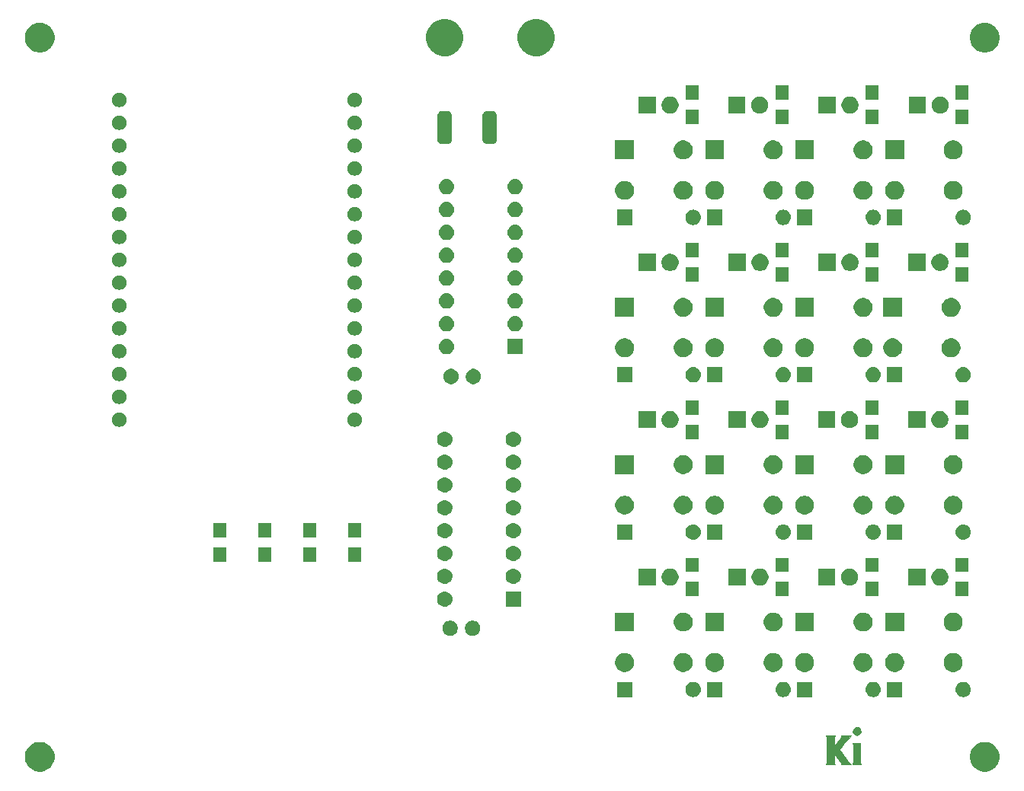
<source format=gbr>
G04 #@! TF.GenerationSoftware,KiCad,Pcbnew,(5.0.1-3-g963ef8bb5)*
G04 #@! TF.CreationDate,2019-09-16T23:21:21-05:00*
G04 #@! TF.ProjectId,smart_home_console,736D6172745F686F6D655F636F6E736F,rev?*
G04 #@! TF.SameCoordinates,Original*
G04 #@! TF.FileFunction,Soldermask,Top*
G04 #@! TF.FilePolarity,Negative*
%FSLAX46Y46*%
G04 Gerber Fmt 4.6, Leading zero omitted, Abs format (unit mm)*
G04 Created by KiCad (PCBNEW (5.0.1-3-g963ef8bb5)) date Monday, September 16, 2019 at 11:21:21 PM*
%MOMM*%
%LPD*%
G01*
G04 APERTURE LIST*
%ADD10C,0.010000*%
%ADD11C,0.100000*%
G04 APERTURE END LIST*
D10*
G04 #@! TO.C,REF\002A\002A*
G36*
X184613747Y-122628400D02*
X185159059Y-122628400D01*
X184960279Y-122829787D01*
X184630571Y-123192691D01*
X184416151Y-123466815D01*
X184337703Y-123570400D01*
X184243144Y-123690529D01*
X184143050Y-123814202D01*
X184047998Y-123928419D01*
X183968566Y-124020181D01*
X183943468Y-124047760D01*
X183862036Y-124135212D01*
X183931994Y-124226356D01*
X184067436Y-124415604D01*
X184154978Y-124555050D01*
X184209848Y-124637286D01*
X184271124Y-124716612D01*
X184276273Y-124722607D01*
X184345222Y-124805581D01*
X184425747Y-124908137D01*
X184508942Y-125018288D01*
X184585902Y-125124047D01*
X184647719Y-125213425D01*
X184683376Y-125270547D01*
X184718457Y-125323596D01*
X184776986Y-125402062D01*
X184848820Y-125493252D01*
X184923815Y-125584472D01*
X184991828Y-125663032D01*
X185028200Y-125702020D01*
X185052089Y-125728081D01*
X185094363Y-125775406D01*
X185102477Y-125784570D01*
X185164055Y-125854200D01*
X184037600Y-125854200D01*
X184037600Y-125775923D01*
X184020837Y-125699395D01*
X183973607Y-125594149D01*
X183900493Y-125468239D01*
X183806081Y-125329716D01*
X183718542Y-125215533D01*
X183647268Y-125123313D01*
X183581947Y-125032269D01*
X183534777Y-124959535D01*
X183528671Y-124948833D01*
X183488629Y-124882434D01*
X183453342Y-124834284D01*
X183444699Y-124825500D01*
X183410138Y-124786816D01*
X183369915Y-124730250D01*
X183332226Y-124682093D01*
X183301715Y-124660487D01*
X183300414Y-124660400D01*
X183291538Y-124685091D01*
X183284418Y-124756381D01*
X183279264Y-124870092D01*
X183276283Y-125022044D01*
X183275600Y-125156961D01*
X183276284Y-125336263D01*
X183278695Y-125472270D01*
X183283375Y-125572475D01*
X183290863Y-125644369D01*
X183301698Y-125695443D01*
X183316421Y-125733188D01*
X183317244Y-125734811D01*
X183352717Y-125794491D01*
X183384223Y-125832618D01*
X183387094Y-125834761D01*
X183371597Y-125840323D01*
X183312247Y-125845262D01*
X183215986Y-125849312D01*
X183089759Y-125852207D01*
X182940511Y-125853682D01*
X182888794Y-125853811D01*
X182362289Y-125854200D01*
X182391968Y-125784350D01*
X182420141Y-125725758D01*
X182442224Y-125690370D01*
X182446057Y-125661142D01*
X182449657Y-125585781D01*
X182452959Y-125468951D01*
X182455896Y-125315317D01*
X182458399Y-125129546D01*
X182460404Y-124916302D01*
X182461842Y-124680251D01*
X182462647Y-124426059D01*
X182462799Y-124254290D01*
X182462741Y-123950311D01*
X182462470Y-123692912D01*
X182461846Y-123477874D01*
X182460726Y-123300978D01*
X182458969Y-123158004D01*
X182456433Y-123044733D01*
X182452976Y-122956945D01*
X182448457Y-122890421D01*
X182442733Y-122840941D01*
X182435662Y-122804286D01*
X182427104Y-122776237D01*
X182416916Y-122752574D01*
X182411999Y-122742699D01*
X182381244Y-122680869D01*
X182363190Y-122641660D01*
X182361199Y-122635729D01*
X182385335Y-122633507D01*
X182452688Y-122631556D01*
X182555672Y-122629984D01*
X182686706Y-122628901D01*
X182838205Y-122628415D01*
X182871917Y-122628400D01*
X183045060Y-122628664D01*
X183173629Y-122629831D01*
X183263846Y-122632464D01*
X183321937Y-122637123D01*
X183354124Y-122644372D01*
X183366632Y-122654772D01*
X183365686Y-122668885D01*
X183364164Y-122672850D01*
X183330805Y-122761673D01*
X183306739Y-122850181D01*
X183290580Y-122949141D01*
X183280942Y-123069321D01*
X183276440Y-123221488D01*
X183275600Y-123361088D01*
X183275599Y-123780904D01*
X183351799Y-123707900D01*
X183399413Y-123657557D01*
X183425994Y-123620278D01*
X183428000Y-123613483D01*
X183443137Y-123587550D01*
X183482628Y-123534128D01*
X183537588Y-123464145D01*
X183599132Y-123388529D01*
X183658377Y-123318209D01*
X183706439Y-123264114D01*
X183733239Y-123238000D01*
X183755561Y-123210734D01*
X183793936Y-123154630D01*
X183821802Y-123111000D01*
X183880005Y-123023298D01*
X183942951Y-122936698D01*
X183965299Y-122908362D01*
X184010013Y-122841736D01*
X184035408Y-122780643D01*
X184037600Y-122764390D01*
X184038122Y-122720677D01*
X184043791Y-122687502D01*
X184060762Y-122663412D01*
X184095189Y-122646955D01*
X184153226Y-122636677D01*
X184241028Y-122631127D01*
X184364750Y-122628851D01*
X184530545Y-122628396D01*
X184613747Y-122628400D01*
X184613747Y-122628400D01*
G37*
X184613747Y-122628400D02*
X185159059Y-122628400D01*
X184960279Y-122829787D01*
X184630571Y-123192691D01*
X184416151Y-123466815D01*
X184337703Y-123570400D01*
X184243144Y-123690529D01*
X184143050Y-123814202D01*
X184047998Y-123928419D01*
X183968566Y-124020181D01*
X183943468Y-124047760D01*
X183862036Y-124135212D01*
X183931994Y-124226356D01*
X184067436Y-124415604D01*
X184154978Y-124555050D01*
X184209848Y-124637286D01*
X184271124Y-124716612D01*
X184276273Y-124722607D01*
X184345222Y-124805581D01*
X184425747Y-124908137D01*
X184508942Y-125018288D01*
X184585902Y-125124047D01*
X184647719Y-125213425D01*
X184683376Y-125270547D01*
X184718457Y-125323596D01*
X184776986Y-125402062D01*
X184848820Y-125493252D01*
X184923815Y-125584472D01*
X184991828Y-125663032D01*
X185028200Y-125702020D01*
X185052089Y-125728081D01*
X185094363Y-125775406D01*
X185102477Y-125784570D01*
X185164055Y-125854200D01*
X184037600Y-125854200D01*
X184037600Y-125775923D01*
X184020837Y-125699395D01*
X183973607Y-125594149D01*
X183900493Y-125468239D01*
X183806081Y-125329716D01*
X183718542Y-125215533D01*
X183647268Y-125123313D01*
X183581947Y-125032269D01*
X183534777Y-124959535D01*
X183528671Y-124948833D01*
X183488629Y-124882434D01*
X183453342Y-124834284D01*
X183444699Y-124825500D01*
X183410138Y-124786816D01*
X183369915Y-124730250D01*
X183332226Y-124682093D01*
X183301715Y-124660487D01*
X183300414Y-124660400D01*
X183291538Y-124685091D01*
X183284418Y-124756381D01*
X183279264Y-124870092D01*
X183276283Y-125022044D01*
X183275600Y-125156961D01*
X183276284Y-125336263D01*
X183278695Y-125472270D01*
X183283375Y-125572475D01*
X183290863Y-125644369D01*
X183301698Y-125695443D01*
X183316421Y-125733188D01*
X183317244Y-125734811D01*
X183352717Y-125794491D01*
X183384223Y-125832618D01*
X183387094Y-125834761D01*
X183371597Y-125840323D01*
X183312247Y-125845262D01*
X183215986Y-125849312D01*
X183089759Y-125852207D01*
X182940511Y-125853682D01*
X182888794Y-125853811D01*
X182362289Y-125854200D01*
X182391968Y-125784350D01*
X182420141Y-125725758D01*
X182442224Y-125690370D01*
X182446057Y-125661142D01*
X182449657Y-125585781D01*
X182452959Y-125468951D01*
X182455896Y-125315317D01*
X182458399Y-125129546D01*
X182460404Y-124916302D01*
X182461842Y-124680251D01*
X182462647Y-124426059D01*
X182462799Y-124254290D01*
X182462741Y-123950311D01*
X182462470Y-123692912D01*
X182461846Y-123477874D01*
X182460726Y-123300978D01*
X182458969Y-123158004D01*
X182456433Y-123044733D01*
X182452976Y-122956945D01*
X182448457Y-122890421D01*
X182442733Y-122840941D01*
X182435662Y-122804286D01*
X182427104Y-122776237D01*
X182416916Y-122752574D01*
X182411999Y-122742699D01*
X182381244Y-122680869D01*
X182363190Y-122641660D01*
X182361199Y-122635729D01*
X182385335Y-122633507D01*
X182452688Y-122631556D01*
X182555672Y-122629984D01*
X182686706Y-122628901D01*
X182838205Y-122628415D01*
X182871917Y-122628400D01*
X183045060Y-122628664D01*
X183173629Y-122629831D01*
X183263846Y-122632464D01*
X183321937Y-122637123D01*
X183354124Y-122644372D01*
X183366632Y-122654772D01*
X183365686Y-122668885D01*
X183364164Y-122672850D01*
X183330805Y-122761673D01*
X183306739Y-122850181D01*
X183290580Y-122949141D01*
X183280942Y-123069321D01*
X183276440Y-123221488D01*
X183275600Y-123361088D01*
X183275599Y-123780904D01*
X183351799Y-123707900D01*
X183399413Y-123657557D01*
X183425994Y-123620278D01*
X183428000Y-123613483D01*
X183443137Y-123587550D01*
X183482628Y-123534128D01*
X183537588Y-123464145D01*
X183599132Y-123388529D01*
X183658377Y-123318209D01*
X183706439Y-123264114D01*
X183733239Y-123238000D01*
X183755561Y-123210734D01*
X183793936Y-123154630D01*
X183821802Y-123111000D01*
X183880005Y-123023298D01*
X183942951Y-122936698D01*
X183965299Y-122908362D01*
X184010013Y-122841736D01*
X184035408Y-122780643D01*
X184037600Y-122764390D01*
X184038122Y-122720677D01*
X184043791Y-122687502D01*
X184060762Y-122663412D01*
X184095189Y-122646955D01*
X184153226Y-122636677D01*
X184241028Y-122631127D01*
X184364750Y-122628851D01*
X184530545Y-122628396D01*
X184613747Y-122628400D01*
G36*
X186196600Y-124592045D02*
X186196821Y-124863528D01*
X186197583Y-125088618D01*
X186199026Y-125271721D01*
X186201294Y-125417240D01*
X186204531Y-125529583D01*
X186208878Y-125613155D01*
X186214480Y-125672359D01*
X186221478Y-125711603D01*
X186230016Y-125735292D01*
X186233892Y-125741395D01*
X186260178Y-125778943D01*
X186270891Y-125807085D01*
X186260710Y-125827174D01*
X186224312Y-125840563D01*
X186156376Y-125848605D01*
X186051578Y-125852653D01*
X185904598Y-125854060D01*
X185790200Y-125854200D01*
X185639918Y-125853515D01*
X185508727Y-125851608D01*
X185404427Y-125848702D01*
X185334819Y-125845017D01*
X185307705Y-125840776D01*
X185307600Y-125840488D01*
X185318155Y-125811454D01*
X185344726Y-125754509D01*
X185358400Y-125727200D01*
X185371266Y-125699760D01*
X185381759Y-125669394D01*
X185390120Y-125630920D01*
X185396591Y-125579155D01*
X185401411Y-125508918D01*
X185404822Y-125415027D01*
X185407065Y-125292301D01*
X185408381Y-125135559D01*
X185409010Y-124939617D01*
X185409195Y-124699296D01*
X185409200Y-124634750D01*
X185408947Y-124377269D01*
X185408071Y-124165749D01*
X185406396Y-123995351D01*
X185403748Y-123861238D01*
X185399950Y-123758571D01*
X185394827Y-123682513D01*
X185388203Y-123628226D01*
X185379903Y-123590872D01*
X185370447Y-123566938D01*
X185331695Y-123492000D01*
X186196600Y-123492000D01*
X186196600Y-124592045D01*
X186196600Y-124592045D01*
G37*
X186196600Y-124592045D02*
X186196821Y-124863528D01*
X186197583Y-125088618D01*
X186199026Y-125271721D01*
X186201294Y-125417240D01*
X186204531Y-125529583D01*
X186208878Y-125613155D01*
X186214480Y-125672359D01*
X186221478Y-125711603D01*
X186230016Y-125735292D01*
X186233892Y-125741395D01*
X186260178Y-125778943D01*
X186270891Y-125807085D01*
X186260710Y-125827174D01*
X186224312Y-125840563D01*
X186156376Y-125848605D01*
X186051578Y-125852653D01*
X185904598Y-125854060D01*
X185790200Y-125854200D01*
X185639918Y-125853515D01*
X185508727Y-125851608D01*
X185404427Y-125848702D01*
X185334819Y-125845017D01*
X185307705Y-125840776D01*
X185307600Y-125840488D01*
X185318155Y-125811454D01*
X185344726Y-125754509D01*
X185358400Y-125727200D01*
X185371266Y-125699760D01*
X185381759Y-125669394D01*
X185390120Y-125630920D01*
X185396591Y-125579155D01*
X185401411Y-125508918D01*
X185404822Y-125415027D01*
X185407065Y-125292301D01*
X185408381Y-125135559D01*
X185409010Y-124939617D01*
X185409195Y-124699296D01*
X185409200Y-124634750D01*
X185408947Y-124377269D01*
X185408071Y-124165749D01*
X185406396Y-123995351D01*
X185403748Y-123861238D01*
X185399950Y-123758571D01*
X185394827Y-123682513D01*
X185388203Y-123628226D01*
X185379903Y-123590872D01*
X185370447Y-123566938D01*
X185331695Y-123492000D01*
X186196600Y-123492000D01*
X186196600Y-124592045D01*
G36*
X185955941Y-121725960D02*
X186073545Y-121792395D01*
X186167023Y-121895045D01*
X186210812Y-121981124D01*
X186241422Y-122119614D01*
X186232321Y-122257591D01*
X186184973Y-122379084D01*
X186172588Y-122397850D01*
X186082149Y-122485408D01*
X185963271Y-122545553D01*
X185830333Y-122575418D01*
X185697713Y-122572134D01*
X185579790Y-122532832D01*
X185559006Y-122520244D01*
X185476737Y-122441394D01*
X185408914Y-122332770D01*
X185366747Y-122215295D01*
X185358400Y-122145799D01*
X185377674Y-122036575D01*
X185428190Y-121922110D01*
X185498982Y-121823158D01*
X185554642Y-121774295D01*
X185686861Y-121713876D01*
X185823837Y-121698776D01*
X185955941Y-121725960D01*
X185955941Y-121725960D01*
G37*
X185955941Y-121725960D02*
X186073545Y-121792395D01*
X186167023Y-121895045D01*
X186210812Y-121981124D01*
X186241422Y-122119614D01*
X186232321Y-122257591D01*
X186184973Y-122379084D01*
X186172588Y-122397850D01*
X186082149Y-122485408D01*
X185963271Y-122545553D01*
X185830333Y-122575418D01*
X185697713Y-122572134D01*
X185579790Y-122532832D01*
X185559006Y-122520244D01*
X185476737Y-122441394D01*
X185408914Y-122332770D01*
X185366747Y-122215295D01*
X185358400Y-122145799D01*
X185377674Y-122036575D01*
X185428190Y-121922110D01*
X185498982Y-121823158D01*
X185554642Y-121774295D01*
X185686861Y-121713876D01*
X185823837Y-121698776D01*
X185955941Y-121725960D01*
D11*
G36*
X200375256Y-123391298D02*
X200481579Y-123412447D01*
X200782042Y-123536903D01*
X201048852Y-123715180D01*
X201052454Y-123717587D01*
X201282413Y-123947546D01*
X201463098Y-124217960D01*
X201587553Y-124518422D01*
X201651000Y-124837389D01*
X201651000Y-125162611D01*
X201587553Y-125481578D01*
X201463098Y-125782040D01*
X201282413Y-126052454D01*
X201052454Y-126282413D01*
X201052451Y-126282415D01*
X200782042Y-126463097D01*
X200481579Y-126587553D01*
X200375256Y-126608702D01*
X200162611Y-126651000D01*
X199837389Y-126651000D01*
X199624744Y-126608702D01*
X199518421Y-126587553D01*
X199217958Y-126463097D01*
X198947549Y-126282415D01*
X198947546Y-126282413D01*
X198717587Y-126052454D01*
X198536902Y-125782040D01*
X198412447Y-125481578D01*
X198349000Y-125162611D01*
X198349000Y-124837389D01*
X198412447Y-124518422D01*
X198536902Y-124217960D01*
X198717587Y-123947546D01*
X198947546Y-123717587D01*
X198951148Y-123715180D01*
X199217958Y-123536903D01*
X199518421Y-123412447D01*
X199624744Y-123391298D01*
X199837389Y-123349000D01*
X200162611Y-123349000D01*
X200375256Y-123391298D01*
X200375256Y-123391298D01*
G37*
G36*
X95375256Y-123391298D02*
X95481579Y-123412447D01*
X95782042Y-123536903D01*
X96048852Y-123715180D01*
X96052454Y-123717587D01*
X96282413Y-123947546D01*
X96463098Y-124217960D01*
X96587553Y-124518422D01*
X96651000Y-124837389D01*
X96651000Y-125162611D01*
X96587553Y-125481578D01*
X96463098Y-125782040D01*
X96282413Y-126052454D01*
X96052454Y-126282413D01*
X96052451Y-126282415D01*
X95782042Y-126463097D01*
X95481579Y-126587553D01*
X95375256Y-126608702D01*
X95162611Y-126651000D01*
X94837389Y-126651000D01*
X94624744Y-126608702D01*
X94518421Y-126587553D01*
X94217958Y-126463097D01*
X93947549Y-126282415D01*
X93947546Y-126282413D01*
X93717587Y-126052454D01*
X93536902Y-125782040D01*
X93412447Y-125481578D01*
X93349000Y-125162611D01*
X93349000Y-124837389D01*
X93412447Y-124518422D01*
X93536902Y-124217960D01*
X93717587Y-123947546D01*
X93947546Y-123717587D01*
X93951148Y-123715180D01*
X94217958Y-123536903D01*
X94518421Y-123412447D01*
X94624744Y-123391298D01*
X94837389Y-123349000D01*
X95162611Y-123349000D01*
X95375256Y-123391298D01*
X95375256Y-123391298D01*
G37*
G36*
X187786821Y-116661313D02*
X187786824Y-116661314D01*
X187786825Y-116661314D01*
X187947239Y-116709975D01*
X187947241Y-116709976D01*
X187947244Y-116709977D01*
X188095078Y-116788995D01*
X188224659Y-116895341D01*
X188331005Y-117024922D01*
X188410023Y-117172756D01*
X188458687Y-117333179D01*
X188475117Y-117500000D01*
X188458687Y-117666821D01*
X188410023Y-117827244D01*
X188331005Y-117975078D01*
X188224659Y-118104659D01*
X188095078Y-118211005D01*
X187947244Y-118290023D01*
X187947241Y-118290024D01*
X187947239Y-118290025D01*
X187786825Y-118338686D01*
X187786824Y-118338686D01*
X187786821Y-118338687D01*
X187661804Y-118351000D01*
X187578196Y-118351000D01*
X187453179Y-118338687D01*
X187453176Y-118338686D01*
X187453175Y-118338686D01*
X187292761Y-118290025D01*
X187292759Y-118290024D01*
X187292756Y-118290023D01*
X187144922Y-118211005D01*
X187015341Y-118104659D01*
X186908995Y-117975078D01*
X186829977Y-117827244D01*
X186781313Y-117666821D01*
X186764883Y-117500000D01*
X186781313Y-117333179D01*
X186829977Y-117172756D01*
X186908995Y-117024922D01*
X187015341Y-116895341D01*
X187144922Y-116788995D01*
X187292756Y-116709977D01*
X187292759Y-116709976D01*
X187292761Y-116709975D01*
X187453175Y-116661314D01*
X187453176Y-116661314D01*
X187453179Y-116661313D01*
X187578196Y-116649000D01*
X187661804Y-116649000D01*
X187786821Y-116661313D01*
X187786821Y-116661313D01*
G37*
G36*
X180851000Y-118351000D02*
X179149000Y-118351000D01*
X179149000Y-116649000D01*
X180851000Y-116649000D01*
X180851000Y-118351000D01*
X180851000Y-118351000D01*
G37*
G36*
X177786821Y-116661313D02*
X177786824Y-116661314D01*
X177786825Y-116661314D01*
X177947239Y-116709975D01*
X177947241Y-116709976D01*
X177947244Y-116709977D01*
X178095078Y-116788995D01*
X178224659Y-116895341D01*
X178331005Y-117024922D01*
X178410023Y-117172756D01*
X178458687Y-117333179D01*
X178475117Y-117500000D01*
X178458687Y-117666821D01*
X178410023Y-117827244D01*
X178331005Y-117975078D01*
X178224659Y-118104659D01*
X178095078Y-118211005D01*
X177947244Y-118290023D01*
X177947241Y-118290024D01*
X177947239Y-118290025D01*
X177786825Y-118338686D01*
X177786824Y-118338686D01*
X177786821Y-118338687D01*
X177661804Y-118351000D01*
X177578196Y-118351000D01*
X177453179Y-118338687D01*
X177453176Y-118338686D01*
X177453175Y-118338686D01*
X177292761Y-118290025D01*
X177292759Y-118290024D01*
X177292756Y-118290023D01*
X177144922Y-118211005D01*
X177015341Y-118104659D01*
X176908995Y-117975078D01*
X176829977Y-117827244D01*
X176781313Y-117666821D01*
X176764883Y-117500000D01*
X176781313Y-117333179D01*
X176829977Y-117172756D01*
X176908995Y-117024922D01*
X177015341Y-116895341D01*
X177144922Y-116788995D01*
X177292756Y-116709977D01*
X177292759Y-116709976D01*
X177292761Y-116709975D01*
X177453175Y-116661314D01*
X177453176Y-116661314D01*
X177453179Y-116661313D01*
X177578196Y-116649000D01*
X177661804Y-116649000D01*
X177786821Y-116661313D01*
X177786821Y-116661313D01*
G37*
G36*
X170851000Y-118351000D02*
X169149000Y-118351000D01*
X169149000Y-116649000D01*
X170851000Y-116649000D01*
X170851000Y-118351000D01*
X170851000Y-118351000D01*
G37*
G36*
X167786821Y-116661313D02*
X167786824Y-116661314D01*
X167786825Y-116661314D01*
X167947239Y-116709975D01*
X167947241Y-116709976D01*
X167947244Y-116709977D01*
X168095078Y-116788995D01*
X168224659Y-116895341D01*
X168331005Y-117024922D01*
X168410023Y-117172756D01*
X168458687Y-117333179D01*
X168475117Y-117500000D01*
X168458687Y-117666821D01*
X168410023Y-117827244D01*
X168331005Y-117975078D01*
X168224659Y-118104659D01*
X168095078Y-118211005D01*
X167947244Y-118290023D01*
X167947241Y-118290024D01*
X167947239Y-118290025D01*
X167786825Y-118338686D01*
X167786824Y-118338686D01*
X167786821Y-118338687D01*
X167661804Y-118351000D01*
X167578196Y-118351000D01*
X167453179Y-118338687D01*
X167453176Y-118338686D01*
X167453175Y-118338686D01*
X167292761Y-118290025D01*
X167292759Y-118290024D01*
X167292756Y-118290023D01*
X167144922Y-118211005D01*
X167015341Y-118104659D01*
X166908995Y-117975078D01*
X166829977Y-117827244D01*
X166781313Y-117666821D01*
X166764883Y-117500000D01*
X166781313Y-117333179D01*
X166829977Y-117172756D01*
X166908995Y-117024922D01*
X167015341Y-116895341D01*
X167144922Y-116788995D01*
X167292756Y-116709977D01*
X167292759Y-116709976D01*
X167292761Y-116709975D01*
X167453175Y-116661314D01*
X167453176Y-116661314D01*
X167453179Y-116661313D01*
X167578196Y-116649000D01*
X167661804Y-116649000D01*
X167786821Y-116661313D01*
X167786821Y-116661313D01*
G37*
G36*
X160851000Y-118351000D02*
X159149000Y-118351000D01*
X159149000Y-116649000D01*
X160851000Y-116649000D01*
X160851000Y-118351000D01*
X160851000Y-118351000D01*
G37*
G36*
X197786821Y-116661313D02*
X197786824Y-116661314D01*
X197786825Y-116661314D01*
X197947239Y-116709975D01*
X197947241Y-116709976D01*
X197947244Y-116709977D01*
X198095078Y-116788995D01*
X198224659Y-116895341D01*
X198331005Y-117024922D01*
X198410023Y-117172756D01*
X198458687Y-117333179D01*
X198475117Y-117500000D01*
X198458687Y-117666821D01*
X198410023Y-117827244D01*
X198331005Y-117975078D01*
X198224659Y-118104659D01*
X198095078Y-118211005D01*
X197947244Y-118290023D01*
X197947241Y-118290024D01*
X197947239Y-118290025D01*
X197786825Y-118338686D01*
X197786824Y-118338686D01*
X197786821Y-118338687D01*
X197661804Y-118351000D01*
X197578196Y-118351000D01*
X197453179Y-118338687D01*
X197453176Y-118338686D01*
X197453175Y-118338686D01*
X197292761Y-118290025D01*
X197292759Y-118290024D01*
X197292756Y-118290023D01*
X197144922Y-118211005D01*
X197015341Y-118104659D01*
X196908995Y-117975078D01*
X196829977Y-117827244D01*
X196781313Y-117666821D01*
X196764883Y-117500000D01*
X196781313Y-117333179D01*
X196829977Y-117172756D01*
X196908995Y-117024922D01*
X197015341Y-116895341D01*
X197144922Y-116788995D01*
X197292756Y-116709977D01*
X197292759Y-116709976D01*
X197292761Y-116709975D01*
X197453175Y-116661314D01*
X197453176Y-116661314D01*
X197453179Y-116661313D01*
X197578196Y-116649000D01*
X197661804Y-116649000D01*
X197786821Y-116661313D01*
X197786821Y-116661313D01*
G37*
G36*
X190851000Y-118351000D02*
X189149000Y-118351000D01*
X189149000Y-116649000D01*
X190851000Y-116649000D01*
X190851000Y-118351000D01*
X190851000Y-118351000D01*
G37*
G36*
X160306565Y-113489389D02*
X160497834Y-113568615D01*
X160669976Y-113683637D01*
X160816363Y-113830024D01*
X160931385Y-114002166D01*
X161010611Y-114193435D01*
X161051000Y-114396484D01*
X161051000Y-114603516D01*
X161010611Y-114806565D01*
X160931385Y-114997834D01*
X160816363Y-115169976D01*
X160669976Y-115316363D01*
X160497834Y-115431385D01*
X160306565Y-115510611D01*
X160103516Y-115551000D01*
X159896484Y-115551000D01*
X159693435Y-115510611D01*
X159502166Y-115431385D01*
X159330024Y-115316363D01*
X159183637Y-115169976D01*
X159068615Y-114997834D01*
X158989389Y-114806565D01*
X158949000Y-114603516D01*
X158949000Y-114396484D01*
X158989389Y-114193435D01*
X159068615Y-114002166D01*
X159183637Y-113830024D01*
X159330024Y-113683637D01*
X159502166Y-113568615D01*
X159693435Y-113489389D01*
X159896484Y-113449000D01*
X160103516Y-113449000D01*
X160306565Y-113489389D01*
X160306565Y-113489389D01*
G37*
G36*
X166806565Y-113489389D02*
X166997834Y-113568615D01*
X167169976Y-113683637D01*
X167316363Y-113830024D01*
X167431385Y-114002166D01*
X167510611Y-114193435D01*
X167551000Y-114396484D01*
X167551000Y-114603516D01*
X167510611Y-114806565D01*
X167431385Y-114997834D01*
X167316363Y-115169976D01*
X167169976Y-115316363D01*
X166997834Y-115431385D01*
X166806565Y-115510611D01*
X166603516Y-115551000D01*
X166396484Y-115551000D01*
X166193435Y-115510611D01*
X166002166Y-115431385D01*
X165830024Y-115316363D01*
X165683637Y-115169976D01*
X165568615Y-114997834D01*
X165489389Y-114806565D01*
X165449000Y-114603516D01*
X165449000Y-114396484D01*
X165489389Y-114193435D01*
X165568615Y-114002166D01*
X165683637Y-113830024D01*
X165830024Y-113683637D01*
X166002166Y-113568615D01*
X166193435Y-113489389D01*
X166396484Y-113449000D01*
X166603516Y-113449000D01*
X166806565Y-113489389D01*
X166806565Y-113489389D01*
G37*
G36*
X170306565Y-113489389D02*
X170497834Y-113568615D01*
X170669976Y-113683637D01*
X170816363Y-113830024D01*
X170931385Y-114002166D01*
X171010611Y-114193435D01*
X171051000Y-114396484D01*
X171051000Y-114603516D01*
X171010611Y-114806565D01*
X170931385Y-114997834D01*
X170816363Y-115169976D01*
X170669976Y-115316363D01*
X170497834Y-115431385D01*
X170306565Y-115510611D01*
X170103516Y-115551000D01*
X169896484Y-115551000D01*
X169693435Y-115510611D01*
X169502166Y-115431385D01*
X169330024Y-115316363D01*
X169183637Y-115169976D01*
X169068615Y-114997834D01*
X168989389Y-114806565D01*
X168949000Y-114603516D01*
X168949000Y-114396484D01*
X168989389Y-114193435D01*
X169068615Y-114002166D01*
X169183637Y-113830024D01*
X169330024Y-113683637D01*
X169502166Y-113568615D01*
X169693435Y-113489389D01*
X169896484Y-113449000D01*
X170103516Y-113449000D01*
X170306565Y-113489389D01*
X170306565Y-113489389D01*
G37*
G36*
X176806565Y-113489389D02*
X176997834Y-113568615D01*
X177169976Y-113683637D01*
X177316363Y-113830024D01*
X177431385Y-114002166D01*
X177510611Y-114193435D01*
X177551000Y-114396484D01*
X177551000Y-114603516D01*
X177510611Y-114806565D01*
X177431385Y-114997834D01*
X177316363Y-115169976D01*
X177169976Y-115316363D01*
X176997834Y-115431385D01*
X176806565Y-115510611D01*
X176603516Y-115551000D01*
X176396484Y-115551000D01*
X176193435Y-115510611D01*
X176002166Y-115431385D01*
X175830024Y-115316363D01*
X175683637Y-115169976D01*
X175568615Y-114997834D01*
X175489389Y-114806565D01*
X175449000Y-114603516D01*
X175449000Y-114396484D01*
X175489389Y-114193435D01*
X175568615Y-114002166D01*
X175683637Y-113830024D01*
X175830024Y-113683637D01*
X176002166Y-113568615D01*
X176193435Y-113489389D01*
X176396484Y-113449000D01*
X176603516Y-113449000D01*
X176806565Y-113489389D01*
X176806565Y-113489389D01*
G37*
G36*
X186806565Y-113489389D02*
X186997834Y-113568615D01*
X187169976Y-113683637D01*
X187316363Y-113830024D01*
X187431385Y-114002166D01*
X187510611Y-114193435D01*
X187551000Y-114396484D01*
X187551000Y-114603516D01*
X187510611Y-114806565D01*
X187431385Y-114997834D01*
X187316363Y-115169976D01*
X187169976Y-115316363D01*
X186997834Y-115431385D01*
X186806565Y-115510611D01*
X186603516Y-115551000D01*
X186396484Y-115551000D01*
X186193435Y-115510611D01*
X186002166Y-115431385D01*
X185830024Y-115316363D01*
X185683637Y-115169976D01*
X185568615Y-114997834D01*
X185489389Y-114806565D01*
X185449000Y-114603516D01*
X185449000Y-114396484D01*
X185489389Y-114193435D01*
X185568615Y-114002166D01*
X185683637Y-113830024D01*
X185830024Y-113683637D01*
X186002166Y-113568615D01*
X186193435Y-113489389D01*
X186396484Y-113449000D01*
X186603516Y-113449000D01*
X186806565Y-113489389D01*
X186806565Y-113489389D01*
G37*
G36*
X180306565Y-113489389D02*
X180497834Y-113568615D01*
X180669976Y-113683637D01*
X180816363Y-113830024D01*
X180931385Y-114002166D01*
X181010611Y-114193435D01*
X181051000Y-114396484D01*
X181051000Y-114603516D01*
X181010611Y-114806565D01*
X180931385Y-114997834D01*
X180816363Y-115169976D01*
X180669976Y-115316363D01*
X180497834Y-115431385D01*
X180306565Y-115510611D01*
X180103516Y-115551000D01*
X179896484Y-115551000D01*
X179693435Y-115510611D01*
X179502166Y-115431385D01*
X179330024Y-115316363D01*
X179183637Y-115169976D01*
X179068615Y-114997834D01*
X178989389Y-114806565D01*
X178949000Y-114603516D01*
X178949000Y-114396484D01*
X178989389Y-114193435D01*
X179068615Y-114002166D01*
X179183637Y-113830024D01*
X179330024Y-113683637D01*
X179502166Y-113568615D01*
X179693435Y-113489389D01*
X179896484Y-113449000D01*
X180103516Y-113449000D01*
X180306565Y-113489389D01*
X180306565Y-113489389D01*
G37*
G36*
X190306565Y-113489389D02*
X190497834Y-113568615D01*
X190669976Y-113683637D01*
X190816363Y-113830024D01*
X190931385Y-114002166D01*
X191010611Y-114193435D01*
X191051000Y-114396484D01*
X191051000Y-114603516D01*
X191010611Y-114806565D01*
X190931385Y-114997834D01*
X190816363Y-115169976D01*
X190669976Y-115316363D01*
X190497834Y-115431385D01*
X190306565Y-115510611D01*
X190103516Y-115551000D01*
X189896484Y-115551000D01*
X189693435Y-115510611D01*
X189502166Y-115431385D01*
X189330024Y-115316363D01*
X189183637Y-115169976D01*
X189068615Y-114997834D01*
X188989389Y-114806565D01*
X188949000Y-114603516D01*
X188949000Y-114396484D01*
X188989389Y-114193435D01*
X189068615Y-114002166D01*
X189183637Y-113830024D01*
X189330024Y-113683637D01*
X189502166Y-113568615D01*
X189693435Y-113489389D01*
X189896484Y-113449000D01*
X190103516Y-113449000D01*
X190306565Y-113489389D01*
X190306565Y-113489389D01*
G37*
G36*
X196806565Y-113489389D02*
X196997834Y-113568615D01*
X197169976Y-113683637D01*
X197316363Y-113830024D01*
X197431385Y-114002166D01*
X197510611Y-114193435D01*
X197551000Y-114396484D01*
X197551000Y-114603516D01*
X197510611Y-114806565D01*
X197431385Y-114997834D01*
X197316363Y-115169976D01*
X197169976Y-115316363D01*
X196997834Y-115431385D01*
X196806565Y-115510611D01*
X196603516Y-115551000D01*
X196396484Y-115551000D01*
X196193435Y-115510611D01*
X196002166Y-115431385D01*
X195830024Y-115316363D01*
X195683637Y-115169976D01*
X195568615Y-114997834D01*
X195489389Y-114806565D01*
X195449000Y-114603516D01*
X195449000Y-114396484D01*
X195489389Y-114193435D01*
X195568615Y-114002166D01*
X195683637Y-113830024D01*
X195830024Y-113683637D01*
X196002166Y-113568615D01*
X196193435Y-113489389D01*
X196396484Y-113449000D01*
X196603516Y-113449000D01*
X196806565Y-113489389D01*
X196806565Y-113489389D01*
G37*
G36*
X140848228Y-109881703D02*
X141003100Y-109945853D01*
X141142481Y-110038985D01*
X141261015Y-110157519D01*
X141354147Y-110296900D01*
X141418297Y-110451772D01*
X141451000Y-110616184D01*
X141451000Y-110783816D01*
X141418297Y-110948228D01*
X141354147Y-111103100D01*
X141261015Y-111242481D01*
X141142481Y-111361015D01*
X141003100Y-111454147D01*
X140848228Y-111518297D01*
X140683816Y-111551000D01*
X140516184Y-111551000D01*
X140351772Y-111518297D01*
X140196900Y-111454147D01*
X140057519Y-111361015D01*
X139938985Y-111242481D01*
X139845853Y-111103100D01*
X139781703Y-110948228D01*
X139749000Y-110783816D01*
X139749000Y-110616184D01*
X139781703Y-110451772D01*
X139845853Y-110296900D01*
X139938985Y-110157519D01*
X140057519Y-110038985D01*
X140196900Y-109945853D01*
X140351772Y-109881703D01*
X140516184Y-109849000D01*
X140683816Y-109849000D01*
X140848228Y-109881703D01*
X140848228Y-109881703D01*
G37*
G36*
X143348228Y-109881703D02*
X143503100Y-109945853D01*
X143642481Y-110038985D01*
X143761015Y-110157519D01*
X143854147Y-110296900D01*
X143918297Y-110451772D01*
X143951000Y-110616184D01*
X143951000Y-110783816D01*
X143918297Y-110948228D01*
X143854147Y-111103100D01*
X143761015Y-111242481D01*
X143642481Y-111361015D01*
X143503100Y-111454147D01*
X143348228Y-111518297D01*
X143183816Y-111551000D01*
X143016184Y-111551000D01*
X142851772Y-111518297D01*
X142696900Y-111454147D01*
X142557519Y-111361015D01*
X142438985Y-111242481D01*
X142345853Y-111103100D01*
X142281703Y-110948228D01*
X142249000Y-110783816D01*
X142249000Y-110616184D01*
X142281703Y-110451772D01*
X142345853Y-110296900D01*
X142438985Y-110157519D01*
X142557519Y-110038985D01*
X142696900Y-109945853D01*
X142851772Y-109881703D01*
X143016184Y-109849000D01*
X143183816Y-109849000D01*
X143348228Y-109881703D01*
X143348228Y-109881703D01*
G37*
G36*
X196806565Y-108989389D02*
X196997834Y-109068615D01*
X197169976Y-109183637D01*
X197316363Y-109330024D01*
X197431385Y-109502166D01*
X197510611Y-109693435D01*
X197551000Y-109896484D01*
X197551000Y-110103516D01*
X197510611Y-110306565D01*
X197431385Y-110497834D01*
X197316363Y-110669976D01*
X197169976Y-110816363D01*
X196997834Y-110931385D01*
X196806565Y-111010611D01*
X196603516Y-111051000D01*
X196396484Y-111051000D01*
X196193435Y-111010611D01*
X196002166Y-110931385D01*
X195830024Y-110816363D01*
X195683637Y-110669976D01*
X195568615Y-110497834D01*
X195489389Y-110306565D01*
X195449000Y-110103516D01*
X195449000Y-109896484D01*
X195489389Y-109693435D01*
X195568615Y-109502166D01*
X195683637Y-109330024D01*
X195830024Y-109183637D01*
X196002166Y-109068615D01*
X196193435Y-108989389D01*
X196396484Y-108949000D01*
X196603516Y-108949000D01*
X196806565Y-108989389D01*
X196806565Y-108989389D01*
G37*
G36*
X191051000Y-111051000D02*
X188949000Y-111051000D01*
X188949000Y-108949000D01*
X191051000Y-108949000D01*
X191051000Y-111051000D01*
X191051000Y-111051000D01*
G37*
G36*
X181051000Y-111051000D02*
X178949000Y-111051000D01*
X178949000Y-108949000D01*
X181051000Y-108949000D01*
X181051000Y-111051000D01*
X181051000Y-111051000D01*
G37*
G36*
X186806565Y-108989389D02*
X186997834Y-109068615D01*
X187169976Y-109183637D01*
X187316363Y-109330024D01*
X187431385Y-109502166D01*
X187510611Y-109693435D01*
X187551000Y-109896484D01*
X187551000Y-110103516D01*
X187510611Y-110306565D01*
X187431385Y-110497834D01*
X187316363Y-110669976D01*
X187169976Y-110816363D01*
X186997834Y-110931385D01*
X186806565Y-111010611D01*
X186603516Y-111051000D01*
X186396484Y-111051000D01*
X186193435Y-111010611D01*
X186002166Y-110931385D01*
X185830024Y-110816363D01*
X185683637Y-110669976D01*
X185568615Y-110497834D01*
X185489389Y-110306565D01*
X185449000Y-110103516D01*
X185449000Y-109896484D01*
X185489389Y-109693435D01*
X185568615Y-109502166D01*
X185683637Y-109330024D01*
X185830024Y-109183637D01*
X186002166Y-109068615D01*
X186193435Y-108989389D01*
X186396484Y-108949000D01*
X186603516Y-108949000D01*
X186806565Y-108989389D01*
X186806565Y-108989389D01*
G37*
G36*
X161051000Y-111051000D02*
X158949000Y-111051000D01*
X158949000Y-108949000D01*
X161051000Y-108949000D01*
X161051000Y-111051000D01*
X161051000Y-111051000D01*
G37*
G36*
X176806565Y-108989389D02*
X176997834Y-109068615D01*
X177169976Y-109183637D01*
X177316363Y-109330024D01*
X177431385Y-109502166D01*
X177510611Y-109693435D01*
X177551000Y-109896484D01*
X177551000Y-110103516D01*
X177510611Y-110306565D01*
X177431385Y-110497834D01*
X177316363Y-110669976D01*
X177169976Y-110816363D01*
X176997834Y-110931385D01*
X176806565Y-111010611D01*
X176603516Y-111051000D01*
X176396484Y-111051000D01*
X176193435Y-111010611D01*
X176002166Y-110931385D01*
X175830024Y-110816363D01*
X175683637Y-110669976D01*
X175568615Y-110497834D01*
X175489389Y-110306565D01*
X175449000Y-110103516D01*
X175449000Y-109896484D01*
X175489389Y-109693435D01*
X175568615Y-109502166D01*
X175683637Y-109330024D01*
X175830024Y-109183637D01*
X176002166Y-109068615D01*
X176193435Y-108989389D01*
X176396484Y-108949000D01*
X176603516Y-108949000D01*
X176806565Y-108989389D01*
X176806565Y-108989389D01*
G37*
G36*
X171051000Y-111051000D02*
X168949000Y-111051000D01*
X168949000Y-108949000D01*
X171051000Y-108949000D01*
X171051000Y-111051000D01*
X171051000Y-111051000D01*
G37*
G36*
X166806565Y-108989389D02*
X166997834Y-109068615D01*
X167169976Y-109183637D01*
X167316363Y-109330024D01*
X167431385Y-109502166D01*
X167510611Y-109693435D01*
X167551000Y-109896484D01*
X167551000Y-110103516D01*
X167510611Y-110306565D01*
X167431385Y-110497834D01*
X167316363Y-110669976D01*
X167169976Y-110816363D01*
X166997834Y-110931385D01*
X166806565Y-111010611D01*
X166603516Y-111051000D01*
X166396484Y-111051000D01*
X166193435Y-111010611D01*
X166002166Y-110931385D01*
X165830024Y-110816363D01*
X165683637Y-110669976D01*
X165568615Y-110497834D01*
X165489389Y-110306565D01*
X165449000Y-110103516D01*
X165449000Y-109896484D01*
X165489389Y-109693435D01*
X165568615Y-109502166D01*
X165683637Y-109330024D01*
X165830024Y-109183637D01*
X166002166Y-109068615D01*
X166193435Y-108989389D01*
X166396484Y-108949000D01*
X166603516Y-108949000D01*
X166806565Y-108989389D01*
X166806565Y-108989389D01*
G37*
G36*
X140166821Y-106621313D02*
X140166824Y-106621314D01*
X140166825Y-106621314D01*
X140327239Y-106669975D01*
X140327241Y-106669976D01*
X140327244Y-106669977D01*
X140475078Y-106748995D01*
X140604659Y-106855341D01*
X140711005Y-106984922D01*
X140790023Y-107132756D01*
X140790024Y-107132759D01*
X140790025Y-107132761D01*
X140838686Y-107293175D01*
X140838687Y-107293179D01*
X140855117Y-107460000D01*
X140838687Y-107626821D01*
X140790023Y-107787244D01*
X140711005Y-107935078D01*
X140604659Y-108064659D01*
X140475078Y-108171005D01*
X140327244Y-108250023D01*
X140327241Y-108250024D01*
X140327239Y-108250025D01*
X140166825Y-108298686D01*
X140166824Y-108298686D01*
X140166821Y-108298687D01*
X140041804Y-108311000D01*
X139958196Y-108311000D01*
X139833179Y-108298687D01*
X139833176Y-108298686D01*
X139833175Y-108298686D01*
X139672761Y-108250025D01*
X139672759Y-108250024D01*
X139672756Y-108250023D01*
X139524922Y-108171005D01*
X139395341Y-108064659D01*
X139288995Y-107935078D01*
X139209977Y-107787244D01*
X139161313Y-107626821D01*
X139144883Y-107460000D01*
X139161313Y-107293179D01*
X139161314Y-107293175D01*
X139209975Y-107132761D01*
X139209976Y-107132759D01*
X139209977Y-107132756D01*
X139288995Y-106984922D01*
X139395341Y-106855341D01*
X139524922Y-106748995D01*
X139672756Y-106669977D01*
X139672759Y-106669976D01*
X139672761Y-106669975D01*
X139833175Y-106621314D01*
X139833176Y-106621314D01*
X139833179Y-106621313D01*
X139958196Y-106609000D01*
X140041804Y-106609000D01*
X140166821Y-106621313D01*
X140166821Y-106621313D01*
G37*
G36*
X148471000Y-108311000D02*
X146769000Y-108311000D01*
X146769000Y-106609000D01*
X148471000Y-106609000D01*
X148471000Y-108311000D01*
X148471000Y-108311000D01*
G37*
G36*
X168201000Y-107151000D02*
X166799000Y-107151000D01*
X166799000Y-105549000D01*
X168201000Y-105549000D01*
X168201000Y-107151000D01*
X168201000Y-107151000D01*
G37*
G36*
X178201000Y-107151000D02*
X176799000Y-107151000D01*
X176799000Y-105549000D01*
X178201000Y-105549000D01*
X178201000Y-107151000D01*
X178201000Y-107151000D01*
G37*
G36*
X188201000Y-107151000D02*
X186799000Y-107151000D01*
X186799000Y-105549000D01*
X188201000Y-105549000D01*
X188201000Y-107151000D01*
X188201000Y-107151000D01*
G37*
G36*
X198201000Y-107151000D02*
X196799000Y-107151000D01*
X196799000Y-105549000D01*
X198201000Y-105549000D01*
X198201000Y-107151000D01*
X198201000Y-107151000D01*
G37*
G36*
X173451000Y-105951000D02*
X171549000Y-105951000D01*
X171549000Y-104049000D01*
X173451000Y-104049000D01*
X173451000Y-105951000D01*
X173451000Y-105951000D01*
G37*
G36*
X175317396Y-104085546D02*
X175490466Y-104157234D01*
X175646230Y-104261312D01*
X175778688Y-104393770D01*
X175882766Y-104549534D01*
X175954454Y-104722604D01*
X175991000Y-104906333D01*
X175991000Y-105093667D01*
X175954454Y-105277396D01*
X175882766Y-105450466D01*
X175778688Y-105606230D01*
X175646230Y-105738688D01*
X175490466Y-105842766D01*
X175317396Y-105914454D01*
X175133667Y-105951000D01*
X174946333Y-105951000D01*
X174762604Y-105914454D01*
X174589534Y-105842766D01*
X174433770Y-105738688D01*
X174301312Y-105606230D01*
X174197234Y-105450466D01*
X174125546Y-105277396D01*
X174089000Y-105093667D01*
X174089000Y-104906333D01*
X174125546Y-104722604D01*
X174197234Y-104549534D01*
X174301312Y-104393770D01*
X174433770Y-104261312D01*
X174589534Y-104157234D01*
X174762604Y-104085546D01*
X174946333Y-104049000D01*
X175133667Y-104049000D01*
X175317396Y-104085546D01*
X175317396Y-104085546D01*
G37*
G36*
X183411000Y-105951000D02*
X181509000Y-105951000D01*
X181509000Y-104049000D01*
X183411000Y-104049000D01*
X183411000Y-105951000D01*
X183411000Y-105951000D01*
G37*
G36*
X185277396Y-104085546D02*
X185450466Y-104157234D01*
X185606230Y-104261312D01*
X185738688Y-104393770D01*
X185842766Y-104549534D01*
X185914454Y-104722604D01*
X185951000Y-104906333D01*
X185951000Y-105093667D01*
X185914454Y-105277396D01*
X185842766Y-105450466D01*
X185738688Y-105606230D01*
X185606230Y-105738688D01*
X185450466Y-105842766D01*
X185277396Y-105914454D01*
X185093667Y-105951000D01*
X184906333Y-105951000D01*
X184722604Y-105914454D01*
X184549534Y-105842766D01*
X184393770Y-105738688D01*
X184261312Y-105606230D01*
X184157234Y-105450466D01*
X184085546Y-105277396D01*
X184049000Y-105093667D01*
X184049000Y-104906333D01*
X184085546Y-104722604D01*
X184157234Y-104549534D01*
X184261312Y-104393770D01*
X184393770Y-104261312D01*
X184549534Y-104157234D01*
X184722604Y-104085546D01*
X184906333Y-104049000D01*
X185093667Y-104049000D01*
X185277396Y-104085546D01*
X185277396Y-104085546D01*
G37*
G36*
X193451000Y-105951000D02*
X191549000Y-105951000D01*
X191549000Y-104049000D01*
X193451000Y-104049000D01*
X193451000Y-105951000D01*
X193451000Y-105951000D01*
G37*
G36*
X195317396Y-104085546D02*
X195490466Y-104157234D01*
X195646230Y-104261312D01*
X195778688Y-104393770D01*
X195882766Y-104549534D01*
X195954454Y-104722604D01*
X195991000Y-104906333D01*
X195991000Y-105093667D01*
X195954454Y-105277396D01*
X195882766Y-105450466D01*
X195778688Y-105606230D01*
X195646230Y-105738688D01*
X195490466Y-105842766D01*
X195317396Y-105914454D01*
X195133667Y-105951000D01*
X194946333Y-105951000D01*
X194762604Y-105914454D01*
X194589534Y-105842766D01*
X194433770Y-105738688D01*
X194301312Y-105606230D01*
X194197234Y-105450466D01*
X194125546Y-105277396D01*
X194089000Y-105093667D01*
X194089000Y-104906333D01*
X194125546Y-104722604D01*
X194197234Y-104549534D01*
X194301312Y-104393770D01*
X194433770Y-104261312D01*
X194589534Y-104157234D01*
X194762604Y-104085546D01*
X194946333Y-104049000D01*
X195133667Y-104049000D01*
X195317396Y-104085546D01*
X195317396Y-104085546D01*
G37*
G36*
X163451000Y-105951000D02*
X161549000Y-105951000D01*
X161549000Y-104049000D01*
X163451000Y-104049000D01*
X163451000Y-105951000D01*
X163451000Y-105951000D01*
G37*
G36*
X165317396Y-104085546D02*
X165490466Y-104157234D01*
X165646230Y-104261312D01*
X165778688Y-104393770D01*
X165882766Y-104549534D01*
X165954454Y-104722604D01*
X165991000Y-104906333D01*
X165991000Y-105093667D01*
X165954454Y-105277396D01*
X165882766Y-105450466D01*
X165778688Y-105606230D01*
X165646230Y-105738688D01*
X165490466Y-105842766D01*
X165317396Y-105914454D01*
X165133667Y-105951000D01*
X164946333Y-105951000D01*
X164762604Y-105914454D01*
X164589534Y-105842766D01*
X164433770Y-105738688D01*
X164301312Y-105606230D01*
X164197234Y-105450466D01*
X164125546Y-105277396D01*
X164089000Y-105093667D01*
X164089000Y-104906333D01*
X164125546Y-104722604D01*
X164197234Y-104549534D01*
X164301312Y-104393770D01*
X164433770Y-104261312D01*
X164589534Y-104157234D01*
X164762604Y-104085546D01*
X164946333Y-104049000D01*
X165133667Y-104049000D01*
X165317396Y-104085546D01*
X165317396Y-104085546D01*
G37*
G36*
X147786821Y-104081313D02*
X147786824Y-104081314D01*
X147786825Y-104081314D01*
X147947239Y-104129975D01*
X147947241Y-104129976D01*
X147947244Y-104129977D01*
X148095078Y-104208995D01*
X148224659Y-104315341D01*
X148331005Y-104444922D01*
X148410023Y-104592756D01*
X148458687Y-104753179D01*
X148475117Y-104920000D01*
X148458687Y-105086821D01*
X148458686Y-105086824D01*
X148458686Y-105086825D01*
X148456611Y-105093667D01*
X148410023Y-105247244D01*
X148331005Y-105395078D01*
X148224659Y-105524659D01*
X148095078Y-105631005D01*
X147947244Y-105710023D01*
X147947241Y-105710024D01*
X147947239Y-105710025D01*
X147786825Y-105758686D01*
X147786824Y-105758686D01*
X147786821Y-105758687D01*
X147661804Y-105771000D01*
X147578196Y-105771000D01*
X147453179Y-105758687D01*
X147453176Y-105758686D01*
X147453175Y-105758686D01*
X147292761Y-105710025D01*
X147292759Y-105710024D01*
X147292756Y-105710023D01*
X147144922Y-105631005D01*
X147015341Y-105524659D01*
X146908995Y-105395078D01*
X146829977Y-105247244D01*
X146783390Y-105093667D01*
X146781314Y-105086825D01*
X146781314Y-105086824D01*
X146781313Y-105086821D01*
X146764883Y-104920000D01*
X146781313Y-104753179D01*
X146829977Y-104592756D01*
X146908995Y-104444922D01*
X147015341Y-104315341D01*
X147144922Y-104208995D01*
X147292756Y-104129977D01*
X147292759Y-104129976D01*
X147292761Y-104129975D01*
X147453175Y-104081314D01*
X147453176Y-104081314D01*
X147453179Y-104081313D01*
X147578196Y-104069000D01*
X147661804Y-104069000D01*
X147786821Y-104081313D01*
X147786821Y-104081313D01*
G37*
G36*
X140166821Y-104081313D02*
X140166824Y-104081314D01*
X140166825Y-104081314D01*
X140327239Y-104129975D01*
X140327241Y-104129976D01*
X140327244Y-104129977D01*
X140475078Y-104208995D01*
X140604659Y-104315341D01*
X140711005Y-104444922D01*
X140790023Y-104592756D01*
X140838687Y-104753179D01*
X140855117Y-104920000D01*
X140838687Y-105086821D01*
X140838686Y-105086824D01*
X140838686Y-105086825D01*
X140836611Y-105093667D01*
X140790023Y-105247244D01*
X140711005Y-105395078D01*
X140604659Y-105524659D01*
X140475078Y-105631005D01*
X140327244Y-105710023D01*
X140327241Y-105710024D01*
X140327239Y-105710025D01*
X140166825Y-105758686D01*
X140166824Y-105758686D01*
X140166821Y-105758687D01*
X140041804Y-105771000D01*
X139958196Y-105771000D01*
X139833179Y-105758687D01*
X139833176Y-105758686D01*
X139833175Y-105758686D01*
X139672761Y-105710025D01*
X139672759Y-105710024D01*
X139672756Y-105710023D01*
X139524922Y-105631005D01*
X139395341Y-105524659D01*
X139288995Y-105395078D01*
X139209977Y-105247244D01*
X139163390Y-105093667D01*
X139161314Y-105086825D01*
X139161314Y-105086824D01*
X139161313Y-105086821D01*
X139144883Y-104920000D01*
X139161313Y-104753179D01*
X139209977Y-104592756D01*
X139288995Y-104444922D01*
X139395341Y-104315341D01*
X139524922Y-104208995D01*
X139672756Y-104129977D01*
X139672759Y-104129976D01*
X139672761Y-104129975D01*
X139833175Y-104081314D01*
X139833176Y-104081314D01*
X139833179Y-104081313D01*
X139958196Y-104069000D01*
X140041804Y-104069000D01*
X140166821Y-104081313D01*
X140166821Y-104081313D01*
G37*
G36*
X188201000Y-104451000D02*
X186799000Y-104451000D01*
X186799000Y-102849000D01*
X188201000Y-102849000D01*
X188201000Y-104451000D01*
X188201000Y-104451000D01*
G37*
G36*
X168201000Y-104451000D02*
X166799000Y-104451000D01*
X166799000Y-102849000D01*
X168201000Y-102849000D01*
X168201000Y-104451000D01*
X168201000Y-104451000D01*
G37*
G36*
X178201000Y-104451000D02*
X176799000Y-104451000D01*
X176799000Y-102849000D01*
X178201000Y-102849000D01*
X178201000Y-104451000D01*
X178201000Y-104451000D01*
G37*
G36*
X198201000Y-104451000D02*
X196799000Y-104451000D01*
X196799000Y-102849000D01*
X198201000Y-102849000D01*
X198201000Y-104451000D01*
X198201000Y-104451000D01*
G37*
G36*
X130701000Y-103301000D02*
X129299000Y-103301000D01*
X129299000Y-101699000D01*
X130701000Y-101699000D01*
X130701000Y-103301000D01*
X130701000Y-103301000D01*
G37*
G36*
X120701000Y-103301000D02*
X119299000Y-103301000D01*
X119299000Y-101699000D01*
X120701000Y-101699000D01*
X120701000Y-103301000D01*
X120701000Y-103301000D01*
G37*
G36*
X115701000Y-103301000D02*
X114299000Y-103301000D01*
X114299000Y-101699000D01*
X115701000Y-101699000D01*
X115701000Y-103301000D01*
X115701000Y-103301000D01*
G37*
G36*
X125701000Y-103301000D02*
X124299000Y-103301000D01*
X124299000Y-101699000D01*
X125701000Y-101699000D01*
X125701000Y-103301000D01*
X125701000Y-103301000D01*
G37*
G36*
X140166821Y-101541313D02*
X140166824Y-101541314D01*
X140166825Y-101541314D01*
X140327239Y-101589975D01*
X140327241Y-101589976D01*
X140327244Y-101589977D01*
X140475078Y-101668995D01*
X140604659Y-101775341D01*
X140711005Y-101904922D01*
X140790023Y-102052756D01*
X140838687Y-102213179D01*
X140855117Y-102380000D01*
X140838687Y-102546821D01*
X140790023Y-102707244D01*
X140711005Y-102855078D01*
X140604659Y-102984659D01*
X140475078Y-103091005D01*
X140327244Y-103170023D01*
X140327241Y-103170024D01*
X140327239Y-103170025D01*
X140166825Y-103218686D01*
X140166824Y-103218686D01*
X140166821Y-103218687D01*
X140041804Y-103231000D01*
X139958196Y-103231000D01*
X139833179Y-103218687D01*
X139833176Y-103218686D01*
X139833175Y-103218686D01*
X139672761Y-103170025D01*
X139672759Y-103170024D01*
X139672756Y-103170023D01*
X139524922Y-103091005D01*
X139395341Y-102984659D01*
X139288995Y-102855078D01*
X139209977Y-102707244D01*
X139161313Y-102546821D01*
X139144883Y-102380000D01*
X139161313Y-102213179D01*
X139209977Y-102052756D01*
X139288995Y-101904922D01*
X139395341Y-101775341D01*
X139524922Y-101668995D01*
X139672756Y-101589977D01*
X139672759Y-101589976D01*
X139672761Y-101589975D01*
X139833175Y-101541314D01*
X139833176Y-101541314D01*
X139833179Y-101541313D01*
X139958196Y-101529000D01*
X140041804Y-101529000D01*
X140166821Y-101541313D01*
X140166821Y-101541313D01*
G37*
G36*
X147786821Y-101541313D02*
X147786824Y-101541314D01*
X147786825Y-101541314D01*
X147947239Y-101589975D01*
X147947241Y-101589976D01*
X147947244Y-101589977D01*
X148095078Y-101668995D01*
X148224659Y-101775341D01*
X148331005Y-101904922D01*
X148410023Y-102052756D01*
X148458687Y-102213179D01*
X148475117Y-102380000D01*
X148458687Y-102546821D01*
X148410023Y-102707244D01*
X148331005Y-102855078D01*
X148224659Y-102984659D01*
X148095078Y-103091005D01*
X147947244Y-103170023D01*
X147947241Y-103170024D01*
X147947239Y-103170025D01*
X147786825Y-103218686D01*
X147786824Y-103218686D01*
X147786821Y-103218687D01*
X147661804Y-103231000D01*
X147578196Y-103231000D01*
X147453179Y-103218687D01*
X147453176Y-103218686D01*
X147453175Y-103218686D01*
X147292761Y-103170025D01*
X147292759Y-103170024D01*
X147292756Y-103170023D01*
X147144922Y-103091005D01*
X147015341Y-102984659D01*
X146908995Y-102855078D01*
X146829977Y-102707244D01*
X146781313Y-102546821D01*
X146764883Y-102380000D01*
X146781313Y-102213179D01*
X146829977Y-102052756D01*
X146908995Y-101904922D01*
X147015341Y-101775341D01*
X147144922Y-101668995D01*
X147292756Y-101589977D01*
X147292759Y-101589976D01*
X147292761Y-101589975D01*
X147453175Y-101541314D01*
X147453176Y-101541314D01*
X147453179Y-101541313D01*
X147578196Y-101529000D01*
X147661804Y-101529000D01*
X147786821Y-101541313D01*
X147786821Y-101541313D01*
G37*
G36*
X180851000Y-100851000D02*
X179149000Y-100851000D01*
X179149000Y-99149000D01*
X180851000Y-99149000D01*
X180851000Y-100851000D01*
X180851000Y-100851000D01*
G37*
G36*
X177786821Y-99161313D02*
X177786824Y-99161314D01*
X177786825Y-99161314D01*
X177947239Y-99209975D01*
X177947241Y-99209976D01*
X177947244Y-99209977D01*
X178095078Y-99288995D01*
X178224659Y-99395341D01*
X178331005Y-99524922D01*
X178410023Y-99672756D01*
X178410024Y-99672759D01*
X178410025Y-99672761D01*
X178458686Y-99833175D01*
X178458687Y-99833179D01*
X178475117Y-100000000D01*
X178458687Y-100166821D01*
X178410023Y-100327244D01*
X178331005Y-100475078D01*
X178224659Y-100604659D01*
X178095078Y-100711005D01*
X177947244Y-100790023D01*
X177947241Y-100790024D01*
X177947239Y-100790025D01*
X177786825Y-100838686D01*
X177786824Y-100838686D01*
X177786821Y-100838687D01*
X177661804Y-100851000D01*
X177578196Y-100851000D01*
X177453179Y-100838687D01*
X177453176Y-100838686D01*
X177453175Y-100838686D01*
X177292761Y-100790025D01*
X177292759Y-100790024D01*
X177292756Y-100790023D01*
X177144922Y-100711005D01*
X177015341Y-100604659D01*
X176908995Y-100475078D01*
X176829977Y-100327244D01*
X176781313Y-100166821D01*
X176764883Y-100000000D01*
X176781313Y-99833179D01*
X176781314Y-99833175D01*
X176829975Y-99672761D01*
X176829976Y-99672759D01*
X176829977Y-99672756D01*
X176908995Y-99524922D01*
X177015341Y-99395341D01*
X177144922Y-99288995D01*
X177292756Y-99209977D01*
X177292759Y-99209976D01*
X177292761Y-99209975D01*
X177453175Y-99161314D01*
X177453176Y-99161314D01*
X177453179Y-99161313D01*
X177578196Y-99149000D01*
X177661804Y-99149000D01*
X177786821Y-99161313D01*
X177786821Y-99161313D01*
G37*
G36*
X197786821Y-99161313D02*
X197786824Y-99161314D01*
X197786825Y-99161314D01*
X197947239Y-99209975D01*
X197947241Y-99209976D01*
X197947244Y-99209977D01*
X198095078Y-99288995D01*
X198224659Y-99395341D01*
X198331005Y-99524922D01*
X198410023Y-99672756D01*
X198410024Y-99672759D01*
X198410025Y-99672761D01*
X198458686Y-99833175D01*
X198458687Y-99833179D01*
X198475117Y-100000000D01*
X198458687Y-100166821D01*
X198410023Y-100327244D01*
X198331005Y-100475078D01*
X198224659Y-100604659D01*
X198095078Y-100711005D01*
X197947244Y-100790023D01*
X197947241Y-100790024D01*
X197947239Y-100790025D01*
X197786825Y-100838686D01*
X197786824Y-100838686D01*
X197786821Y-100838687D01*
X197661804Y-100851000D01*
X197578196Y-100851000D01*
X197453179Y-100838687D01*
X197453176Y-100838686D01*
X197453175Y-100838686D01*
X197292761Y-100790025D01*
X197292759Y-100790024D01*
X197292756Y-100790023D01*
X197144922Y-100711005D01*
X197015341Y-100604659D01*
X196908995Y-100475078D01*
X196829977Y-100327244D01*
X196781313Y-100166821D01*
X196764883Y-100000000D01*
X196781313Y-99833179D01*
X196781314Y-99833175D01*
X196829975Y-99672761D01*
X196829976Y-99672759D01*
X196829977Y-99672756D01*
X196908995Y-99524922D01*
X197015341Y-99395341D01*
X197144922Y-99288995D01*
X197292756Y-99209977D01*
X197292759Y-99209976D01*
X197292761Y-99209975D01*
X197453175Y-99161314D01*
X197453176Y-99161314D01*
X197453179Y-99161313D01*
X197578196Y-99149000D01*
X197661804Y-99149000D01*
X197786821Y-99161313D01*
X197786821Y-99161313D01*
G37*
G36*
X190851000Y-100851000D02*
X189149000Y-100851000D01*
X189149000Y-99149000D01*
X190851000Y-99149000D01*
X190851000Y-100851000D01*
X190851000Y-100851000D01*
G37*
G36*
X187786821Y-99161313D02*
X187786824Y-99161314D01*
X187786825Y-99161314D01*
X187947239Y-99209975D01*
X187947241Y-99209976D01*
X187947244Y-99209977D01*
X188095078Y-99288995D01*
X188224659Y-99395341D01*
X188331005Y-99524922D01*
X188410023Y-99672756D01*
X188410024Y-99672759D01*
X188410025Y-99672761D01*
X188458686Y-99833175D01*
X188458687Y-99833179D01*
X188475117Y-100000000D01*
X188458687Y-100166821D01*
X188410023Y-100327244D01*
X188331005Y-100475078D01*
X188224659Y-100604659D01*
X188095078Y-100711005D01*
X187947244Y-100790023D01*
X187947241Y-100790024D01*
X187947239Y-100790025D01*
X187786825Y-100838686D01*
X187786824Y-100838686D01*
X187786821Y-100838687D01*
X187661804Y-100851000D01*
X187578196Y-100851000D01*
X187453179Y-100838687D01*
X187453176Y-100838686D01*
X187453175Y-100838686D01*
X187292761Y-100790025D01*
X187292759Y-100790024D01*
X187292756Y-100790023D01*
X187144922Y-100711005D01*
X187015341Y-100604659D01*
X186908995Y-100475078D01*
X186829977Y-100327244D01*
X186781313Y-100166821D01*
X186764883Y-100000000D01*
X186781313Y-99833179D01*
X186781314Y-99833175D01*
X186829975Y-99672761D01*
X186829976Y-99672759D01*
X186829977Y-99672756D01*
X186908995Y-99524922D01*
X187015341Y-99395341D01*
X187144922Y-99288995D01*
X187292756Y-99209977D01*
X187292759Y-99209976D01*
X187292761Y-99209975D01*
X187453175Y-99161314D01*
X187453176Y-99161314D01*
X187453179Y-99161313D01*
X187578196Y-99149000D01*
X187661804Y-99149000D01*
X187786821Y-99161313D01*
X187786821Y-99161313D01*
G37*
G36*
X170851000Y-100851000D02*
X169149000Y-100851000D01*
X169149000Y-99149000D01*
X170851000Y-99149000D01*
X170851000Y-100851000D01*
X170851000Y-100851000D01*
G37*
G36*
X167786821Y-99161313D02*
X167786824Y-99161314D01*
X167786825Y-99161314D01*
X167947239Y-99209975D01*
X167947241Y-99209976D01*
X167947244Y-99209977D01*
X168095078Y-99288995D01*
X168224659Y-99395341D01*
X168331005Y-99524922D01*
X168410023Y-99672756D01*
X168410024Y-99672759D01*
X168410025Y-99672761D01*
X168458686Y-99833175D01*
X168458687Y-99833179D01*
X168475117Y-100000000D01*
X168458687Y-100166821D01*
X168410023Y-100327244D01*
X168331005Y-100475078D01*
X168224659Y-100604659D01*
X168095078Y-100711005D01*
X167947244Y-100790023D01*
X167947241Y-100790024D01*
X167947239Y-100790025D01*
X167786825Y-100838686D01*
X167786824Y-100838686D01*
X167786821Y-100838687D01*
X167661804Y-100851000D01*
X167578196Y-100851000D01*
X167453179Y-100838687D01*
X167453176Y-100838686D01*
X167453175Y-100838686D01*
X167292761Y-100790025D01*
X167292759Y-100790024D01*
X167292756Y-100790023D01*
X167144922Y-100711005D01*
X167015341Y-100604659D01*
X166908995Y-100475078D01*
X166829977Y-100327244D01*
X166781313Y-100166821D01*
X166764883Y-100000000D01*
X166781313Y-99833179D01*
X166781314Y-99833175D01*
X166829975Y-99672761D01*
X166829976Y-99672759D01*
X166829977Y-99672756D01*
X166908995Y-99524922D01*
X167015341Y-99395341D01*
X167144922Y-99288995D01*
X167292756Y-99209977D01*
X167292759Y-99209976D01*
X167292761Y-99209975D01*
X167453175Y-99161314D01*
X167453176Y-99161314D01*
X167453179Y-99161313D01*
X167578196Y-99149000D01*
X167661804Y-99149000D01*
X167786821Y-99161313D01*
X167786821Y-99161313D01*
G37*
G36*
X160851000Y-100851000D02*
X159149000Y-100851000D01*
X159149000Y-99149000D01*
X160851000Y-99149000D01*
X160851000Y-100851000D01*
X160851000Y-100851000D01*
G37*
G36*
X147786821Y-99001313D02*
X147786824Y-99001314D01*
X147786825Y-99001314D01*
X147947239Y-99049975D01*
X147947241Y-99049976D01*
X147947244Y-99049977D01*
X148095078Y-99128995D01*
X148224659Y-99235341D01*
X148331005Y-99364922D01*
X148410023Y-99512756D01*
X148458687Y-99673179D01*
X148475117Y-99840000D01*
X148458687Y-100006821D01*
X148458686Y-100006824D01*
X148458686Y-100006825D01*
X148410151Y-100166825D01*
X148410023Y-100167244D01*
X148331005Y-100315078D01*
X148224659Y-100444659D01*
X148095078Y-100551005D01*
X147947244Y-100630023D01*
X147947241Y-100630024D01*
X147947239Y-100630025D01*
X147786825Y-100678686D01*
X147786824Y-100678686D01*
X147786821Y-100678687D01*
X147661804Y-100691000D01*
X147578196Y-100691000D01*
X147453179Y-100678687D01*
X147453176Y-100678686D01*
X147453175Y-100678686D01*
X147292761Y-100630025D01*
X147292759Y-100630024D01*
X147292756Y-100630023D01*
X147144922Y-100551005D01*
X147015341Y-100444659D01*
X146908995Y-100315078D01*
X146829977Y-100167244D01*
X146829850Y-100166825D01*
X146781314Y-100006825D01*
X146781314Y-100006824D01*
X146781313Y-100006821D01*
X146764883Y-99840000D01*
X146781313Y-99673179D01*
X146829977Y-99512756D01*
X146908995Y-99364922D01*
X147015341Y-99235341D01*
X147144922Y-99128995D01*
X147292756Y-99049977D01*
X147292759Y-99049976D01*
X147292761Y-99049975D01*
X147453175Y-99001314D01*
X147453176Y-99001314D01*
X147453179Y-99001313D01*
X147578196Y-98989000D01*
X147661804Y-98989000D01*
X147786821Y-99001313D01*
X147786821Y-99001313D01*
G37*
G36*
X140166821Y-99001313D02*
X140166824Y-99001314D01*
X140166825Y-99001314D01*
X140327239Y-99049975D01*
X140327241Y-99049976D01*
X140327244Y-99049977D01*
X140475078Y-99128995D01*
X140604659Y-99235341D01*
X140711005Y-99364922D01*
X140790023Y-99512756D01*
X140838687Y-99673179D01*
X140855117Y-99840000D01*
X140838687Y-100006821D01*
X140838686Y-100006824D01*
X140838686Y-100006825D01*
X140790151Y-100166825D01*
X140790023Y-100167244D01*
X140711005Y-100315078D01*
X140604659Y-100444659D01*
X140475078Y-100551005D01*
X140327244Y-100630023D01*
X140327241Y-100630024D01*
X140327239Y-100630025D01*
X140166825Y-100678686D01*
X140166824Y-100678686D01*
X140166821Y-100678687D01*
X140041804Y-100691000D01*
X139958196Y-100691000D01*
X139833179Y-100678687D01*
X139833176Y-100678686D01*
X139833175Y-100678686D01*
X139672761Y-100630025D01*
X139672759Y-100630024D01*
X139672756Y-100630023D01*
X139524922Y-100551005D01*
X139395341Y-100444659D01*
X139288995Y-100315078D01*
X139209977Y-100167244D01*
X139209850Y-100166825D01*
X139161314Y-100006825D01*
X139161314Y-100006824D01*
X139161313Y-100006821D01*
X139144883Y-99840000D01*
X139161313Y-99673179D01*
X139209977Y-99512756D01*
X139288995Y-99364922D01*
X139395341Y-99235341D01*
X139524922Y-99128995D01*
X139672756Y-99049977D01*
X139672759Y-99049976D01*
X139672761Y-99049975D01*
X139833175Y-99001314D01*
X139833176Y-99001314D01*
X139833179Y-99001313D01*
X139958196Y-98989000D01*
X140041804Y-98989000D01*
X140166821Y-99001313D01*
X140166821Y-99001313D01*
G37*
G36*
X125701000Y-100601000D02*
X124299000Y-100601000D01*
X124299000Y-98999000D01*
X125701000Y-98999000D01*
X125701000Y-100601000D01*
X125701000Y-100601000D01*
G37*
G36*
X115701000Y-100601000D02*
X114299000Y-100601000D01*
X114299000Y-98999000D01*
X115701000Y-98999000D01*
X115701000Y-100601000D01*
X115701000Y-100601000D01*
G37*
G36*
X120701000Y-100601000D02*
X119299000Y-100601000D01*
X119299000Y-98999000D01*
X120701000Y-98999000D01*
X120701000Y-100601000D01*
X120701000Y-100601000D01*
G37*
G36*
X130701000Y-100601000D02*
X129299000Y-100601000D01*
X129299000Y-98999000D01*
X130701000Y-98999000D01*
X130701000Y-100601000D01*
X130701000Y-100601000D01*
G37*
G36*
X147786821Y-96461313D02*
X147786824Y-96461314D01*
X147786825Y-96461314D01*
X147947239Y-96509975D01*
X147947241Y-96509976D01*
X147947244Y-96509977D01*
X148095078Y-96588995D01*
X148224659Y-96695341D01*
X148331005Y-96824922D01*
X148410023Y-96972756D01*
X148458687Y-97133179D01*
X148475117Y-97300000D01*
X148458687Y-97466821D01*
X148458686Y-97466824D01*
X148458686Y-97466825D01*
X148449280Y-97497834D01*
X148410023Y-97627244D01*
X148331005Y-97775078D01*
X148224659Y-97904659D01*
X148095078Y-98011005D01*
X147947244Y-98090023D01*
X147947241Y-98090024D01*
X147947239Y-98090025D01*
X147786825Y-98138686D01*
X147786824Y-98138686D01*
X147786821Y-98138687D01*
X147661804Y-98151000D01*
X147578196Y-98151000D01*
X147453179Y-98138687D01*
X147453176Y-98138686D01*
X147453175Y-98138686D01*
X147292761Y-98090025D01*
X147292759Y-98090024D01*
X147292756Y-98090023D01*
X147144922Y-98011005D01*
X147015341Y-97904659D01*
X146908995Y-97775078D01*
X146829977Y-97627244D01*
X146790721Y-97497834D01*
X146781314Y-97466825D01*
X146781314Y-97466824D01*
X146781313Y-97466821D01*
X146764883Y-97300000D01*
X146781313Y-97133179D01*
X146829977Y-96972756D01*
X146908995Y-96824922D01*
X147015341Y-96695341D01*
X147144922Y-96588995D01*
X147292756Y-96509977D01*
X147292759Y-96509976D01*
X147292761Y-96509975D01*
X147453175Y-96461314D01*
X147453176Y-96461314D01*
X147453179Y-96461313D01*
X147578196Y-96449000D01*
X147661804Y-96449000D01*
X147786821Y-96461313D01*
X147786821Y-96461313D01*
G37*
G36*
X140166821Y-96461313D02*
X140166824Y-96461314D01*
X140166825Y-96461314D01*
X140327239Y-96509975D01*
X140327241Y-96509976D01*
X140327244Y-96509977D01*
X140475078Y-96588995D01*
X140604659Y-96695341D01*
X140711005Y-96824922D01*
X140790023Y-96972756D01*
X140838687Y-97133179D01*
X140855117Y-97300000D01*
X140838687Y-97466821D01*
X140838686Y-97466824D01*
X140838686Y-97466825D01*
X140829280Y-97497834D01*
X140790023Y-97627244D01*
X140711005Y-97775078D01*
X140604659Y-97904659D01*
X140475078Y-98011005D01*
X140327244Y-98090023D01*
X140327241Y-98090024D01*
X140327239Y-98090025D01*
X140166825Y-98138686D01*
X140166824Y-98138686D01*
X140166821Y-98138687D01*
X140041804Y-98151000D01*
X139958196Y-98151000D01*
X139833179Y-98138687D01*
X139833176Y-98138686D01*
X139833175Y-98138686D01*
X139672761Y-98090025D01*
X139672759Y-98090024D01*
X139672756Y-98090023D01*
X139524922Y-98011005D01*
X139395341Y-97904659D01*
X139288995Y-97775078D01*
X139209977Y-97627244D01*
X139170721Y-97497834D01*
X139161314Y-97466825D01*
X139161314Y-97466824D01*
X139161313Y-97466821D01*
X139144883Y-97300000D01*
X139161313Y-97133179D01*
X139209977Y-96972756D01*
X139288995Y-96824922D01*
X139395341Y-96695341D01*
X139524922Y-96588995D01*
X139672756Y-96509977D01*
X139672759Y-96509976D01*
X139672761Y-96509975D01*
X139833175Y-96461314D01*
X139833176Y-96461314D01*
X139833179Y-96461313D01*
X139958196Y-96449000D01*
X140041804Y-96449000D01*
X140166821Y-96461313D01*
X140166821Y-96461313D01*
G37*
G36*
X196806565Y-95989389D02*
X196997834Y-96068615D01*
X197169976Y-96183637D01*
X197316363Y-96330024D01*
X197431385Y-96502166D01*
X197510611Y-96693435D01*
X197551000Y-96896484D01*
X197551000Y-97103516D01*
X197510611Y-97306565D01*
X197431385Y-97497834D01*
X197316363Y-97669976D01*
X197169976Y-97816363D01*
X196997834Y-97931385D01*
X196806565Y-98010611D01*
X196603516Y-98051000D01*
X196396484Y-98051000D01*
X196193435Y-98010611D01*
X196002166Y-97931385D01*
X195830024Y-97816363D01*
X195683637Y-97669976D01*
X195568615Y-97497834D01*
X195489389Y-97306565D01*
X195449000Y-97103516D01*
X195449000Y-96896484D01*
X195489389Y-96693435D01*
X195568615Y-96502166D01*
X195683637Y-96330024D01*
X195830024Y-96183637D01*
X196002166Y-96068615D01*
X196193435Y-95989389D01*
X196396484Y-95949000D01*
X196603516Y-95949000D01*
X196806565Y-95989389D01*
X196806565Y-95989389D01*
G37*
G36*
X160306565Y-95989389D02*
X160497834Y-96068615D01*
X160669976Y-96183637D01*
X160816363Y-96330024D01*
X160931385Y-96502166D01*
X161010611Y-96693435D01*
X161051000Y-96896484D01*
X161051000Y-97103516D01*
X161010611Y-97306565D01*
X160931385Y-97497834D01*
X160816363Y-97669976D01*
X160669976Y-97816363D01*
X160497834Y-97931385D01*
X160306565Y-98010611D01*
X160103516Y-98051000D01*
X159896484Y-98051000D01*
X159693435Y-98010611D01*
X159502166Y-97931385D01*
X159330024Y-97816363D01*
X159183637Y-97669976D01*
X159068615Y-97497834D01*
X158989389Y-97306565D01*
X158949000Y-97103516D01*
X158949000Y-96896484D01*
X158989389Y-96693435D01*
X159068615Y-96502166D01*
X159183637Y-96330024D01*
X159330024Y-96183637D01*
X159502166Y-96068615D01*
X159693435Y-95989389D01*
X159896484Y-95949000D01*
X160103516Y-95949000D01*
X160306565Y-95989389D01*
X160306565Y-95989389D01*
G37*
G36*
X166806565Y-95989389D02*
X166997834Y-96068615D01*
X167169976Y-96183637D01*
X167316363Y-96330024D01*
X167431385Y-96502166D01*
X167510611Y-96693435D01*
X167551000Y-96896484D01*
X167551000Y-97103516D01*
X167510611Y-97306565D01*
X167431385Y-97497834D01*
X167316363Y-97669976D01*
X167169976Y-97816363D01*
X166997834Y-97931385D01*
X166806565Y-98010611D01*
X166603516Y-98051000D01*
X166396484Y-98051000D01*
X166193435Y-98010611D01*
X166002166Y-97931385D01*
X165830024Y-97816363D01*
X165683637Y-97669976D01*
X165568615Y-97497834D01*
X165489389Y-97306565D01*
X165449000Y-97103516D01*
X165449000Y-96896484D01*
X165489389Y-96693435D01*
X165568615Y-96502166D01*
X165683637Y-96330024D01*
X165830024Y-96183637D01*
X166002166Y-96068615D01*
X166193435Y-95989389D01*
X166396484Y-95949000D01*
X166603516Y-95949000D01*
X166806565Y-95989389D01*
X166806565Y-95989389D01*
G37*
G36*
X176806565Y-95989389D02*
X176997834Y-96068615D01*
X177169976Y-96183637D01*
X177316363Y-96330024D01*
X177431385Y-96502166D01*
X177510611Y-96693435D01*
X177551000Y-96896484D01*
X177551000Y-97103516D01*
X177510611Y-97306565D01*
X177431385Y-97497834D01*
X177316363Y-97669976D01*
X177169976Y-97816363D01*
X176997834Y-97931385D01*
X176806565Y-98010611D01*
X176603516Y-98051000D01*
X176396484Y-98051000D01*
X176193435Y-98010611D01*
X176002166Y-97931385D01*
X175830024Y-97816363D01*
X175683637Y-97669976D01*
X175568615Y-97497834D01*
X175489389Y-97306565D01*
X175449000Y-97103516D01*
X175449000Y-96896484D01*
X175489389Y-96693435D01*
X175568615Y-96502166D01*
X175683637Y-96330024D01*
X175830024Y-96183637D01*
X176002166Y-96068615D01*
X176193435Y-95989389D01*
X176396484Y-95949000D01*
X176603516Y-95949000D01*
X176806565Y-95989389D01*
X176806565Y-95989389D01*
G37*
G36*
X190306565Y-95989389D02*
X190497834Y-96068615D01*
X190669976Y-96183637D01*
X190816363Y-96330024D01*
X190931385Y-96502166D01*
X191010611Y-96693435D01*
X191051000Y-96896484D01*
X191051000Y-97103516D01*
X191010611Y-97306565D01*
X190931385Y-97497834D01*
X190816363Y-97669976D01*
X190669976Y-97816363D01*
X190497834Y-97931385D01*
X190306565Y-98010611D01*
X190103516Y-98051000D01*
X189896484Y-98051000D01*
X189693435Y-98010611D01*
X189502166Y-97931385D01*
X189330024Y-97816363D01*
X189183637Y-97669976D01*
X189068615Y-97497834D01*
X188989389Y-97306565D01*
X188949000Y-97103516D01*
X188949000Y-96896484D01*
X188989389Y-96693435D01*
X189068615Y-96502166D01*
X189183637Y-96330024D01*
X189330024Y-96183637D01*
X189502166Y-96068615D01*
X189693435Y-95989389D01*
X189896484Y-95949000D01*
X190103516Y-95949000D01*
X190306565Y-95989389D01*
X190306565Y-95989389D01*
G37*
G36*
X186806565Y-95989389D02*
X186997834Y-96068615D01*
X187169976Y-96183637D01*
X187316363Y-96330024D01*
X187431385Y-96502166D01*
X187510611Y-96693435D01*
X187551000Y-96896484D01*
X187551000Y-97103516D01*
X187510611Y-97306565D01*
X187431385Y-97497834D01*
X187316363Y-97669976D01*
X187169976Y-97816363D01*
X186997834Y-97931385D01*
X186806565Y-98010611D01*
X186603516Y-98051000D01*
X186396484Y-98051000D01*
X186193435Y-98010611D01*
X186002166Y-97931385D01*
X185830024Y-97816363D01*
X185683637Y-97669976D01*
X185568615Y-97497834D01*
X185489389Y-97306565D01*
X185449000Y-97103516D01*
X185449000Y-96896484D01*
X185489389Y-96693435D01*
X185568615Y-96502166D01*
X185683637Y-96330024D01*
X185830024Y-96183637D01*
X186002166Y-96068615D01*
X186193435Y-95989389D01*
X186396484Y-95949000D01*
X186603516Y-95949000D01*
X186806565Y-95989389D01*
X186806565Y-95989389D01*
G37*
G36*
X180306565Y-95989389D02*
X180497834Y-96068615D01*
X180669976Y-96183637D01*
X180816363Y-96330024D01*
X180931385Y-96502166D01*
X181010611Y-96693435D01*
X181051000Y-96896484D01*
X181051000Y-97103516D01*
X181010611Y-97306565D01*
X180931385Y-97497834D01*
X180816363Y-97669976D01*
X180669976Y-97816363D01*
X180497834Y-97931385D01*
X180306565Y-98010611D01*
X180103516Y-98051000D01*
X179896484Y-98051000D01*
X179693435Y-98010611D01*
X179502166Y-97931385D01*
X179330024Y-97816363D01*
X179183637Y-97669976D01*
X179068615Y-97497834D01*
X178989389Y-97306565D01*
X178949000Y-97103516D01*
X178949000Y-96896484D01*
X178989389Y-96693435D01*
X179068615Y-96502166D01*
X179183637Y-96330024D01*
X179330024Y-96183637D01*
X179502166Y-96068615D01*
X179693435Y-95989389D01*
X179896484Y-95949000D01*
X180103516Y-95949000D01*
X180306565Y-95989389D01*
X180306565Y-95989389D01*
G37*
G36*
X170306565Y-95989389D02*
X170497834Y-96068615D01*
X170669976Y-96183637D01*
X170816363Y-96330024D01*
X170931385Y-96502166D01*
X171010611Y-96693435D01*
X171051000Y-96896484D01*
X171051000Y-97103516D01*
X171010611Y-97306565D01*
X170931385Y-97497834D01*
X170816363Y-97669976D01*
X170669976Y-97816363D01*
X170497834Y-97931385D01*
X170306565Y-98010611D01*
X170103516Y-98051000D01*
X169896484Y-98051000D01*
X169693435Y-98010611D01*
X169502166Y-97931385D01*
X169330024Y-97816363D01*
X169183637Y-97669976D01*
X169068615Y-97497834D01*
X168989389Y-97306565D01*
X168949000Y-97103516D01*
X168949000Y-96896484D01*
X168989389Y-96693435D01*
X169068615Y-96502166D01*
X169183637Y-96330024D01*
X169330024Y-96183637D01*
X169502166Y-96068615D01*
X169693435Y-95989389D01*
X169896484Y-95949000D01*
X170103516Y-95949000D01*
X170306565Y-95989389D01*
X170306565Y-95989389D01*
G37*
G36*
X140166821Y-93921313D02*
X140166824Y-93921314D01*
X140166825Y-93921314D01*
X140327239Y-93969975D01*
X140327241Y-93969976D01*
X140327244Y-93969977D01*
X140475078Y-94048995D01*
X140604659Y-94155341D01*
X140711005Y-94284922D01*
X140790023Y-94432756D01*
X140838687Y-94593179D01*
X140855117Y-94760000D01*
X140838687Y-94926821D01*
X140790023Y-95087244D01*
X140711005Y-95235078D01*
X140604659Y-95364659D01*
X140475078Y-95471005D01*
X140327244Y-95550023D01*
X140327241Y-95550024D01*
X140327239Y-95550025D01*
X140166825Y-95598686D01*
X140166824Y-95598686D01*
X140166821Y-95598687D01*
X140041804Y-95611000D01*
X139958196Y-95611000D01*
X139833179Y-95598687D01*
X139833176Y-95598686D01*
X139833175Y-95598686D01*
X139672761Y-95550025D01*
X139672759Y-95550024D01*
X139672756Y-95550023D01*
X139524922Y-95471005D01*
X139395341Y-95364659D01*
X139288995Y-95235078D01*
X139209977Y-95087244D01*
X139161313Y-94926821D01*
X139144883Y-94760000D01*
X139161313Y-94593179D01*
X139209977Y-94432756D01*
X139288995Y-94284922D01*
X139395341Y-94155341D01*
X139524922Y-94048995D01*
X139672756Y-93969977D01*
X139672759Y-93969976D01*
X139672761Y-93969975D01*
X139833175Y-93921314D01*
X139833176Y-93921314D01*
X139833179Y-93921313D01*
X139958196Y-93909000D01*
X140041804Y-93909000D01*
X140166821Y-93921313D01*
X140166821Y-93921313D01*
G37*
G36*
X147786821Y-93921313D02*
X147786824Y-93921314D01*
X147786825Y-93921314D01*
X147947239Y-93969975D01*
X147947241Y-93969976D01*
X147947244Y-93969977D01*
X148095078Y-94048995D01*
X148224659Y-94155341D01*
X148331005Y-94284922D01*
X148410023Y-94432756D01*
X148458687Y-94593179D01*
X148475117Y-94760000D01*
X148458687Y-94926821D01*
X148410023Y-95087244D01*
X148331005Y-95235078D01*
X148224659Y-95364659D01*
X148095078Y-95471005D01*
X147947244Y-95550023D01*
X147947241Y-95550024D01*
X147947239Y-95550025D01*
X147786825Y-95598686D01*
X147786824Y-95598686D01*
X147786821Y-95598687D01*
X147661804Y-95611000D01*
X147578196Y-95611000D01*
X147453179Y-95598687D01*
X147453176Y-95598686D01*
X147453175Y-95598686D01*
X147292761Y-95550025D01*
X147292759Y-95550024D01*
X147292756Y-95550023D01*
X147144922Y-95471005D01*
X147015341Y-95364659D01*
X146908995Y-95235078D01*
X146829977Y-95087244D01*
X146781313Y-94926821D01*
X146764883Y-94760000D01*
X146781313Y-94593179D01*
X146829977Y-94432756D01*
X146908995Y-94284922D01*
X147015341Y-94155341D01*
X147144922Y-94048995D01*
X147292756Y-93969977D01*
X147292759Y-93969976D01*
X147292761Y-93969975D01*
X147453175Y-93921314D01*
X147453176Y-93921314D01*
X147453179Y-93921313D01*
X147578196Y-93909000D01*
X147661804Y-93909000D01*
X147786821Y-93921313D01*
X147786821Y-93921313D01*
G37*
G36*
X181051000Y-93551000D02*
X178949000Y-93551000D01*
X178949000Y-91449000D01*
X181051000Y-91449000D01*
X181051000Y-93551000D01*
X181051000Y-93551000D01*
G37*
G36*
X186806565Y-91489389D02*
X186997834Y-91568615D01*
X187169976Y-91683637D01*
X187316363Y-91830024D01*
X187431385Y-92002166D01*
X187510611Y-92193435D01*
X187551000Y-92396484D01*
X187551000Y-92603516D01*
X187510611Y-92806565D01*
X187431385Y-92997834D01*
X187316363Y-93169976D01*
X187169976Y-93316363D01*
X186997834Y-93431385D01*
X186806565Y-93510611D01*
X186603516Y-93551000D01*
X186396484Y-93551000D01*
X186193435Y-93510611D01*
X186002166Y-93431385D01*
X185830024Y-93316363D01*
X185683637Y-93169976D01*
X185568615Y-92997834D01*
X185489389Y-92806565D01*
X185449000Y-92603516D01*
X185449000Y-92396484D01*
X185489389Y-92193435D01*
X185568615Y-92002166D01*
X185683637Y-91830024D01*
X185830024Y-91683637D01*
X186002166Y-91568615D01*
X186193435Y-91489389D01*
X186396484Y-91449000D01*
X186603516Y-91449000D01*
X186806565Y-91489389D01*
X186806565Y-91489389D01*
G37*
G36*
X191051000Y-93551000D02*
X188949000Y-93551000D01*
X188949000Y-91449000D01*
X191051000Y-91449000D01*
X191051000Y-93551000D01*
X191051000Y-93551000D01*
G37*
G36*
X176806565Y-91489389D02*
X176997834Y-91568615D01*
X177169976Y-91683637D01*
X177316363Y-91830024D01*
X177431385Y-92002166D01*
X177510611Y-92193435D01*
X177551000Y-92396484D01*
X177551000Y-92603516D01*
X177510611Y-92806565D01*
X177431385Y-92997834D01*
X177316363Y-93169976D01*
X177169976Y-93316363D01*
X176997834Y-93431385D01*
X176806565Y-93510611D01*
X176603516Y-93551000D01*
X176396484Y-93551000D01*
X176193435Y-93510611D01*
X176002166Y-93431385D01*
X175830024Y-93316363D01*
X175683637Y-93169976D01*
X175568615Y-92997834D01*
X175489389Y-92806565D01*
X175449000Y-92603516D01*
X175449000Y-92396484D01*
X175489389Y-92193435D01*
X175568615Y-92002166D01*
X175683637Y-91830024D01*
X175830024Y-91683637D01*
X176002166Y-91568615D01*
X176193435Y-91489389D01*
X176396484Y-91449000D01*
X176603516Y-91449000D01*
X176806565Y-91489389D01*
X176806565Y-91489389D01*
G37*
G36*
X196806565Y-91489389D02*
X196997834Y-91568615D01*
X197169976Y-91683637D01*
X197316363Y-91830024D01*
X197431385Y-92002166D01*
X197510611Y-92193435D01*
X197551000Y-92396484D01*
X197551000Y-92603516D01*
X197510611Y-92806565D01*
X197431385Y-92997834D01*
X197316363Y-93169976D01*
X197169976Y-93316363D01*
X196997834Y-93431385D01*
X196806565Y-93510611D01*
X196603516Y-93551000D01*
X196396484Y-93551000D01*
X196193435Y-93510611D01*
X196002166Y-93431385D01*
X195830024Y-93316363D01*
X195683637Y-93169976D01*
X195568615Y-92997834D01*
X195489389Y-92806565D01*
X195449000Y-92603516D01*
X195449000Y-92396484D01*
X195489389Y-92193435D01*
X195568615Y-92002166D01*
X195683637Y-91830024D01*
X195830024Y-91683637D01*
X196002166Y-91568615D01*
X196193435Y-91489389D01*
X196396484Y-91449000D01*
X196603516Y-91449000D01*
X196806565Y-91489389D01*
X196806565Y-91489389D01*
G37*
G36*
X171051000Y-93551000D02*
X168949000Y-93551000D01*
X168949000Y-91449000D01*
X171051000Y-91449000D01*
X171051000Y-93551000D01*
X171051000Y-93551000D01*
G37*
G36*
X166806565Y-91489389D02*
X166997834Y-91568615D01*
X167169976Y-91683637D01*
X167316363Y-91830024D01*
X167431385Y-92002166D01*
X167510611Y-92193435D01*
X167551000Y-92396484D01*
X167551000Y-92603516D01*
X167510611Y-92806565D01*
X167431385Y-92997834D01*
X167316363Y-93169976D01*
X167169976Y-93316363D01*
X166997834Y-93431385D01*
X166806565Y-93510611D01*
X166603516Y-93551000D01*
X166396484Y-93551000D01*
X166193435Y-93510611D01*
X166002166Y-93431385D01*
X165830024Y-93316363D01*
X165683637Y-93169976D01*
X165568615Y-92997834D01*
X165489389Y-92806565D01*
X165449000Y-92603516D01*
X165449000Y-92396484D01*
X165489389Y-92193435D01*
X165568615Y-92002166D01*
X165683637Y-91830024D01*
X165830024Y-91683637D01*
X166002166Y-91568615D01*
X166193435Y-91489389D01*
X166396484Y-91449000D01*
X166603516Y-91449000D01*
X166806565Y-91489389D01*
X166806565Y-91489389D01*
G37*
G36*
X161051000Y-93551000D02*
X158949000Y-93551000D01*
X158949000Y-91449000D01*
X161051000Y-91449000D01*
X161051000Y-93551000D01*
X161051000Y-93551000D01*
G37*
G36*
X147786821Y-91381313D02*
X147786824Y-91381314D01*
X147786825Y-91381314D01*
X147947239Y-91429975D01*
X147947241Y-91429976D01*
X147947244Y-91429977D01*
X148095078Y-91508995D01*
X148224659Y-91615341D01*
X148331005Y-91744922D01*
X148410023Y-91892756D01*
X148410024Y-91892759D01*
X148410025Y-91892761D01*
X148458686Y-92053175D01*
X148458687Y-92053179D01*
X148475117Y-92220000D01*
X148458687Y-92386821D01*
X148410023Y-92547244D01*
X148331005Y-92695078D01*
X148224659Y-92824659D01*
X148095078Y-92931005D01*
X147947244Y-93010023D01*
X147947241Y-93010024D01*
X147947239Y-93010025D01*
X147786825Y-93058686D01*
X147786824Y-93058686D01*
X147786821Y-93058687D01*
X147661804Y-93071000D01*
X147578196Y-93071000D01*
X147453179Y-93058687D01*
X147453176Y-93058686D01*
X147453175Y-93058686D01*
X147292761Y-93010025D01*
X147292759Y-93010024D01*
X147292756Y-93010023D01*
X147144922Y-92931005D01*
X147015341Y-92824659D01*
X146908995Y-92695078D01*
X146829977Y-92547244D01*
X146781313Y-92386821D01*
X146764883Y-92220000D01*
X146781313Y-92053179D01*
X146781314Y-92053175D01*
X146829975Y-91892761D01*
X146829976Y-91892759D01*
X146829977Y-91892756D01*
X146908995Y-91744922D01*
X147015341Y-91615341D01*
X147144922Y-91508995D01*
X147292756Y-91429977D01*
X147292759Y-91429976D01*
X147292761Y-91429975D01*
X147453175Y-91381314D01*
X147453176Y-91381314D01*
X147453179Y-91381313D01*
X147578196Y-91369000D01*
X147661804Y-91369000D01*
X147786821Y-91381313D01*
X147786821Y-91381313D01*
G37*
G36*
X140166821Y-91381313D02*
X140166824Y-91381314D01*
X140166825Y-91381314D01*
X140327239Y-91429975D01*
X140327241Y-91429976D01*
X140327244Y-91429977D01*
X140475078Y-91508995D01*
X140604659Y-91615341D01*
X140711005Y-91744922D01*
X140790023Y-91892756D01*
X140790024Y-91892759D01*
X140790025Y-91892761D01*
X140838686Y-92053175D01*
X140838687Y-92053179D01*
X140855117Y-92220000D01*
X140838687Y-92386821D01*
X140790023Y-92547244D01*
X140711005Y-92695078D01*
X140604659Y-92824659D01*
X140475078Y-92931005D01*
X140327244Y-93010023D01*
X140327241Y-93010024D01*
X140327239Y-93010025D01*
X140166825Y-93058686D01*
X140166824Y-93058686D01*
X140166821Y-93058687D01*
X140041804Y-93071000D01*
X139958196Y-93071000D01*
X139833179Y-93058687D01*
X139833176Y-93058686D01*
X139833175Y-93058686D01*
X139672761Y-93010025D01*
X139672759Y-93010024D01*
X139672756Y-93010023D01*
X139524922Y-92931005D01*
X139395341Y-92824659D01*
X139288995Y-92695078D01*
X139209977Y-92547244D01*
X139161313Y-92386821D01*
X139144883Y-92220000D01*
X139161313Y-92053179D01*
X139161314Y-92053175D01*
X139209975Y-91892761D01*
X139209976Y-91892759D01*
X139209977Y-91892756D01*
X139288995Y-91744922D01*
X139395341Y-91615341D01*
X139524922Y-91508995D01*
X139672756Y-91429977D01*
X139672759Y-91429976D01*
X139672761Y-91429975D01*
X139833175Y-91381314D01*
X139833176Y-91381314D01*
X139833179Y-91381313D01*
X139958196Y-91369000D01*
X140041804Y-91369000D01*
X140166821Y-91381313D01*
X140166821Y-91381313D01*
G37*
G36*
X147786821Y-88841313D02*
X147786824Y-88841314D01*
X147786825Y-88841314D01*
X147947239Y-88889975D01*
X147947241Y-88889976D01*
X147947244Y-88889977D01*
X148095078Y-88968995D01*
X148224659Y-89075341D01*
X148331005Y-89204922D01*
X148410023Y-89352756D01*
X148458687Y-89513179D01*
X148475117Y-89680000D01*
X148458687Y-89846821D01*
X148410023Y-90007244D01*
X148331005Y-90155078D01*
X148224659Y-90284659D01*
X148095078Y-90391005D01*
X147947244Y-90470023D01*
X147947241Y-90470024D01*
X147947239Y-90470025D01*
X147786825Y-90518686D01*
X147786824Y-90518686D01*
X147786821Y-90518687D01*
X147661804Y-90531000D01*
X147578196Y-90531000D01*
X147453179Y-90518687D01*
X147453176Y-90518686D01*
X147453175Y-90518686D01*
X147292761Y-90470025D01*
X147292759Y-90470024D01*
X147292756Y-90470023D01*
X147144922Y-90391005D01*
X147015341Y-90284659D01*
X146908995Y-90155078D01*
X146829977Y-90007244D01*
X146781313Y-89846821D01*
X146764883Y-89680000D01*
X146781313Y-89513179D01*
X146829977Y-89352756D01*
X146908995Y-89204922D01*
X147015341Y-89075341D01*
X147144922Y-88968995D01*
X147292756Y-88889977D01*
X147292759Y-88889976D01*
X147292761Y-88889975D01*
X147453175Y-88841314D01*
X147453176Y-88841314D01*
X147453179Y-88841313D01*
X147578196Y-88829000D01*
X147661804Y-88829000D01*
X147786821Y-88841313D01*
X147786821Y-88841313D01*
G37*
G36*
X140166821Y-88841313D02*
X140166824Y-88841314D01*
X140166825Y-88841314D01*
X140327239Y-88889975D01*
X140327241Y-88889976D01*
X140327244Y-88889977D01*
X140475078Y-88968995D01*
X140604659Y-89075341D01*
X140711005Y-89204922D01*
X140790023Y-89352756D01*
X140838687Y-89513179D01*
X140855117Y-89680000D01*
X140838687Y-89846821D01*
X140790023Y-90007244D01*
X140711005Y-90155078D01*
X140604659Y-90284659D01*
X140475078Y-90391005D01*
X140327244Y-90470023D01*
X140327241Y-90470024D01*
X140327239Y-90470025D01*
X140166825Y-90518686D01*
X140166824Y-90518686D01*
X140166821Y-90518687D01*
X140041804Y-90531000D01*
X139958196Y-90531000D01*
X139833179Y-90518687D01*
X139833176Y-90518686D01*
X139833175Y-90518686D01*
X139672761Y-90470025D01*
X139672759Y-90470024D01*
X139672756Y-90470023D01*
X139524922Y-90391005D01*
X139395341Y-90284659D01*
X139288995Y-90155078D01*
X139209977Y-90007244D01*
X139161313Y-89846821D01*
X139144883Y-89680000D01*
X139161313Y-89513179D01*
X139209977Y-89352756D01*
X139288995Y-89204922D01*
X139395341Y-89075341D01*
X139524922Y-88968995D01*
X139672756Y-88889977D01*
X139672759Y-88889976D01*
X139672761Y-88889975D01*
X139833175Y-88841314D01*
X139833176Y-88841314D01*
X139833179Y-88841313D01*
X139958196Y-88829000D01*
X140041804Y-88829000D01*
X140166821Y-88841313D01*
X140166821Y-88841313D01*
G37*
G36*
X198201000Y-89651000D02*
X196799000Y-89651000D01*
X196799000Y-88049000D01*
X198201000Y-88049000D01*
X198201000Y-89651000D01*
X198201000Y-89651000D01*
G37*
G36*
X188201000Y-89651000D02*
X186799000Y-89651000D01*
X186799000Y-88049000D01*
X188201000Y-88049000D01*
X188201000Y-89651000D01*
X188201000Y-89651000D01*
G37*
G36*
X178201000Y-89651000D02*
X176799000Y-89651000D01*
X176799000Y-88049000D01*
X178201000Y-88049000D01*
X178201000Y-89651000D01*
X178201000Y-89651000D01*
G37*
G36*
X168201000Y-89651000D02*
X166799000Y-89651000D01*
X166799000Y-88049000D01*
X168201000Y-88049000D01*
X168201000Y-89651000D01*
X168201000Y-89651000D01*
G37*
G36*
X173451000Y-88451000D02*
X171549000Y-88451000D01*
X171549000Y-86549000D01*
X173451000Y-86549000D01*
X173451000Y-88451000D01*
X173451000Y-88451000D01*
G37*
G36*
X175317396Y-86585546D02*
X175490466Y-86657234D01*
X175646230Y-86761312D01*
X175778688Y-86893770D01*
X175882766Y-87049534D01*
X175954454Y-87222604D01*
X175991000Y-87406333D01*
X175991000Y-87593667D01*
X175954454Y-87777396D01*
X175882766Y-87950466D01*
X175778688Y-88106230D01*
X175646230Y-88238688D01*
X175490466Y-88342766D01*
X175317396Y-88414454D01*
X175133667Y-88451000D01*
X174946333Y-88451000D01*
X174762604Y-88414454D01*
X174589534Y-88342766D01*
X174433770Y-88238688D01*
X174301312Y-88106230D01*
X174197234Y-87950466D01*
X174125546Y-87777396D01*
X174089000Y-87593667D01*
X174089000Y-87406333D01*
X174125546Y-87222604D01*
X174197234Y-87049534D01*
X174301312Y-86893770D01*
X174433770Y-86761312D01*
X174589534Y-86657234D01*
X174762604Y-86585546D01*
X174946333Y-86549000D01*
X175133667Y-86549000D01*
X175317396Y-86585546D01*
X175317396Y-86585546D01*
G37*
G36*
X165317396Y-86585546D02*
X165490466Y-86657234D01*
X165646230Y-86761312D01*
X165778688Y-86893770D01*
X165882766Y-87049534D01*
X165954454Y-87222604D01*
X165991000Y-87406333D01*
X165991000Y-87593667D01*
X165954454Y-87777396D01*
X165882766Y-87950466D01*
X165778688Y-88106230D01*
X165646230Y-88238688D01*
X165490466Y-88342766D01*
X165317396Y-88414454D01*
X165133667Y-88451000D01*
X164946333Y-88451000D01*
X164762604Y-88414454D01*
X164589534Y-88342766D01*
X164433770Y-88238688D01*
X164301312Y-88106230D01*
X164197234Y-87950466D01*
X164125546Y-87777396D01*
X164089000Y-87593667D01*
X164089000Y-87406333D01*
X164125546Y-87222604D01*
X164197234Y-87049534D01*
X164301312Y-86893770D01*
X164433770Y-86761312D01*
X164589534Y-86657234D01*
X164762604Y-86585546D01*
X164946333Y-86549000D01*
X165133667Y-86549000D01*
X165317396Y-86585546D01*
X165317396Y-86585546D01*
G37*
G36*
X163451000Y-88451000D02*
X161549000Y-88451000D01*
X161549000Y-86549000D01*
X163451000Y-86549000D01*
X163451000Y-88451000D01*
X163451000Y-88451000D01*
G37*
G36*
X195317396Y-86585546D02*
X195490466Y-86657234D01*
X195646230Y-86761312D01*
X195778688Y-86893770D01*
X195882766Y-87049534D01*
X195954454Y-87222604D01*
X195991000Y-87406333D01*
X195991000Y-87593667D01*
X195954454Y-87777396D01*
X195882766Y-87950466D01*
X195778688Y-88106230D01*
X195646230Y-88238688D01*
X195490466Y-88342766D01*
X195317396Y-88414454D01*
X195133667Y-88451000D01*
X194946333Y-88451000D01*
X194762604Y-88414454D01*
X194589534Y-88342766D01*
X194433770Y-88238688D01*
X194301312Y-88106230D01*
X194197234Y-87950466D01*
X194125546Y-87777396D01*
X194089000Y-87593667D01*
X194089000Y-87406333D01*
X194125546Y-87222604D01*
X194197234Y-87049534D01*
X194301312Y-86893770D01*
X194433770Y-86761312D01*
X194589534Y-86657234D01*
X194762604Y-86585546D01*
X194946333Y-86549000D01*
X195133667Y-86549000D01*
X195317396Y-86585546D01*
X195317396Y-86585546D01*
G37*
G36*
X193451000Y-88451000D02*
X191549000Y-88451000D01*
X191549000Y-86549000D01*
X193451000Y-86549000D01*
X193451000Y-88451000D01*
X193451000Y-88451000D01*
G37*
G36*
X185277396Y-86585546D02*
X185450466Y-86657234D01*
X185606230Y-86761312D01*
X185738688Y-86893770D01*
X185842766Y-87049534D01*
X185914454Y-87222604D01*
X185951000Y-87406333D01*
X185951000Y-87593667D01*
X185914454Y-87777396D01*
X185842766Y-87950466D01*
X185738688Y-88106230D01*
X185606230Y-88238688D01*
X185450466Y-88342766D01*
X185277396Y-88414454D01*
X185093667Y-88451000D01*
X184906333Y-88451000D01*
X184722604Y-88414454D01*
X184549534Y-88342766D01*
X184393770Y-88238688D01*
X184261312Y-88106230D01*
X184157234Y-87950466D01*
X184085546Y-87777396D01*
X184049000Y-87593667D01*
X184049000Y-87406333D01*
X184085546Y-87222604D01*
X184157234Y-87049534D01*
X184261312Y-86893770D01*
X184393770Y-86761312D01*
X184549534Y-86657234D01*
X184722604Y-86585546D01*
X184906333Y-86549000D01*
X185093667Y-86549000D01*
X185277396Y-86585546D01*
X185277396Y-86585546D01*
G37*
G36*
X183411000Y-88451000D02*
X181509000Y-88451000D01*
X181509000Y-86549000D01*
X183411000Y-86549000D01*
X183411000Y-88451000D01*
X183411000Y-88451000D01*
G37*
G36*
X130237142Y-86718242D02*
X130385102Y-86779530D01*
X130518258Y-86868502D01*
X130631498Y-86981742D01*
X130720470Y-87114898D01*
X130781758Y-87262858D01*
X130813000Y-87419925D01*
X130813000Y-87580075D01*
X130781758Y-87737142D01*
X130720470Y-87885102D01*
X130631498Y-88018258D01*
X130518258Y-88131498D01*
X130385102Y-88220470D01*
X130237142Y-88281758D01*
X130080075Y-88313000D01*
X129919925Y-88313000D01*
X129762858Y-88281758D01*
X129614898Y-88220470D01*
X129481742Y-88131498D01*
X129368502Y-88018258D01*
X129279530Y-87885102D01*
X129218242Y-87737142D01*
X129187000Y-87580075D01*
X129187000Y-87419925D01*
X129218242Y-87262858D01*
X129279530Y-87114898D01*
X129368502Y-86981742D01*
X129481742Y-86868502D01*
X129614898Y-86779530D01*
X129762858Y-86718242D01*
X129919925Y-86687000D01*
X130080075Y-86687000D01*
X130237142Y-86718242D01*
X130237142Y-86718242D01*
G37*
G36*
X104077142Y-86718242D02*
X104225102Y-86779530D01*
X104358258Y-86868502D01*
X104471498Y-86981742D01*
X104560470Y-87114898D01*
X104621758Y-87262858D01*
X104653000Y-87419925D01*
X104653000Y-87580075D01*
X104621758Y-87737142D01*
X104560470Y-87885102D01*
X104471498Y-88018258D01*
X104358258Y-88131498D01*
X104225102Y-88220470D01*
X104077142Y-88281758D01*
X103920075Y-88313000D01*
X103759925Y-88313000D01*
X103602858Y-88281758D01*
X103454898Y-88220470D01*
X103321742Y-88131498D01*
X103208502Y-88018258D01*
X103119530Y-87885102D01*
X103058242Y-87737142D01*
X103027000Y-87580075D01*
X103027000Y-87419925D01*
X103058242Y-87262858D01*
X103119530Y-87114898D01*
X103208502Y-86981742D01*
X103321742Y-86868502D01*
X103454898Y-86779530D01*
X103602858Y-86718242D01*
X103759925Y-86687000D01*
X103920075Y-86687000D01*
X104077142Y-86718242D01*
X104077142Y-86718242D01*
G37*
G36*
X168201000Y-86951000D02*
X166799000Y-86951000D01*
X166799000Y-85349000D01*
X168201000Y-85349000D01*
X168201000Y-86951000D01*
X168201000Y-86951000D01*
G37*
G36*
X178201000Y-86951000D02*
X176799000Y-86951000D01*
X176799000Y-85349000D01*
X178201000Y-85349000D01*
X178201000Y-86951000D01*
X178201000Y-86951000D01*
G37*
G36*
X188201000Y-86951000D02*
X186799000Y-86951000D01*
X186799000Y-85349000D01*
X188201000Y-85349000D01*
X188201000Y-86951000D01*
X188201000Y-86951000D01*
G37*
G36*
X198201000Y-86951000D02*
X196799000Y-86951000D01*
X196799000Y-85349000D01*
X198201000Y-85349000D01*
X198201000Y-86951000D01*
X198201000Y-86951000D01*
G37*
G36*
X104077142Y-84178242D02*
X104225102Y-84239530D01*
X104358258Y-84328502D01*
X104471498Y-84441742D01*
X104560470Y-84574898D01*
X104621758Y-84722858D01*
X104653000Y-84879925D01*
X104653000Y-85040075D01*
X104621758Y-85197142D01*
X104560470Y-85345102D01*
X104471498Y-85478258D01*
X104358258Y-85591498D01*
X104225102Y-85680470D01*
X104077142Y-85741758D01*
X103920075Y-85773000D01*
X103759925Y-85773000D01*
X103602858Y-85741758D01*
X103454898Y-85680470D01*
X103321742Y-85591498D01*
X103208502Y-85478258D01*
X103119530Y-85345102D01*
X103058242Y-85197142D01*
X103027000Y-85040075D01*
X103027000Y-84879925D01*
X103058242Y-84722858D01*
X103119530Y-84574898D01*
X103208502Y-84441742D01*
X103321742Y-84328502D01*
X103454898Y-84239530D01*
X103602858Y-84178242D01*
X103759925Y-84147000D01*
X103920075Y-84147000D01*
X104077142Y-84178242D01*
X104077142Y-84178242D01*
G37*
G36*
X130237142Y-84178242D02*
X130385102Y-84239530D01*
X130518258Y-84328502D01*
X130631498Y-84441742D01*
X130720470Y-84574898D01*
X130781758Y-84722858D01*
X130813000Y-84879925D01*
X130813000Y-85040075D01*
X130781758Y-85197142D01*
X130720470Y-85345102D01*
X130631498Y-85478258D01*
X130518258Y-85591498D01*
X130385102Y-85680470D01*
X130237142Y-85741758D01*
X130080075Y-85773000D01*
X129919925Y-85773000D01*
X129762858Y-85741758D01*
X129614898Y-85680470D01*
X129481742Y-85591498D01*
X129368502Y-85478258D01*
X129279530Y-85345102D01*
X129218242Y-85197142D01*
X129187000Y-85040075D01*
X129187000Y-84879925D01*
X129218242Y-84722858D01*
X129279530Y-84574898D01*
X129368502Y-84441742D01*
X129481742Y-84328502D01*
X129614898Y-84239530D01*
X129762858Y-84178242D01*
X129919925Y-84147000D01*
X130080075Y-84147000D01*
X130237142Y-84178242D01*
X130237142Y-84178242D01*
G37*
G36*
X143448228Y-81881703D02*
X143603100Y-81945853D01*
X143742481Y-82038985D01*
X143861015Y-82157519D01*
X143954147Y-82296900D01*
X144018297Y-82451772D01*
X144051000Y-82616184D01*
X144051000Y-82783816D01*
X144018297Y-82948228D01*
X143954147Y-83103100D01*
X143861015Y-83242481D01*
X143742481Y-83361015D01*
X143603100Y-83454147D01*
X143448228Y-83518297D01*
X143283816Y-83551000D01*
X143116184Y-83551000D01*
X142951772Y-83518297D01*
X142796900Y-83454147D01*
X142657519Y-83361015D01*
X142538985Y-83242481D01*
X142445853Y-83103100D01*
X142381703Y-82948228D01*
X142349000Y-82783816D01*
X142349000Y-82616184D01*
X142381703Y-82451772D01*
X142445853Y-82296900D01*
X142538985Y-82157519D01*
X142657519Y-82038985D01*
X142796900Y-81945853D01*
X142951772Y-81881703D01*
X143116184Y-81849000D01*
X143283816Y-81849000D01*
X143448228Y-81881703D01*
X143448228Y-81881703D01*
G37*
G36*
X140948228Y-81881703D02*
X141103100Y-81945853D01*
X141242481Y-82038985D01*
X141361015Y-82157519D01*
X141454147Y-82296900D01*
X141518297Y-82451772D01*
X141551000Y-82616184D01*
X141551000Y-82783816D01*
X141518297Y-82948228D01*
X141454147Y-83103100D01*
X141361015Y-83242481D01*
X141242481Y-83361015D01*
X141103100Y-83454147D01*
X140948228Y-83518297D01*
X140783816Y-83551000D01*
X140616184Y-83551000D01*
X140451772Y-83518297D01*
X140296900Y-83454147D01*
X140157519Y-83361015D01*
X140038985Y-83242481D01*
X139945853Y-83103100D01*
X139881703Y-82948228D01*
X139849000Y-82783816D01*
X139849000Y-82616184D01*
X139881703Y-82451772D01*
X139945853Y-82296900D01*
X140038985Y-82157519D01*
X140157519Y-82038985D01*
X140296900Y-81945853D01*
X140451772Y-81881703D01*
X140616184Y-81849000D01*
X140783816Y-81849000D01*
X140948228Y-81881703D01*
X140948228Y-81881703D01*
G37*
G36*
X177786821Y-81661313D02*
X177786824Y-81661314D01*
X177786825Y-81661314D01*
X177947239Y-81709975D01*
X177947241Y-81709976D01*
X177947244Y-81709977D01*
X178095078Y-81788995D01*
X178224659Y-81895341D01*
X178331005Y-82024922D01*
X178410023Y-82172756D01*
X178410024Y-82172759D01*
X178410025Y-82172761D01*
X178447682Y-82296900D01*
X178458687Y-82333179D01*
X178475117Y-82500000D01*
X178458687Y-82666821D01*
X178458686Y-82666824D01*
X178458686Y-82666825D01*
X178416741Y-82805100D01*
X178410023Y-82827244D01*
X178331005Y-82975078D01*
X178224659Y-83104659D01*
X178095078Y-83211005D01*
X177947244Y-83290023D01*
X177947241Y-83290024D01*
X177947239Y-83290025D01*
X177786825Y-83338686D01*
X177786824Y-83338686D01*
X177786821Y-83338687D01*
X177661804Y-83351000D01*
X177578196Y-83351000D01*
X177453179Y-83338687D01*
X177453176Y-83338686D01*
X177453175Y-83338686D01*
X177292761Y-83290025D01*
X177292759Y-83290024D01*
X177292756Y-83290023D01*
X177144922Y-83211005D01*
X177015341Y-83104659D01*
X176908995Y-82975078D01*
X176829977Y-82827244D01*
X176823260Y-82805100D01*
X176781314Y-82666825D01*
X176781314Y-82666824D01*
X176781313Y-82666821D01*
X176764883Y-82500000D01*
X176781313Y-82333179D01*
X176792318Y-82296900D01*
X176829975Y-82172761D01*
X176829976Y-82172759D01*
X176829977Y-82172756D01*
X176908995Y-82024922D01*
X177015341Y-81895341D01*
X177144922Y-81788995D01*
X177292756Y-81709977D01*
X177292759Y-81709976D01*
X177292761Y-81709975D01*
X177453175Y-81661314D01*
X177453176Y-81661314D01*
X177453179Y-81661313D01*
X177578196Y-81649000D01*
X177661804Y-81649000D01*
X177786821Y-81661313D01*
X177786821Y-81661313D01*
G37*
G36*
X197786821Y-81661313D02*
X197786824Y-81661314D01*
X197786825Y-81661314D01*
X197947239Y-81709975D01*
X197947241Y-81709976D01*
X197947244Y-81709977D01*
X198095078Y-81788995D01*
X198224659Y-81895341D01*
X198331005Y-82024922D01*
X198410023Y-82172756D01*
X198410024Y-82172759D01*
X198410025Y-82172761D01*
X198447682Y-82296900D01*
X198458687Y-82333179D01*
X198475117Y-82500000D01*
X198458687Y-82666821D01*
X198458686Y-82666824D01*
X198458686Y-82666825D01*
X198416741Y-82805100D01*
X198410023Y-82827244D01*
X198331005Y-82975078D01*
X198224659Y-83104659D01*
X198095078Y-83211005D01*
X197947244Y-83290023D01*
X197947241Y-83290024D01*
X197947239Y-83290025D01*
X197786825Y-83338686D01*
X197786824Y-83338686D01*
X197786821Y-83338687D01*
X197661804Y-83351000D01*
X197578196Y-83351000D01*
X197453179Y-83338687D01*
X197453176Y-83338686D01*
X197453175Y-83338686D01*
X197292761Y-83290025D01*
X197292759Y-83290024D01*
X197292756Y-83290023D01*
X197144922Y-83211005D01*
X197015341Y-83104659D01*
X196908995Y-82975078D01*
X196829977Y-82827244D01*
X196823260Y-82805100D01*
X196781314Y-82666825D01*
X196781314Y-82666824D01*
X196781313Y-82666821D01*
X196764883Y-82500000D01*
X196781313Y-82333179D01*
X196792318Y-82296900D01*
X196829975Y-82172761D01*
X196829976Y-82172759D01*
X196829977Y-82172756D01*
X196908995Y-82024922D01*
X197015341Y-81895341D01*
X197144922Y-81788995D01*
X197292756Y-81709977D01*
X197292759Y-81709976D01*
X197292761Y-81709975D01*
X197453175Y-81661314D01*
X197453176Y-81661314D01*
X197453179Y-81661313D01*
X197578196Y-81649000D01*
X197661804Y-81649000D01*
X197786821Y-81661313D01*
X197786821Y-81661313D01*
G37*
G36*
X190851000Y-83351000D02*
X189149000Y-83351000D01*
X189149000Y-81649000D01*
X190851000Y-81649000D01*
X190851000Y-83351000D01*
X190851000Y-83351000D01*
G37*
G36*
X187786821Y-81661313D02*
X187786824Y-81661314D01*
X187786825Y-81661314D01*
X187947239Y-81709975D01*
X187947241Y-81709976D01*
X187947244Y-81709977D01*
X188095078Y-81788995D01*
X188224659Y-81895341D01*
X188331005Y-82024922D01*
X188410023Y-82172756D01*
X188410024Y-82172759D01*
X188410025Y-82172761D01*
X188447682Y-82296900D01*
X188458687Y-82333179D01*
X188475117Y-82500000D01*
X188458687Y-82666821D01*
X188458686Y-82666824D01*
X188458686Y-82666825D01*
X188416741Y-82805100D01*
X188410023Y-82827244D01*
X188331005Y-82975078D01*
X188224659Y-83104659D01*
X188095078Y-83211005D01*
X187947244Y-83290023D01*
X187947241Y-83290024D01*
X187947239Y-83290025D01*
X187786825Y-83338686D01*
X187786824Y-83338686D01*
X187786821Y-83338687D01*
X187661804Y-83351000D01*
X187578196Y-83351000D01*
X187453179Y-83338687D01*
X187453176Y-83338686D01*
X187453175Y-83338686D01*
X187292761Y-83290025D01*
X187292759Y-83290024D01*
X187292756Y-83290023D01*
X187144922Y-83211005D01*
X187015341Y-83104659D01*
X186908995Y-82975078D01*
X186829977Y-82827244D01*
X186823260Y-82805100D01*
X186781314Y-82666825D01*
X186781314Y-82666824D01*
X186781313Y-82666821D01*
X186764883Y-82500000D01*
X186781313Y-82333179D01*
X186792318Y-82296900D01*
X186829975Y-82172761D01*
X186829976Y-82172759D01*
X186829977Y-82172756D01*
X186908995Y-82024922D01*
X187015341Y-81895341D01*
X187144922Y-81788995D01*
X187292756Y-81709977D01*
X187292759Y-81709976D01*
X187292761Y-81709975D01*
X187453175Y-81661314D01*
X187453176Y-81661314D01*
X187453179Y-81661313D01*
X187578196Y-81649000D01*
X187661804Y-81649000D01*
X187786821Y-81661313D01*
X187786821Y-81661313D01*
G37*
G36*
X180851000Y-83351000D02*
X179149000Y-83351000D01*
X179149000Y-81649000D01*
X180851000Y-81649000D01*
X180851000Y-83351000D01*
X180851000Y-83351000D01*
G37*
G36*
X170851000Y-83351000D02*
X169149000Y-83351000D01*
X169149000Y-81649000D01*
X170851000Y-81649000D01*
X170851000Y-83351000D01*
X170851000Y-83351000D01*
G37*
G36*
X167786821Y-81661313D02*
X167786824Y-81661314D01*
X167786825Y-81661314D01*
X167947239Y-81709975D01*
X167947241Y-81709976D01*
X167947244Y-81709977D01*
X168095078Y-81788995D01*
X168224659Y-81895341D01*
X168331005Y-82024922D01*
X168410023Y-82172756D01*
X168410024Y-82172759D01*
X168410025Y-82172761D01*
X168447682Y-82296900D01*
X168458687Y-82333179D01*
X168475117Y-82500000D01*
X168458687Y-82666821D01*
X168458686Y-82666824D01*
X168458686Y-82666825D01*
X168416741Y-82805100D01*
X168410023Y-82827244D01*
X168331005Y-82975078D01*
X168224659Y-83104659D01*
X168095078Y-83211005D01*
X167947244Y-83290023D01*
X167947241Y-83290024D01*
X167947239Y-83290025D01*
X167786825Y-83338686D01*
X167786824Y-83338686D01*
X167786821Y-83338687D01*
X167661804Y-83351000D01*
X167578196Y-83351000D01*
X167453179Y-83338687D01*
X167453176Y-83338686D01*
X167453175Y-83338686D01*
X167292761Y-83290025D01*
X167292759Y-83290024D01*
X167292756Y-83290023D01*
X167144922Y-83211005D01*
X167015341Y-83104659D01*
X166908995Y-82975078D01*
X166829977Y-82827244D01*
X166823260Y-82805100D01*
X166781314Y-82666825D01*
X166781314Y-82666824D01*
X166781313Y-82666821D01*
X166764883Y-82500000D01*
X166781313Y-82333179D01*
X166792318Y-82296900D01*
X166829975Y-82172761D01*
X166829976Y-82172759D01*
X166829977Y-82172756D01*
X166908995Y-82024922D01*
X167015341Y-81895341D01*
X167144922Y-81788995D01*
X167292756Y-81709977D01*
X167292759Y-81709976D01*
X167292761Y-81709975D01*
X167453175Y-81661314D01*
X167453176Y-81661314D01*
X167453179Y-81661313D01*
X167578196Y-81649000D01*
X167661804Y-81649000D01*
X167786821Y-81661313D01*
X167786821Y-81661313D01*
G37*
G36*
X160851000Y-83351000D02*
X159149000Y-83351000D01*
X159149000Y-81649000D01*
X160851000Y-81649000D01*
X160851000Y-83351000D01*
X160851000Y-83351000D01*
G37*
G36*
X130237142Y-81638242D02*
X130385102Y-81699530D01*
X130518258Y-81788502D01*
X130631498Y-81901742D01*
X130720470Y-82034898D01*
X130781758Y-82182858D01*
X130813000Y-82339925D01*
X130813000Y-82500075D01*
X130781758Y-82657142D01*
X130720470Y-82805102D01*
X130631498Y-82938258D01*
X130518258Y-83051498D01*
X130385102Y-83140470D01*
X130237142Y-83201758D01*
X130080075Y-83233000D01*
X129919925Y-83233000D01*
X129762858Y-83201758D01*
X129614898Y-83140470D01*
X129481742Y-83051498D01*
X129368502Y-82938258D01*
X129279530Y-82805102D01*
X129218242Y-82657142D01*
X129187000Y-82500075D01*
X129187000Y-82339925D01*
X129218242Y-82182858D01*
X129279530Y-82034898D01*
X129368502Y-81901742D01*
X129481742Y-81788502D01*
X129614898Y-81699530D01*
X129762858Y-81638242D01*
X129919925Y-81607000D01*
X130080075Y-81607000D01*
X130237142Y-81638242D01*
X130237142Y-81638242D01*
G37*
G36*
X104077142Y-81638242D02*
X104225102Y-81699530D01*
X104358258Y-81788502D01*
X104471498Y-81901742D01*
X104560470Y-82034898D01*
X104621758Y-82182858D01*
X104653000Y-82339925D01*
X104653000Y-82500075D01*
X104621758Y-82657142D01*
X104560470Y-82805102D01*
X104471498Y-82938258D01*
X104358258Y-83051498D01*
X104225102Y-83140470D01*
X104077142Y-83201758D01*
X103920075Y-83233000D01*
X103759925Y-83233000D01*
X103602858Y-83201758D01*
X103454898Y-83140470D01*
X103321742Y-83051498D01*
X103208502Y-82938258D01*
X103119530Y-82805102D01*
X103058242Y-82657142D01*
X103027000Y-82500075D01*
X103027000Y-82339925D01*
X103058242Y-82182858D01*
X103119530Y-82034898D01*
X103208502Y-81901742D01*
X103321742Y-81788502D01*
X103454898Y-81699530D01*
X103602858Y-81638242D01*
X103759925Y-81607000D01*
X103920075Y-81607000D01*
X104077142Y-81638242D01*
X104077142Y-81638242D01*
G37*
G36*
X130237142Y-79098242D02*
X130385102Y-79159530D01*
X130435844Y-79193435D01*
X130465388Y-79213175D01*
X130518258Y-79248502D01*
X130631498Y-79361742D01*
X130720470Y-79494898D01*
X130781758Y-79642858D01*
X130813000Y-79799925D01*
X130813000Y-79960075D01*
X130781758Y-80117142D01*
X130720470Y-80265102D01*
X130631498Y-80398258D01*
X130518258Y-80511498D01*
X130385102Y-80600470D01*
X130237142Y-80661758D01*
X130080075Y-80693000D01*
X129919925Y-80693000D01*
X129762858Y-80661758D01*
X129614898Y-80600470D01*
X129481742Y-80511498D01*
X129368502Y-80398258D01*
X129279530Y-80265102D01*
X129218242Y-80117142D01*
X129187000Y-79960075D01*
X129187000Y-79799925D01*
X129218242Y-79642858D01*
X129279530Y-79494898D01*
X129368502Y-79361742D01*
X129481742Y-79248502D01*
X129534613Y-79213175D01*
X129564156Y-79193435D01*
X129614898Y-79159530D01*
X129762858Y-79098242D01*
X129919925Y-79067000D01*
X130080075Y-79067000D01*
X130237142Y-79098242D01*
X130237142Y-79098242D01*
G37*
G36*
X104077142Y-79098242D02*
X104225102Y-79159530D01*
X104275844Y-79193435D01*
X104305388Y-79213175D01*
X104358258Y-79248502D01*
X104471498Y-79361742D01*
X104560470Y-79494898D01*
X104621758Y-79642858D01*
X104653000Y-79799925D01*
X104653000Y-79960075D01*
X104621758Y-80117142D01*
X104560470Y-80265102D01*
X104471498Y-80398258D01*
X104358258Y-80511498D01*
X104225102Y-80600470D01*
X104077142Y-80661758D01*
X103920075Y-80693000D01*
X103759925Y-80693000D01*
X103602858Y-80661758D01*
X103454898Y-80600470D01*
X103321742Y-80511498D01*
X103208502Y-80398258D01*
X103119530Y-80265102D01*
X103058242Y-80117142D01*
X103027000Y-79960075D01*
X103027000Y-79799925D01*
X103058242Y-79642858D01*
X103119530Y-79494898D01*
X103208502Y-79361742D01*
X103321742Y-79248502D01*
X103374613Y-79213175D01*
X103404156Y-79193435D01*
X103454898Y-79159530D01*
X103602858Y-79098242D01*
X103759925Y-79067000D01*
X103920075Y-79067000D01*
X104077142Y-79098242D01*
X104077142Y-79098242D01*
G37*
G36*
X196589065Y-78489389D02*
X196780334Y-78568615D01*
X196952476Y-78683637D01*
X197098863Y-78830024D01*
X197213885Y-79002166D01*
X197293111Y-79193435D01*
X197333500Y-79396484D01*
X197333500Y-79603516D01*
X197293111Y-79806565D01*
X197213885Y-79997834D01*
X197098863Y-80169976D01*
X196952476Y-80316363D01*
X196780334Y-80431385D01*
X196589065Y-80510611D01*
X196386016Y-80551000D01*
X196178984Y-80551000D01*
X195975935Y-80510611D01*
X195784666Y-80431385D01*
X195612524Y-80316363D01*
X195466137Y-80169976D01*
X195351115Y-79997834D01*
X195271889Y-79806565D01*
X195231500Y-79603516D01*
X195231500Y-79396484D01*
X195271889Y-79193435D01*
X195351115Y-79002166D01*
X195466137Y-78830024D01*
X195612524Y-78683637D01*
X195784666Y-78568615D01*
X195975935Y-78489389D01*
X196178984Y-78449000D01*
X196386016Y-78449000D01*
X196589065Y-78489389D01*
X196589065Y-78489389D01*
G37*
G36*
X190089065Y-78489389D02*
X190280334Y-78568615D01*
X190452476Y-78683637D01*
X190598863Y-78830024D01*
X190713885Y-79002166D01*
X190793111Y-79193435D01*
X190833500Y-79396484D01*
X190833500Y-79603516D01*
X190793111Y-79806565D01*
X190713885Y-79997834D01*
X190598863Y-80169976D01*
X190452476Y-80316363D01*
X190280334Y-80431385D01*
X190089065Y-80510611D01*
X189886016Y-80551000D01*
X189678984Y-80551000D01*
X189475935Y-80510611D01*
X189284666Y-80431385D01*
X189112524Y-80316363D01*
X188966137Y-80169976D01*
X188851115Y-79997834D01*
X188771889Y-79806565D01*
X188731500Y-79603516D01*
X188731500Y-79396484D01*
X188771889Y-79193435D01*
X188851115Y-79002166D01*
X188966137Y-78830024D01*
X189112524Y-78683637D01*
X189284666Y-78568615D01*
X189475935Y-78489389D01*
X189678984Y-78449000D01*
X189886016Y-78449000D01*
X190089065Y-78489389D01*
X190089065Y-78489389D01*
G37*
G36*
X186806565Y-78489389D02*
X186997834Y-78568615D01*
X187169976Y-78683637D01*
X187316363Y-78830024D01*
X187431385Y-79002166D01*
X187510611Y-79193435D01*
X187551000Y-79396484D01*
X187551000Y-79603516D01*
X187510611Y-79806565D01*
X187431385Y-79997834D01*
X187316363Y-80169976D01*
X187169976Y-80316363D01*
X186997834Y-80431385D01*
X186806565Y-80510611D01*
X186603516Y-80551000D01*
X186396484Y-80551000D01*
X186193435Y-80510611D01*
X186002166Y-80431385D01*
X185830024Y-80316363D01*
X185683637Y-80169976D01*
X185568615Y-79997834D01*
X185489389Y-79806565D01*
X185449000Y-79603516D01*
X185449000Y-79396484D01*
X185489389Y-79193435D01*
X185568615Y-79002166D01*
X185683637Y-78830024D01*
X185830024Y-78683637D01*
X186002166Y-78568615D01*
X186193435Y-78489389D01*
X186396484Y-78449000D01*
X186603516Y-78449000D01*
X186806565Y-78489389D01*
X186806565Y-78489389D01*
G37*
G36*
X170306565Y-78489389D02*
X170497834Y-78568615D01*
X170669976Y-78683637D01*
X170816363Y-78830024D01*
X170931385Y-79002166D01*
X171010611Y-79193435D01*
X171051000Y-79396484D01*
X171051000Y-79603516D01*
X171010611Y-79806565D01*
X170931385Y-79997834D01*
X170816363Y-80169976D01*
X170669976Y-80316363D01*
X170497834Y-80431385D01*
X170306565Y-80510611D01*
X170103516Y-80551000D01*
X169896484Y-80551000D01*
X169693435Y-80510611D01*
X169502166Y-80431385D01*
X169330024Y-80316363D01*
X169183637Y-80169976D01*
X169068615Y-79997834D01*
X168989389Y-79806565D01*
X168949000Y-79603516D01*
X168949000Y-79396484D01*
X168989389Y-79193435D01*
X169068615Y-79002166D01*
X169183637Y-78830024D01*
X169330024Y-78683637D01*
X169502166Y-78568615D01*
X169693435Y-78489389D01*
X169896484Y-78449000D01*
X170103516Y-78449000D01*
X170306565Y-78489389D01*
X170306565Y-78489389D01*
G37*
G36*
X176806565Y-78489389D02*
X176997834Y-78568615D01*
X177169976Y-78683637D01*
X177316363Y-78830024D01*
X177431385Y-79002166D01*
X177510611Y-79193435D01*
X177551000Y-79396484D01*
X177551000Y-79603516D01*
X177510611Y-79806565D01*
X177431385Y-79997834D01*
X177316363Y-80169976D01*
X177169976Y-80316363D01*
X176997834Y-80431385D01*
X176806565Y-80510611D01*
X176603516Y-80551000D01*
X176396484Y-80551000D01*
X176193435Y-80510611D01*
X176002166Y-80431385D01*
X175830024Y-80316363D01*
X175683637Y-80169976D01*
X175568615Y-79997834D01*
X175489389Y-79806565D01*
X175449000Y-79603516D01*
X175449000Y-79396484D01*
X175489389Y-79193435D01*
X175568615Y-79002166D01*
X175683637Y-78830024D01*
X175830024Y-78683637D01*
X176002166Y-78568615D01*
X176193435Y-78489389D01*
X176396484Y-78449000D01*
X176603516Y-78449000D01*
X176806565Y-78489389D01*
X176806565Y-78489389D01*
G37*
G36*
X166806565Y-78489389D02*
X166997834Y-78568615D01*
X167169976Y-78683637D01*
X167316363Y-78830024D01*
X167431385Y-79002166D01*
X167510611Y-79193435D01*
X167551000Y-79396484D01*
X167551000Y-79603516D01*
X167510611Y-79806565D01*
X167431385Y-79997834D01*
X167316363Y-80169976D01*
X167169976Y-80316363D01*
X166997834Y-80431385D01*
X166806565Y-80510611D01*
X166603516Y-80551000D01*
X166396484Y-80551000D01*
X166193435Y-80510611D01*
X166002166Y-80431385D01*
X165830024Y-80316363D01*
X165683637Y-80169976D01*
X165568615Y-79997834D01*
X165489389Y-79806565D01*
X165449000Y-79603516D01*
X165449000Y-79396484D01*
X165489389Y-79193435D01*
X165568615Y-79002166D01*
X165683637Y-78830024D01*
X165830024Y-78683637D01*
X166002166Y-78568615D01*
X166193435Y-78489389D01*
X166396484Y-78449000D01*
X166603516Y-78449000D01*
X166806565Y-78489389D01*
X166806565Y-78489389D01*
G37*
G36*
X160306565Y-78489389D02*
X160497834Y-78568615D01*
X160669976Y-78683637D01*
X160816363Y-78830024D01*
X160931385Y-79002166D01*
X161010611Y-79193435D01*
X161051000Y-79396484D01*
X161051000Y-79603516D01*
X161010611Y-79806565D01*
X160931385Y-79997834D01*
X160816363Y-80169976D01*
X160669976Y-80316363D01*
X160497834Y-80431385D01*
X160306565Y-80510611D01*
X160103516Y-80551000D01*
X159896484Y-80551000D01*
X159693435Y-80510611D01*
X159502166Y-80431385D01*
X159330024Y-80316363D01*
X159183637Y-80169976D01*
X159068615Y-79997834D01*
X158989389Y-79806565D01*
X158949000Y-79603516D01*
X158949000Y-79396484D01*
X158989389Y-79193435D01*
X159068615Y-79002166D01*
X159183637Y-78830024D01*
X159330024Y-78683637D01*
X159502166Y-78568615D01*
X159693435Y-78489389D01*
X159896484Y-78449000D01*
X160103516Y-78449000D01*
X160306565Y-78489389D01*
X160306565Y-78489389D01*
G37*
G36*
X180306565Y-78489389D02*
X180497834Y-78568615D01*
X180669976Y-78683637D01*
X180816363Y-78830024D01*
X180931385Y-79002166D01*
X181010611Y-79193435D01*
X181051000Y-79396484D01*
X181051000Y-79603516D01*
X181010611Y-79806565D01*
X180931385Y-79997834D01*
X180816363Y-80169976D01*
X180669976Y-80316363D01*
X180497834Y-80431385D01*
X180306565Y-80510611D01*
X180103516Y-80551000D01*
X179896484Y-80551000D01*
X179693435Y-80510611D01*
X179502166Y-80431385D01*
X179330024Y-80316363D01*
X179183637Y-80169976D01*
X179068615Y-79997834D01*
X178989389Y-79806565D01*
X178949000Y-79603516D01*
X178949000Y-79396484D01*
X178989389Y-79193435D01*
X179068615Y-79002166D01*
X179183637Y-78830024D01*
X179330024Y-78683637D01*
X179502166Y-78568615D01*
X179693435Y-78489389D01*
X179896484Y-78449000D01*
X180103516Y-78449000D01*
X180306565Y-78489389D01*
X180306565Y-78489389D01*
G37*
G36*
X148671000Y-80231000D02*
X146969000Y-80231000D01*
X146969000Y-78529000D01*
X148671000Y-78529000D01*
X148671000Y-80231000D01*
X148671000Y-80231000D01*
G37*
G36*
X140366821Y-78541313D02*
X140366824Y-78541314D01*
X140366825Y-78541314D01*
X140527239Y-78589975D01*
X140527241Y-78589976D01*
X140527244Y-78589977D01*
X140675078Y-78668995D01*
X140804659Y-78775341D01*
X140911005Y-78904922D01*
X140990023Y-79052756D01*
X140990024Y-79052759D01*
X140990025Y-79052761D01*
X141022413Y-79159530D01*
X141038687Y-79213179D01*
X141055117Y-79380000D01*
X141038687Y-79546821D01*
X141038686Y-79546824D01*
X141038686Y-79546825D01*
X141009555Y-79642858D01*
X140990023Y-79707244D01*
X140911005Y-79855078D01*
X140804659Y-79984659D01*
X140675078Y-80091005D01*
X140527244Y-80170023D01*
X140527241Y-80170024D01*
X140527239Y-80170025D01*
X140366825Y-80218686D01*
X140366824Y-80218686D01*
X140366821Y-80218687D01*
X140241804Y-80231000D01*
X140158196Y-80231000D01*
X140033179Y-80218687D01*
X140033176Y-80218686D01*
X140033175Y-80218686D01*
X139872761Y-80170025D01*
X139872759Y-80170024D01*
X139872756Y-80170023D01*
X139724922Y-80091005D01*
X139595341Y-79984659D01*
X139488995Y-79855078D01*
X139409977Y-79707244D01*
X139390446Y-79642858D01*
X139361314Y-79546825D01*
X139361314Y-79546824D01*
X139361313Y-79546821D01*
X139344883Y-79380000D01*
X139361313Y-79213179D01*
X139377587Y-79159530D01*
X139409975Y-79052761D01*
X139409976Y-79052759D01*
X139409977Y-79052756D01*
X139488995Y-78904922D01*
X139595341Y-78775341D01*
X139724922Y-78668995D01*
X139872756Y-78589977D01*
X139872759Y-78589976D01*
X139872761Y-78589975D01*
X140033175Y-78541314D01*
X140033176Y-78541314D01*
X140033179Y-78541313D01*
X140158196Y-78529000D01*
X140241804Y-78529000D01*
X140366821Y-78541313D01*
X140366821Y-78541313D01*
G37*
G36*
X104077142Y-76558242D02*
X104225102Y-76619530D01*
X104292130Y-76664317D01*
X104305388Y-76673175D01*
X104358258Y-76708502D01*
X104471498Y-76821742D01*
X104560470Y-76954898D01*
X104621758Y-77102858D01*
X104653000Y-77259925D01*
X104653000Y-77420075D01*
X104621758Y-77577142D01*
X104560470Y-77725102D01*
X104471498Y-77858258D01*
X104358258Y-77971498D01*
X104225102Y-78060470D01*
X104077142Y-78121758D01*
X103920075Y-78153000D01*
X103759925Y-78153000D01*
X103602858Y-78121758D01*
X103454898Y-78060470D01*
X103321742Y-77971498D01*
X103208502Y-77858258D01*
X103119530Y-77725102D01*
X103058242Y-77577142D01*
X103027000Y-77420075D01*
X103027000Y-77259925D01*
X103058242Y-77102858D01*
X103119530Y-76954898D01*
X103208502Y-76821742D01*
X103321742Y-76708502D01*
X103374613Y-76673175D01*
X103387870Y-76664317D01*
X103454898Y-76619530D01*
X103602858Y-76558242D01*
X103759925Y-76527000D01*
X103920075Y-76527000D01*
X104077142Y-76558242D01*
X104077142Y-76558242D01*
G37*
G36*
X130237142Y-76558242D02*
X130385102Y-76619530D01*
X130452130Y-76664317D01*
X130465388Y-76673175D01*
X130518258Y-76708502D01*
X130631498Y-76821742D01*
X130720470Y-76954898D01*
X130781758Y-77102858D01*
X130813000Y-77259925D01*
X130813000Y-77420075D01*
X130781758Y-77577142D01*
X130720470Y-77725102D01*
X130631498Y-77858258D01*
X130518258Y-77971498D01*
X130385102Y-78060470D01*
X130237142Y-78121758D01*
X130080075Y-78153000D01*
X129919925Y-78153000D01*
X129762858Y-78121758D01*
X129614898Y-78060470D01*
X129481742Y-77971498D01*
X129368502Y-77858258D01*
X129279530Y-77725102D01*
X129218242Y-77577142D01*
X129187000Y-77420075D01*
X129187000Y-77259925D01*
X129218242Y-77102858D01*
X129279530Y-76954898D01*
X129368502Y-76821742D01*
X129481742Y-76708502D01*
X129534613Y-76673175D01*
X129547870Y-76664317D01*
X129614898Y-76619530D01*
X129762858Y-76558242D01*
X129919925Y-76527000D01*
X130080075Y-76527000D01*
X130237142Y-76558242D01*
X130237142Y-76558242D01*
G37*
G36*
X140366821Y-76001313D02*
X140366824Y-76001314D01*
X140366825Y-76001314D01*
X140527239Y-76049975D01*
X140527241Y-76049976D01*
X140527244Y-76049977D01*
X140675078Y-76128995D01*
X140804659Y-76235341D01*
X140911005Y-76364922D01*
X140990023Y-76512756D01*
X140990024Y-76512759D01*
X140990025Y-76512761D01*
X141022413Y-76619530D01*
X141038687Y-76673179D01*
X141055117Y-76840000D01*
X141038687Y-77006821D01*
X141038686Y-77006824D01*
X141038686Y-77006825D01*
X141009555Y-77102858D01*
X140990023Y-77167244D01*
X140911005Y-77315078D01*
X140804659Y-77444659D01*
X140675078Y-77551005D01*
X140527244Y-77630023D01*
X140527241Y-77630024D01*
X140527239Y-77630025D01*
X140366825Y-77678686D01*
X140366824Y-77678686D01*
X140366821Y-77678687D01*
X140241804Y-77691000D01*
X140158196Y-77691000D01*
X140033179Y-77678687D01*
X140033176Y-77678686D01*
X140033175Y-77678686D01*
X139872761Y-77630025D01*
X139872759Y-77630024D01*
X139872756Y-77630023D01*
X139724922Y-77551005D01*
X139595341Y-77444659D01*
X139488995Y-77315078D01*
X139409977Y-77167244D01*
X139390446Y-77102858D01*
X139361314Y-77006825D01*
X139361314Y-77006824D01*
X139361313Y-77006821D01*
X139344883Y-76840000D01*
X139361313Y-76673179D01*
X139377587Y-76619530D01*
X139409975Y-76512761D01*
X139409976Y-76512759D01*
X139409977Y-76512756D01*
X139488995Y-76364922D01*
X139595341Y-76235341D01*
X139724922Y-76128995D01*
X139872756Y-76049977D01*
X139872759Y-76049976D01*
X139872761Y-76049975D01*
X140033175Y-76001314D01*
X140033176Y-76001314D01*
X140033179Y-76001313D01*
X140158196Y-75989000D01*
X140241804Y-75989000D01*
X140366821Y-76001313D01*
X140366821Y-76001313D01*
G37*
G36*
X147986821Y-76001313D02*
X147986824Y-76001314D01*
X147986825Y-76001314D01*
X148147239Y-76049975D01*
X148147241Y-76049976D01*
X148147244Y-76049977D01*
X148295078Y-76128995D01*
X148424659Y-76235341D01*
X148531005Y-76364922D01*
X148610023Y-76512756D01*
X148610024Y-76512759D01*
X148610025Y-76512761D01*
X148642413Y-76619530D01*
X148658687Y-76673179D01*
X148675117Y-76840000D01*
X148658687Y-77006821D01*
X148658686Y-77006824D01*
X148658686Y-77006825D01*
X148629555Y-77102858D01*
X148610023Y-77167244D01*
X148531005Y-77315078D01*
X148424659Y-77444659D01*
X148295078Y-77551005D01*
X148147244Y-77630023D01*
X148147241Y-77630024D01*
X148147239Y-77630025D01*
X147986825Y-77678686D01*
X147986824Y-77678686D01*
X147986821Y-77678687D01*
X147861804Y-77691000D01*
X147778196Y-77691000D01*
X147653179Y-77678687D01*
X147653176Y-77678686D01*
X147653175Y-77678686D01*
X147492761Y-77630025D01*
X147492759Y-77630024D01*
X147492756Y-77630023D01*
X147344922Y-77551005D01*
X147215341Y-77444659D01*
X147108995Y-77315078D01*
X147029977Y-77167244D01*
X147010446Y-77102858D01*
X146981314Y-77006825D01*
X146981314Y-77006824D01*
X146981313Y-77006821D01*
X146964883Y-76840000D01*
X146981313Y-76673179D01*
X146997587Y-76619530D01*
X147029975Y-76512761D01*
X147029976Y-76512759D01*
X147029977Y-76512756D01*
X147108995Y-76364922D01*
X147215341Y-76235341D01*
X147344922Y-76128995D01*
X147492756Y-76049977D01*
X147492759Y-76049976D01*
X147492761Y-76049975D01*
X147653175Y-76001314D01*
X147653176Y-76001314D01*
X147653179Y-76001313D01*
X147778196Y-75989000D01*
X147861804Y-75989000D01*
X147986821Y-76001313D01*
X147986821Y-76001313D01*
G37*
G36*
X190833500Y-76051000D02*
X188731500Y-76051000D01*
X188731500Y-73949000D01*
X190833500Y-73949000D01*
X190833500Y-76051000D01*
X190833500Y-76051000D01*
G37*
G36*
X166806565Y-73989389D02*
X166997834Y-74068615D01*
X167169976Y-74183637D01*
X167316363Y-74330024D01*
X167431385Y-74502166D01*
X167510611Y-74693435D01*
X167551000Y-74896484D01*
X167551000Y-75103516D01*
X167510611Y-75306565D01*
X167431385Y-75497834D01*
X167316363Y-75669976D01*
X167169976Y-75816363D01*
X166997834Y-75931385D01*
X166806565Y-76010611D01*
X166603516Y-76051000D01*
X166396484Y-76051000D01*
X166193435Y-76010611D01*
X166002166Y-75931385D01*
X165830024Y-75816363D01*
X165683637Y-75669976D01*
X165568615Y-75497834D01*
X165489389Y-75306565D01*
X165449000Y-75103516D01*
X165449000Y-74896484D01*
X165489389Y-74693435D01*
X165568615Y-74502166D01*
X165683637Y-74330024D01*
X165830024Y-74183637D01*
X166002166Y-74068615D01*
X166193435Y-73989389D01*
X166396484Y-73949000D01*
X166603516Y-73949000D01*
X166806565Y-73989389D01*
X166806565Y-73989389D01*
G37*
G36*
X161051000Y-76051000D02*
X158949000Y-76051000D01*
X158949000Y-73949000D01*
X161051000Y-73949000D01*
X161051000Y-76051000D01*
X161051000Y-76051000D01*
G37*
G36*
X196589065Y-73989389D02*
X196780334Y-74068615D01*
X196952476Y-74183637D01*
X197098863Y-74330024D01*
X197213885Y-74502166D01*
X197293111Y-74693435D01*
X197333500Y-74896484D01*
X197333500Y-75103516D01*
X197293111Y-75306565D01*
X197213885Y-75497834D01*
X197098863Y-75669976D01*
X196952476Y-75816363D01*
X196780334Y-75931385D01*
X196589065Y-76010611D01*
X196386016Y-76051000D01*
X196178984Y-76051000D01*
X195975935Y-76010611D01*
X195784666Y-75931385D01*
X195612524Y-75816363D01*
X195466137Y-75669976D01*
X195351115Y-75497834D01*
X195271889Y-75306565D01*
X195231500Y-75103516D01*
X195231500Y-74896484D01*
X195271889Y-74693435D01*
X195351115Y-74502166D01*
X195466137Y-74330024D01*
X195612524Y-74183637D01*
X195784666Y-74068615D01*
X195975935Y-73989389D01*
X196178984Y-73949000D01*
X196386016Y-73949000D01*
X196589065Y-73989389D01*
X196589065Y-73989389D01*
G37*
G36*
X176806565Y-73989389D02*
X176997834Y-74068615D01*
X177169976Y-74183637D01*
X177316363Y-74330024D01*
X177431385Y-74502166D01*
X177510611Y-74693435D01*
X177551000Y-74896484D01*
X177551000Y-75103516D01*
X177510611Y-75306565D01*
X177431385Y-75497834D01*
X177316363Y-75669976D01*
X177169976Y-75816363D01*
X176997834Y-75931385D01*
X176806565Y-76010611D01*
X176603516Y-76051000D01*
X176396484Y-76051000D01*
X176193435Y-76010611D01*
X176002166Y-75931385D01*
X175830024Y-75816363D01*
X175683637Y-75669976D01*
X175568615Y-75497834D01*
X175489389Y-75306565D01*
X175449000Y-75103516D01*
X175449000Y-74896484D01*
X175489389Y-74693435D01*
X175568615Y-74502166D01*
X175683637Y-74330024D01*
X175830024Y-74183637D01*
X176002166Y-74068615D01*
X176193435Y-73989389D01*
X176396484Y-73949000D01*
X176603516Y-73949000D01*
X176806565Y-73989389D01*
X176806565Y-73989389D01*
G37*
G36*
X186806565Y-73989389D02*
X186997834Y-74068615D01*
X187169976Y-74183637D01*
X187316363Y-74330024D01*
X187431385Y-74502166D01*
X187510611Y-74693435D01*
X187551000Y-74896484D01*
X187551000Y-75103516D01*
X187510611Y-75306565D01*
X187431385Y-75497834D01*
X187316363Y-75669976D01*
X187169976Y-75816363D01*
X186997834Y-75931385D01*
X186806565Y-76010611D01*
X186603516Y-76051000D01*
X186396484Y-76051000D01*
X186193435Y-76010611D01*
X186002166Y-75931385D01*
X185830024Y-75816363D01*
X185683637Y-75669976D01*
X185568615Y-75497834D01*
X185489389Y-75306565D01*
X185449000Y-75103516D01*
X185449000Y-74896484D01*
X185489389Y-74693435D01*
X185568615Y-74502166D01*
X185683637Y-74330024D01*
X185830024Y-74183637D01*
X186002166Y-74068615D01*
X186193435Y-73989389D01*
X186396484Y-73949000D01*
X186603516Y-73949000D01*
X186806565Y-73989389D01*
X186806565Y-73989389D01*
G37*
G36*
X181051000Y-76051000D02*
X178949000Y-76051000D01*
X178949000Y-73949000D01*
X181051000Y-73949000D01*
X181051000Y-76051000D01*
X181051000Y-76051000D01*
G37*
G36*
X171051000Y-76051000D02*
X168949000Y-76051000D01*
X168949000Y-73949000D01*
X171051000Y-73949000D01*
X171051000Y-76051000D01*
X171051000Y-76051000D01*
G37*
G36*
X104077142Y-74018242D02*
X104225102Y-74079530D01*
X104292130Y-74124317D01*
X104305388Y-74133175D01*
X104358258Y-74168502D01*
X104471498Y-74281742D01*
X104560470Y-74414898D01*
X104621758Y-74562858D01*
X104653000Y-74719925D01*
X104653000Y-74880075D01*
X104621758Y-75037142D01*
X104560470Y-75185102D01*
X104471498Y-75318258D01*
X104358258Y-75431498D01*
X104225102Y-75520470D01*
X104077142Y-75581758D01*
X103920075Y-75613000D01*
X103759925Y-75613000D01*
X103602858Y-75581758D01*
X103454898Y-75520470D01*
X103321742Y-75431498D01*
X103208502Y-75318258D01*
X103119530Y-75185102D01*
X103058242Y-75037142D01*
X103027000Y-74880075D01*
X103027000Y-74719925D01*
X103058242Y-74562858D01*
X103119530Y-74414898D01*
X103208502Y-74281742D01*
X103321742Y-74168502D01*
X103374613Y-74133175D01*
X103387870Y-74124317D01*
X103454898Y-74079530D01*
X103602858Y-74018242D01*
X103759925Y-73987000D01*
X103920075Y-73987000D01*
X104077142Y-74018242D01*
X104077142Y-74018242D01*
G37*
G36*
X130237142Y-74018242D02*
X130385102Y-74079530D01*
X130452130Y-74124317D01*
X130465388Y-74133175D01*
X130518258Y-74168502D01*
X130631498Y-74281742D01*
X130720470Y-74414898D01*
X130781758Y-74562858D01*
X130813000Y-74719925D01*
X130813000Y-74880075D01*
X130781758Y-75037142D01*
X130720470Y-75185102D01*
X130631498Y-75318258D01*
X130518258Y-75431498D01*
X130385102Y-75520470D01*
X130237142Y-75581758D01*
X130080075Y-75613000D01*
X129919925Y-75613000D01*
X129762858Y-75581758D01*
X129614898Y-75520470D01*
X129481742Y-75431498D01*
X129368502Y-75318258D01*
X129279530Y-75185102D01*
X129218242Y-75037142D01*
X129187000Y-74880075D01*
X129187000Y-74719925D01*
X129218242Y-74562858D01*
X129279530Y-74414898D01*
X129368502Y-74281742D01*
X129481742Y-74168502D01*
X129534613Y-74133175D01*
X129547870Y-74124317D01*
X129614898Y-74079530D01*
X129762858Y-74018242D01*
X129919925Y-73987000D01*
X130080075Y-73987000D01*
X130237142Y-74018242D01*
X130237142Y-74018242D01*
G37*
G36*
X147986821Y-73461313D02*
X147986824Y-73461314D01*
X147986825Y-73461314D01*
X148147239Y-73509975D01*
X148147241Y-73509976D01*
X148147244Y-73509977D01*
X148295078Y-73588995D01*
X148424659Y-73695341D01*
X148531005Y-73824922D01*
X148610023Y-73972756D01*
X148610024Y-73972759D01*
X148610025Y-73972761D01*
X148642413Y-74079530D01*
X148658687Y-74133179D01*
X148675117Y-74300000D01*
X148658687Y-74466821D01*
X148658686Y-74466824D01*
X148658686Y-74466825D01*
X148629555Y-74562858D01*
X148610023Y-74627244D01*
X148531005Y-74775078D01*
X148424659Y-74904659D01*
X148295078Y-75011005D01*
X148147244Y-75090023D01*
X148147241Y-75090024D01*
X148147239Y-75090025D01*
X147986825Y-75138686D01*
X147986824Y-75138686D01*
X147986821Y-75138687D01*
X147861804Y-75151000D01*
X147778196Y-75151000D01*
X147653179Y-75138687D01*
X147653176Y-75138686D01*
X147653175Y-75138686D01*
X147492761Y-75090025D01*
X147492759Y-75090024D01*
X147492756Y-75090023D01*
X147344922Y-75011005D01*
X147215341Y-74904659D01*
X147108995Y-74775078D01*
X147029977Y-74627244D01*
X147010446Y-74562858D01*
X146981314Y-74466825D01*
X146981314Y-74466824D01*
X146981313Y-74466821D01*
X146964883Y-74300000D01*
X146981313Y-74133179D01*
X146997587Y-74079530D01*
X147029975Y-73972761D01*
X147029976Y-73972759D01*
X147029977Y-73972756D01*
X147108995Y-73824922D01*
X147215341Y-73695341D01*
X147344922Y-73588995D01*
X147492756Y-73509977D01*
X147492759Y-73509976D01*
X147492761Y-73509975D01*
X147653175Y-73461314D01*
X147653176Y-73461314D01*
X147653179Y-73461313D01*
X147778196Y-73449000D01*
X147861804Y-73449000D01*
X147986821Y-73461313D01*
X147986821Y-73461313D01*
G37*
G36*
X140366821Y-73461313D02*
X140366824Y-73461314D01*
X140366825Y-73461314D01*
X140527239Y-73509975D01*
X140527241Y-73509976D01*
X140527244Y-73509977D01*
X140675078Y-73588995D01*
X140804659Y-73695341D01*
X140911005Y-73824922D01*
X140990023Y-73972756D01*
X140990024Y-73972759D01*
X140990025Y-73972761D01*
X141022413Y-74079530D01*
X141038687Y-74133179D01*
X141055117Y-74300000D01*
X141038687Y-74466821D01*
X141038686Y-74466824D01*
X141038686Y-74466825D01*
X141009555Y-74562858D01*
X140990023Y-74627244D01*
X140911005Y-74775078D01*
X140804659Y-74904659D01*
X140675078Y-75011005D01*
X140527244Y-75090023D01*
X140527241Y-75090024D01*
X140527239Y-75090025D01*
X140366825Y-75138686D01*
X140366824Y-75138686D01*
X140366821Y-75138687D01*
X140241804Y-75151000D01*
X140158196Y-75151000D01*
X140033179Y-75138687D01*
X140033176Y-75138686D01*
X140033175Y-75138686D01*
X139872761Y-75090025D01*
X139872759Y-75090024D01*
X139872756Y-75090023D01*
X139724922Y-75011005D01*
X139595341Y-74904659D01*
X139488995Y-74775078D01*
X139409977Y-74627244D01*
X139390446Y-74562858D01*
X139361314Y-74466825D01*
X139361314Y-74466824D01*
X139361313Y-74466821D01*
X139344883Y-74300000D01*
X139361313Y-74133179D01*
X139377587Y-74079530D01*
X139409975Y-73972761D01*
X139409976Y-73972759D01*
X139409977Y-73972756D01*
X139488995Y-73824922D01*
X139595341Y-73695341D01*
X139724922Y-73588995D01*
X139872756Y-73509977D01*
X139872759Y-73509976D01*
X139872761Y-73509975D01*
X140033175Y-73461314D01*
X140033176Y-73461314D01*
X140033179Y-73461313D01*
X140158196Y-73449000D01*
X140241804Y-73449000D01*
X140366821Y-73461313D01*
X140366821Y-73461313D01*
G37*
G36*
X104077142Y-71478242D02*
X104225102Y-71539530D01*
X104292130Y-71584317D01*
X104305388Y-71593175D01*
X104358258Y-71628502D01*
X104471498Y-71741742D01*
X104560470Y-71874898D01*
X104621758Y-72022858D01*
X104653000Y-72179925D01*
X104653000Y-72340075D01*
X104621758Y-72497142D01*
X104560470Y-72645102D01*
X104471498Y-72778258D01*
X104358258Y-72891498D01*
X104225102Y-72980470D01*
X104077142Y-73041758D01*
X103920075Y-73073000D01*
X103759925Y-73073000D01*
X103602858Y-73041758D01*
X103454898Y-72980470D01*
X103321742Y-72891498D01*
X103208502Y-72778258D01*
X103119530Y-72645102D01*
X103058242Y-72497142D01*
X103027000Y-72340075D01*
X103027000Y-72179925D01*
X103058242Y-72022858D01*
X103119530Y-71874898D01*
X103208502Y-71741742D01*
X103321742Y-71628502D01*
X103374613Y-71593175D01*
X103387870Y-71584317D01*
X103454898Y-71539530D01*
X103602858Y-71478242D01*
X103759925Y-71447000D01*
X103920075Y-71447000D01*
X104077142Y-71478242D01*
X104077142Y-71478242D01*
G37*
G36*
X130237142Y-71478242D02*
X130385102Y-71539530D01*
X130452130Y-71584317D01*
X130465388Y-71593175D01*
X130518258Y-71628502D01*
X130631498Y-71741742D01*
X130720470Y-71874898D01*
X130781758Y-72022858D01*
X130813000Y-72179925D01*
X130813000Y-72340075D01*
X130781758Y-72497142D01*
X130720470Y-72645102D01*
X130631498Y-72778258D01*
X130518258Y-72891498D01*
X130385102Y-72980470D01*
X130237142Y-73041758D01*
X130080075Y-73073000D01*
X129919925Y-73073000D01*
X129762858Y-73041758D01*
X129614898Y-72980470D01*
X129481742Y-72891498D01*
X129368502Y-72778258D01*
X129279530Y-72645102D01*
X129218242Y-72497142D01*
X129187000Y-72340075D01*
X129187000Y-72179925D01*
X129218242Y-72022858D01*
X129279530Y-71874898D01*
X129368502Y-71741742D01*
X129481742Y-71628502D01*
X129534613Y-71593175D01*
X129547870Y-71584317D01*
X129614898Y-71539530D01*
X129762858Y-71478242D01*
X129919925Y-71447000D01*
X130080075Y-71447000D01*
X130237142Y-71478242D01*
X130237142Y-71478242D01*
G37*
G36*
X147986821Y-70921313D02*
X147986824Y-70921314D01*
X147986825Y-70921314D01*
X148147239Y-70969975D01*
X148147241Y-70969976D01*
X148147244Y-70969977D01*
X148295078Y-71048995D01*
X148424659Y-71155341D01*
X148531005Y-71284922D01*
X148610023Y-71432756D01*
X148610024Y-71432759D01*
X148610025Y-71432761D01*
X148642413Y-71539530D01*
X148658687Y-71593179D01*
X148675117Y-71760000D01*
X148658687Y-71926821D01*
X148658686Y-71926824D01*
X148658686Y-71926825D01*
X148629555Y-72022858D01*
X148610023Y-72087244D01*
X148531005Y-72235078D01*
X148424659Y-72364659D01*
X148295078Y-72471005D01*
X148147244Y-72550023D01*
X148147241Y-72550024D01*
X148147239Y-72550025D01*
X147986825Y-72598686D01*
X147986824Y-72598686D01*
X147986821Y-72598687D01*
X147861804Y-72611000D01*
X147778196Y-72611000D01*
X147653179Y-72598687D01*
X147653176Y-72598686D01*
X147653175Y-72598686D01*
X147492761Y-72550025D01*
X147492759Y-72550024D01*
X147492756Y-72550023D01*
X147344922Y-72471005D01*
X147215341Y-72364659D01*
X147108995Y-72235078D01*
X147029977Y-72087244D01*
X147010446Y-72022858D01*
X146981314Y-71926825D01*
X146981314Y-71926824D01*
X146981313Y-71926821D01*
X146964883Y-71760000D01*
X146981313Y-71593179D01*
X146997587Y-71539530D01*
X147029975Y-71432761D01*
X147029976Y-71432759D01*
X147029977Y-71432756D01*
X147108995Y-71284922D01*
X147215341Y-71155341D01*
X147344922Y-71048995D01*
X147492756Y-70969977D01*
X147492759Y-70969976D01*
X147492761Y-70969975D01*
X147653175Y-70921314D01*
X147653176Y-70921314D01*
X147653179Y-70921313D01*
X147778196Y-70909000D01*
X147861804Y-70909000D01*
X147986821Y-70921313D01*
X147986821Y-70921313D01*
G37*
G36*
X140366821Y-70921313D02*
X140366824Y-70921314D01*
X140366825Y-70921314D01*
X140527239Y-70969975D01*
X140527241Y-70969976D01*
X140527244Y-70969977D01*
X140675078Y-71048995D01*
X140804659Y-71155341D01*
X140911005Y-71284922D01*
X140990023Y-71432756D01*
X140990024Y-71432759D01*
X140990025Y-71432761D01*
X141022413Y-71539530D01*
X141038687Y-71593179D01*
X141055117Y-71760000D01*
X141038687Y-71926821D01*
X141038686Y-71926824D01*
X141038686Y-71926825D01*
X141009555Y-72022858D01*
X140990023Y-72087244D01*
X140911005Y-72235078D01*
X140804659Y-72364659D01*
X140675078Y-72471005D01*
X140527244Y-72550023D01*
X140527241Y-72550024D01*
X140527239Y-72550025D01*
X140366825Y-72598686D01*
X140366824Y-72598686D01*
X140366821Y-72598687D01*
X140241804Y-72611000D01*
X140158196Y-72611000D01*
X140033179Y-72598687D01*
X140033176Y-72598686D01*
X140033175Y-72598686D01*
X139872761Y-72550025D01*
X139872759Y-72550024D01*
X139872756Y-72550023D01*
X139724922Y-72471005D01*
X139595341Y-72364659D01*
X139488995Y-72235078D01*
X139409977Y-72087244D01*
X139390446Y-72022858D01*
X139361314Y-71926825D01*
X139361314Y-71926824D01*
X139361313Y-71926821D01*
X139344883Y-71760000D01*
X139361313Y-71593179D01*
X139377587Y-71539530D01*
X139409975Y-71432761D01*
X139409976Y-71432759D01*
X139409977Y-71432756D01*
X139488995Y-71284922D01*
X139595341Y-71155341D01*
X139724922Y-71048995D01*
X139872756Y-70969977D01*
X139872759Y-70969976D01*
X139872761Y-70969975D01*
X140033175Y-70921314D01*
X140033176Y-70921314D01*
X140033179Y-70921313D01*
X140158196Y-70909000D01*
X140241804Y-70909000D01*
X140366821Y-70921313D01*
X140366821Y-70921313D01*
G37*
G36*
X188201000Y-72151000D02*
X186799000Y-72151000D01*
X186799000Y-70549000D01*
X188201000Y-70549000D01*
X188201000Y-72151000D01*
X188201000Y-72151000D01*
G37*
G36*
X198201000Y-72151000D02*
X196799000Y-72151000D01*
X196799000Y-70549000D01*
X198201000Y-70549000D01*
X198201000Y-72151000D01*
X198201000Y-72151000D01*
G37*
G36*
X168201000Y-72151000D02*
X166799000Y-72151000D01*
X166799000Y-70549000D01*
X168201000Y-70549000D01*
X168201000Y-72151000D01*
X168201000Y-72151000D01*
G37*
G36*
X178201000Y-72151000D02*
X176799000Y-72151000D01*
X176799000Y-70549000D01*
X178201000Y-70549000D01*
X178201000Y-72151000D01*
X178201000Y-72151000D01*
G37*
G36*
X173451000Y-70951000D02*
X171549000Y-70951000D01*
X171549000Y-69049000D01*
X173451000Y-69049000D01*
X173451000Y-70951000D01*
X173451000Y-70951000D01*
G37*
G36*
X183451000Y-70951000D02*
X181549000Y-70951000D01*
X181549000Y-69049000D01*
X183451000Y-69049000D01*
X183451000Y-70951000D01*
X183451000Y-70951000D01*
G37*
G36*
X175317396Y-69085546D02*
X175490466Y-69157234D01*
X175646230Y-69261312D01*
X175778688Y-69393770D01*
X175882766Y-69549534D01*
X175954454Y-69722604D01*
X175991000Y-69906333D01*
X175991000Y-70093667D01*
X175954454Y-70277396D01*
X175882766Y-70450466D01*
X175778688Y-70606230D01*
X175646230Y-70738688D01*
X175490466Y-70842766D01*
X175317396Y-70914454D01*
X175133667Y-70951000D01*
X174946333Y-70951000D01*
X174762604Y-70914454D01*
X174589534Y-70842766D01*
X174433770Y-70738688D01*
X174301312Y-70606230D01*
X174197234Y-70450466D01*
X174125546Y-70277396D01*
X174089000Y-70093667D01*
X174089000Y-69906333D01*
X174125546Y-69722604D01*
X174197234Y-69549534D01*
X174301312Y-69393770D01*
X174433770Y-69261312D01*
X174589534Y-69157234D01*
X174762604Y-69085546D01*
X174946333Y-69049000D01*
X175133667Y-69049000D01*
X175317396Y-69085546D01*
X175317396Y-69085546D01*
G37*
G36*
X165317396Y-69085546D02*
X165490466Y-69157234D01*
X165646230Y-69261312D01*
X165778688Y-69393770D01*
X165882766Y-69549534D01*
X165954454Y-69722604D01*
X165991000Y-69906333D01*
X165991000Y-70093667D01*
X165954454Y-70277396D01*
X165882766Y-70450466D01*
X165778688Y-70606230D01*
X165646230Y-70738688D01*
X165490466Y-70842766D01*
X165317396Y-70914454D01*
X165133667Y-70951000D01*
X164946333Y-70951000D01*
X164762604Y-70914454D01*
X164589534Y-70842766D01*
X164433770Y-70738688D01*
X164301312Y-70606230D01*
X164197234Y-70450466D01*
X164125546Y-70277396D01*
X164089000Y-70093667D01*
X164089000Y-69906333D01*
X164125546Y-69722604D01*
X164197234Y-69549534D01*
X164301312Y-69393770D01*
X164433770Y-69261312D01*
X164589534Y-69157234D01*
X164762604Y-69085546D01*
X164946333Y-69049000D01*
X165133667Y-69049000D01*
X165317396Y-69085546D01*
X165317396Y-69085546D01*
G37*
G36*
X163451000Y-70951000D02*
X161549000Y-70951000D01*
X161549000Y-69049000D01*
X163451000Y-69049000D01*
X163451000Y-70951000D01*
X163451000Y-70951000D01*
G37*
G36*
X185317396Y-69085546D02*
X185490466Y-69157234D01*
X185646230Y-69261312D01*
X185778688Y-69393770D01*
X185882766Y-69549534D01*
X185954454Y-69722604D01*
X185991000Y-69906333D01*
X185991000Y-70093667D01*
X185954454Y-70277396D01*
X185882766Y-70450466D01*
X185778688Y-70606230D01*
X185646230Y-70738688D01*
X185490466Y-70842766D01*
X185317396Y-70914454D01*
X185133667Y-70951000D01*
X184946333Y-70951000D01*
X184762604Y-70914454D01*
X184589534Y-70842766D01*
X184433770Y-70738688D01*
X184301312Y-70606230D01*
X184197234Y-70450466D01*
X184125546Y-70277396D01*
X184089000Y-70093667D01*
X184089000Y-69906333D01*
X184125546Y-69722604D01*
X184197234Y-69549534D01*
X184301312Y-69393770D01*
X184433770Y-69261312D01*
X184589534Y-69157234D01*
X184762604Y-69085546D01*
X184946333Y-69049000D01*
X185133667Y-69049000D01*
X185317396Y-69085546D01*
X185317396Y-69085546D01*
G37*
G36*
X195317396Y-69085546D02*
X195490466Y-69157234D01*
X195646230Y-69261312D01*
X195778688Y-69393770D01*
X195882766Y-69549534D01*
X195954454Y-69722604D01*
X195991000Y-69906333D01*
X195991000Y-70093667D01*
X195954454Y-70277396D01*
X195882766Y-70450466D01*
X195778688Y-70606230D01*
X195646230Y-70738688D01*
X195490466Y-70842766D01*
X195317396Y-70914454D01*
X195133667Y-70951000D01*
X194946333Y-70951000D01*
X194762604Y-70914454D01*
X194589534Y-70842766D01*
X194433770Y-70738688D01*
X194301312Y-70606230D01*
X194197234Y-70450466D01*
X194125546Y-70277396D01*
X194089000Y-70093667D01*
X194089000Y-69906333D01*
X194125546Y-69722604D01*
X194197234Y-69549534D01*
X194301312Y-69393770D01*
X194433770Y-69261312D01*
X194589534Y-69157234D01*
X194762604Y-69085546D01*
X194946333Y-69049000D01*
X195133667Y-69049000D01*
X195317396Y-69085546D01*
X195317396Y-69085546D01*
G37*
G36*
X193451000Y-70951000D02*
X191549000Y-70951000D01*
X191549000Y-69049000D01*
X193451000Y-69049000D01*
X193451000Y-70951000D01*
X193451000Y-70951000D01*
G37*
G36*
X130237142Y-68938242D02*
X130385102Y-68999530D01*
X130452130Y-69044317D01*
X130465388Y-69053175D01*
X130518258Y-69088502D01*
X130631498Y-69201742D01*
X130720470Y-69334898D01*
X130781758Y-69482858D01*
X130813000Y-69639925D01*
X130813000Y-69800075D01*
X130781758Y-69957142D01*
X130739696Y-70058686D01*
X130725208Y-70093665D01*
X130720470Y-70105102D01*
X130631498Y-70238258D01*
X130518258Y-70351498D01*
X130385102Y-70440470D01*
X130385101Y-70440471D01*
X130385100Y-70440471D01*
X130351583Y-70454354D01*
X130237142Y-70501758D01*
X130080075Y-70533000D01*
X129919925Y-70533000D01*
X129762858Y-70501758D01*
X129648417Y-70454354D01*
X129614900Y-70440471D01*
X129614899Y-70440471D01*
X129614898Y-70440470D01*
X129481742Y-70351498D01*
X129368502Y-70238258D01*
X129279530Y-70105102D01*
X129274793Y-70093665D01*
X129260304Y-70058686D01*
X129218242Y-69957142D01*
X129187000Y-69800075D01*
X129187000Y-69639925D01*
X129218242Y-69482858D01*
X129279530Y-69334898D01*
X129368502Y-69201742D01*
X129481742Y-69088502D01*
X129534613Y-69053175D01*
X129547870Y-69044317D01*
X129614898Y-68999530D01*
X129762858Y-68938242D01*
X129919925Y-68907000D01*
X130080075Y-68907000D01*
X130237142Y-68938242D01*
X130237142Y-68938242D01*
G37*
G36*
X104077142Y-68938242D02*
X104225102Y-68999530D01*
X104292130Y-69044317D01*
X104305388Y-69053175D01*
X104358258Y-69088502D01*
X104471498Y-69201742D01*
X104560470Y-69334898D01*
X104621758Y-69482858D01*
X104653000Y-69639925D01*
X104653000Y-69800075D01*
X104621758Y-69957142D01*
X104579696Y-70058686D01*
X104565208Y-70093665D01*
X104560470Y-70105102D01*
X104471498Y-70238258D01*
X104358258Y-70351498D01*
X104225102Y-70440470D01*
X104225101Y-70440471D01*
X104225100Y-70440471D01*
X104191583Y-70454354D01*
X104077142Y-70501758D01*
X103920075Y-70533000D01*
X103759925Y-70533000D01*
X103602858Y-70501758D01*
X103488417Y-70454354D01*
X103454900Y-70440471D01*
X103454899Y-70440471D01*
X103454898Y-70440470D01*
X103321742Y-70351498D01*
X103208502Y-70238258D01*
X103119530Y-70105102D01*
X103114793Y-70093665D01*
X103100304Y-70058686D01*
X103058242Y-69957142D01*
X103027000Y-69800075D01*
X103027000Y-69639925D01*
X103058242Y-69482858D01*
X103119530Y-69334898D01*
X103208502Y-69201742D01*
X103321742Y-69088502D01*
X103374613Y-69053175D01*
X103387870Y-69044317D01*
X103454898Y-68999530D01*
X103602858Y-68938242D01*
X103759925Y-68907000D01*
X103920075Y-68907000D01*
X104077142Y-68938242D01*
X104077142Y-68938242D01*
G37*
G36*
X140366821Y-68381313D02*
X140366824Y-68381314D01*
X140366825Y-68381314D01*
X140527239Y-68429975D01*
X140527241Y-68429976D01*
X140527244Y-68429977D01*
X140675078Y-68508995D01*
X140804659Y-68615341D01*
X140911005Y-68744922D01*
X140990023Y-68892756D01*
X140990024Y-68892759D01*
X140990025Y-68892761D01*
X141038686Y-69053175D01*
X141038687Y-69053179D01*
X141055117Y-69220000D01*
X141038687Y-69386821D01*
X141038686Y-69386824D01*
X141038686Y-69386825D01*
X141009555Y-69482858D01*
X140990023Y-69547244D01*
X140911005Y-69695078D01*
X140804659Y-69824659D01*
X140675078Y-69931005D01*
X140527244Y-70010023D01*
X140527241Y-70010024D01*
X140527239Y-70010025D01*
X140366825Y-70058686D01*
X140366824Y-70058686D01*
X140366821Y-70058687D01*
X140241804Y-70071000D01*
X140158196Y-70071000D01*
X140033179Y-70058687D01*
X140033176Y-70058686D01*
X140033175Y-70058686D01*
X139872761Y-70010025D01*
X139872759Y-70010024D01*
X139872756Y-70010023D01*
X139724922Y-69931005D01*
X139595341Y-69824659D01*
X139488995Y-69695078D01*
X139409977Y-69547244D01*
X139390446Y-69482858D01*
X139361314Y-69386825D01*
X139361314Y-69386824D01*
X139361313Y-69386821D01*
X139344883Y-69220000D01*
X139361313Y-69053179D01*
X139361314Y-69053175D01*
X139409975Y-68892761D01*
X139409976Y-68892759D01*
X139409977Y-68892756D01*
X139488995Y-68744922D01*
X139595341Y-68615341D01*
X139724922Y-68508995D01*
X139872756Y-68429977D01*
X139872759Y-68429976D01*
X139872761Y-68429975D01*
X140033175Y-68381314D01*
X140033176Y-68381314D01*
X140033179Y-68381313D01*
X140158196Y-68369000D01*
X140241804Y-68369000D01*
X140366821Y-68381313D01*
X140366821Y-68381313D01*
G37*
G36*
X147986821Y-68381313D02*
X147986824Y-68381314D01*
X147986825Y-68381314D01*
X148147239Y-68429975D01*
X148147241Y-68429976D01*
X148147244Y-68429977D01*
X148295078Y-68508995D01*
X148424659Y-68615341D01*
X148531005Y-68744922D01*
X148610023Y-68892756D01*
X148610024Y-68892759D01*
X148610025Y-68892761D01*
X148658686Y-69053175D01*
X148658687Y-69053179D01*
X148675117Y-69220000D01*
X148658687Y-69386821D01*
X148658686Y-69386824D01*
X148658686Y-69386825D01*
X148629555Y-69482858D01*
X148610023Y-69547244D01*
X148531005Y-69695078D01*
X148424659Y-69824659D01*
X148295078Y-69931005D01*
X148147244Y-70010023D01*
X148147241Y-70010024D01*
X148147239Y-70010025D01*
X147986825Y-70058686D01*
X147986824Y-70058686D01*
X147986821Y-70058687D01*
X147861804Y-70071000D01*
X147778196Y-70071000D01*
X147653179Y-70058687D01*
X147653176Y-70058686D01*
X147653175Y-70058686D01*
X147492761Y-70010025D01*
X147492759Y-70010024D01*
X147492756Y-70010023D01*
X147344922Y-69931005D01*
X147215341Y-69824659D01*
X147108995Y-69695078D01*
X147029977Y-69547244D01*
X147010446Y-69482858D01*
X146981314Y-69386825D01*
X146981314Y-69386824D01*
X146981313Y-69386821D01*
X146964883Y-69220000D01*
X146981313Y-69053179D01*
X146981314Y-69053175D01*
X147029975Y-68892761D01*
X147029976Y-68892759D01*
X147029977Y-68892756D01*
X147108995Y-68744922D01*
X147215341Y-68615341D01*
X147344922Y-68508995D01*
X147492756Y-68429977D01*
X147492759Y-68429976D01*
X147492761Y-68429975D01*
X147653175Y-68381314D01*
X147653176Y-68381314D01*
X147653179Y-68381313D01*
X147778196Y-68369000D01*
X147861804Y-68369000D01*
X147986821Y-68381313D01*
X147986821Y-68381313D01*
G37*
G36*
X188201000Y-69451000D02*
X186799000Y-69451000D01*
X186799000Y-67849000D01*
X188201000Y-67849000D01*
X188201000Y-69451000D01*
X188201000Y-69451000D01*
G37*
G36*
X168201000Y-69451000D02*
X166799000Y-69451000D01*
X166799000Y-67849000D01*
X168201000Y-67849000D01*
X168201000Y-69451000D01*
X168201000Y-69451000D01*
G37*
G36*
X178201000Y-69451000D02*
X176799000Y-69451000D01*
X176799000Y-67849000D01*
X178201000Y-67849000D01*
X178201000Y-69451000D01*
X178201000Y-69451000D01*
G37*
G36*
X198201000Y-69451000D02*
X196799000Y-69451000D01*
X196799000Y-67849000D01*
X198201000Y-67849000D01*
X198201000Y-69451000D01*
X198201000Y-69451000D01*
G37*
G36*
X104077142Y-66398242D02*
X104225102Y-66459530D01*
X104292130Y-66504317D01*
X104305388Y-66513175D01*
X104358258Y-66548502D01*
X104471498Y-66661742D01*
X104560470Y-66794898D01*
X104621758Y-66942858D01*
X104653000Y-67099925D01*
X104653000Y-67260075D01*
X104621758Y-67417142D01*
X104560470Y-67565102D01*
X104471498Y-67698258D01*
X104358258Y-67811498D01*
X104225102Y-67900470D01*
X104077142Y-67961758D01*
X103920075Y-67993000D01*
X103759925Y-67993000D01*
X103602858Y-67961758D01*
X103454898Y-67900470D01*
X103321742Y-67811498D01*
X103208502Y-67698258D01*
X103119530Y-67565102D01*
X103058242Y-67417142D01*
X103027000Y-67260075D01*
X103027000Y-67099925D01*
X103058242Y-66942858D01*
X103119530Y-66794898D01*
X103208502Y-66661742D01*
X103321742Y-66548502D01*
X103374613Y-66513175D01*
X103387870Y-66504317D01*
X103454898Y-66459530D01*
X103602858Y-66398242D01*
X103759925Y-66367000D01*
X103920075Y-66367000D01*
X104077142Y-66398242D01*
X104077142Y-66398242D01*
G37*
G36*
X130237142Y-66398242D02*
X130385102Y-66459530D01*
X130452130Y-66504317D01*
X130465388Y-66513175D01*
X130518258Y-66548502D01*
X130631498Y-66661742D01*
X130720470Y-66794898D01*
X130781758Y-66942858D01*
X130813000Y-67099925D01*
X130813000Y-67260075D01*
X130781758Y-67417142D01*
X130720470Y-67565102D01*
X130631498Y-67698258D01*
X130518258Y-67811498D01*
X130385102Y-67900470D01*
X130237142Y-67961758D01*
X130080075Y-67993000D01*
X129919925Y-67993000D01*
X129762858Y-67961758D01*
X129614898Y-67900470D01*
X129481742Y-67811498D01*
X129368502Y-67698258D01*
X129279530Y-67565102D01*
X129218242Y-67417142D01*
X129187000Y-67260075D01*
X129187000Y-67099925D01*
X129218242Y-66942858D01*
X129279530Y-66794898D01*
X129368502Y-66661742D01*
X129481742Y-66548502D01*
X129534613Y-66513175D01*
X129547870Y-66504317D01*
X129614898Y-66459530D01*
X129762858Y-66398242D01*
X129919925Y-66367000D01*
X130080075Y-66367000D01*
X130237142Y-66398242D01*
X130237142Y-66398242D01*
G37*
G36*
X140366821Y-65841313D02*
X140366824Y-65841314D01*
X140366825Y-65841314D01*
X140527239Y-65889975D01*
X140527241Y-65889976D01*
X140527244Y-65889977D01*
X140675078Y-65968995D01*
X140804659Y-66075341D01*
X140911005Y-66204922D01*
X140990023Y-66352756D01*
X140990024Y-66352759D01*
X140990025Y-66352761D01*
X141022413Y-66459530D01*
X141038687Y-66513179D01*
X141055117Y-66680000D01*
X141038687Y-66846821D01*
X141038686Y-66846824D01*
X141038686Y-66846825D01*
X141009555Y-66942858D01*
X140990023Y-67007244D01*
X140911005Y-67155078D01*
X140804659Y-67284659D01*
X140675078Y-67391005D01*
X140527244Y-67470023D01*
X140527241Y-67470024D01*
X140527239Y-67470025D01*
X140366825Y-67518686D01*
X140366824Y-67518686D01*
X140366821Y-67518687D01*
X140241804Y-67531000D01*
X140158196Y-67531000D01*
X140033179Y-67518687D01*
X140033176Y-67518686D01*
X140033175Y-67518686D01*
X139872761Y-67470025D01*
X139872759Y-67470024D01*
X139872756Y-67470023D01*
X139724922Y-67391005D01*
X139595341Y-67284659D01*
X139488995Y-67155078D01*
X139409977Y-67007244D01*
X139390446Y-66942858D01*
X139361314Y-66846825D01*
X139361314Y-66846824D01*
X139361313Y-66846821D01*
X139344883Y-66680000D01*
X139361313Y-66513179D01*
X139377587Y-66459530D01*
X139409975Y-66352761D01*
X139409976Y-66352759D01*
X139409977Y-66352756D01*
X139488995Y-66204922D01*
X139595341Y-66075341D01*
X139724922Y-65968995D01*
X139872756Y-65889977D01*
X139872759Y-65889976D01*
X139872761Y-65889975D01*
X140033175Y-65841314D01*
X140033176Y-65841314D01*
X140033179Y-65841313D01*
X140158196Y-65829000D01*
X140241804Y-65829000D01*
X140366821Y-65841313D01*
X140366821Y-65841313D01*
G37*
G36*
X147986821Y-65841313D02*
X147986824Y-65841314D01*
X147986825Y-65841314D01*
X148147239Y-65889975D01*
X148147241Y-65889976D01*
X148147244Y-65889977D01*
X148295078Y-65968995D01*
X148424659Y-66075341D01*
X148531005Y-66204922D01*
X148610023Y-66352756D01*
X148610024Y-66352759D01*
X148610025Y-66352761D01*
X148642413Y-66459530D01*
X148658687Y-66513179D01*
X148675117Y-66680000D01*
X148658687Y-66846821D01*
X148658686Y-66846824D01*
X148658686Y-66846825D01*
X148629555Y-66942858D01*
X148610023Y-67007244D01*
X148531005Y-67155078D01*
X148424659Y-67284659D01*
X148295078Y-67391005D01*
X148147244Y-67470023D01*
X148147241Y-67470024D01*
X148147239Y-67470025D01*
X147986825Y-67518686D01*
X147986824Y-67518686D01*
X147986821Y-67518687D01*
X147861804Y-67531000D01*
X147778196Y-67531000D01*
X147653179Y-67518687D01*
X147653176Y-67518686D01*
X147653175Y-67518686D01*
X147492761Y-67470025D01*
X147492759Y-67470024D01*
X147492756Y-67470023D01*
X147344922Y-67391005D01*
X147215341Y-67284659D01*
X147108995Y-67155078D01*
X147029977Y-67007244D01*
X147010446Y-66942858D01*
X146981314Y-66846825D01*
X146981314Y-66846824D01*
X146981313Y-66846821D01*
X146964883Y-66680000D01*
X146981313Y-66513179D01*
X146997587Y-66459530D01*
X147029975Y-66352761D01*
X147029976Y-66352759D01*
X147029977Y-66352756D01*
X147108995Y-66204922D01*
X147215341Y-66075341D01*
X147344922Y-65968995D01*
X147492756Y-65889977D01*
X147492759Y-65889976D01*
X147492761Y-65889975D01*
X147653175Y-65841314D01*
X147653176Y-65841314D01*
X147653179Y-65841313D01*
X147778196Y-65829000D01*
X147861804Y-65829000D01*
X147986821Y-65841313D01*
X147986821Y-65841313D01*
G37*
G36*
X197786821Y-64161313D02*
X197786824Y-64161314D01*
X197786825Y-64161314D01*
X197947239Y-64209975D01*
X197947241Y-64209976D01*
X197947244Y-64209977D01*
X198095078Y-64288995D01*
X198224659Y-64395341D01*
X198331005Y-64524922D01*
X198410023Y-64672756D01*
X198410024Y-64672759D01*
X198410025Y-64672761D01*
X198431835Y-64744659D01*
X198458687Y-64833179D01*
X198475117Y-65000000D01*
X198458687Y-65166821D01*
X198458686Y-65166824D01*
X198458686Y-65166825D01*
X198426934Y-65271499D01*
X198410023Y-65327244D01*
X198331005Y-65475078D01*
X198224659Y-65604659D01*
X198095078Y-65711005D01*
X197947244Y-65790023D01*
X197947241Y-65790024D01*
X197947239Y-65790025D01*
X197786825Y-65838686D01*
X197786824Y-65838686D01*
X197786821Y-65838687D01*
X197661804Y-65851000D01*
X197578196Y-65851000D01*
X197453179Y-65838687D01*
X197453176Y-65838686D01*
X197453175Y-65838686D01*
X197292761Y-65790025D01*
X197292759Y-65790024D01*
X197292756Y-65790023D01*
X197144922Y-65711005D01*
X197015341Y-65604659D01*
X196908995Y-65475078D01*
X196829977Y-65327244D01*
X196813067Y-65271499D01*
X196781314Y-65166825D01*
X196781314Y-65166824D01*
X196781313Y-65166821D01*
X196764883Y-65000000D01*
X196781313Y-64833179D01*
X196808165Y-64744659D01*
X196829975Y-64672761D01*
X196829976Y-64672759D01*
X196829977Y-64672756D01*
X196908995Y-64524922D01*
X197015341Y-64395341D01*
X197144922Y-64288995D01*
X197292756Y-64209977D01*
X197292759Y-64209976D01*
X197292761Y-64209975D01*
X197453175Y-64161314D01*
X197453176Y-64161314D01*
X197453179Y-64161313D01*
X197578196Y-64149000D01*
X197661804Y-64149000D01*
X197786821Y-64161313D01*
X197786821Y-64161313D01*
G37*
G36*
X190851000Y-65851000D02*
X189149000Y-65851000D01*
X189149000Y-64149000D01*
X190851000Y-64149000D01*
X190851000Y-65851000D01*
X190851000Y-65851000D01*
G37*
G36*
X187786821Y-64161313D02*
X187786824Y-64161314D01*
X187786825Y-64161314D01*
X187947239Y-64209975D01*
X187947241Y-64209976D01*
X187947244Y-64209977D01*
X188095078Y-64288995D01*
X188224659Y-64395341D01*
X188331005Y-64524922D01*
X188410023Y-64672756D01*
X188410024Y-64672759D01*
X188410025Y-64672761D01*
X188431835Y-64744659D01*
X188458687Y-64833179D01*
X188475117Y-65000000D01*
X188458687Y-65166821D01*
X188458686Y-65166824D01*
X188458686Y-65166825D01*
X188426934Y-65271499D01*
X188410023Y-65327244D01*
X188331005Y-65475078D01*
X188224659Y-65604659D01*
X188095078Y-65711005D01*
X187947244Y-65790023D01*
X187947241Y-65790024D01*
X187947239Y-65790025D01*
X187786825Y-65838686D01*
X187786824Y-65838686D01*
X187786821Y-65838687D01*
X187661804Y-65851000D01*
X187578196Y-65851000D01*
X187453179Y-65838687D01*
X187453176Y-65838686D01*
X187453175Y-65838686D01*
X187292761Y-65790025D01*
X187292759Y-65790024D01*
X187292756Y-65790023D01*
X187144922Y-65711005D01*
X187015341Y-65604659D01*
X186908995Y-65475078D01*
X186829977Y-65327244D01*
X186813067Y-65271499D01*
X186781314Y-65166825D01*
X186781314Y-65166824D01*
X186781313Y-65166821D01*
X186764883Y-65000000D01*
X186781313Y-64833179D01*
X186808165Y-64744659D01*
X186829975Y-64672761D01*
X186829976Y-64672759D01*
X186829977Y-64672756D01*
X186908995Y-64524922D01*
X187015341Y-64395341D01*
X187144922Y-64288995D01*
X187292756Y-64209977D01*
X187292759Y-64209976D01*
X187292761Y-64209975D01*
X187453175Y-64161314D01*
X187453176Y-64161314D01*
X187453179Y-64161313D01*
X187578196Y-64149000D01*
X187661804Y-64149000D01*
X187786821Y-64161313D01*
X187786821Y-64161313D01*
G37*
G36*
X180851000Y-65851000D02*
X179149000Y-65851000D01*
X179149000Y-64149000D01*
X180851000Y-64149000D01*
X180851000Y-65851000D01*
X180851000Y-65851000D01*
G37*
G36*
X170851000Y-65851000D02*
X169149000Y-65851000D01*
X169149000Y-64149000D01*
X170851000Y-64149000D01*
X170851000Y-65851000D01*
X170851000Y-65851000D01*
G37*
G36*
X160851000Y-65851000D02*
X159149000Y-65851000D01*
X159149000Y-64149000D01*
X160851000Y-64149000D01*
X160851000Y-65851000D01*
X160851000Y-65851000D01*
G37*
G36*
X167786821Y-64161313D02*
X167786824Y-64161314D01*
X167786825Y-64161314D01*
X167947239Y-64209975D01*
X167947241Y-64209976D01*
X167947244Y-64209977D01*
X168095078Y-64288995D01*
X168224659Y-64395341D01*
X168331005Y-64524922D01*
X168410023Y-64672756D01*
X168410024Y-64672759D01*
X168410025Y-64672761D01*
X168431835Y-64744659D01*
X168458687Y-64833179D01*
X168475117Y-65000000D01*
X168458687Y-65166821D01*
X168458686Y-65166824D01*
X168458686Y-65166825D01*
X168426934Y-65271499D01*
X168410023Y-65327244D01*
X168331005Y-65475078D01*
X168224659Y-65604659D01*
X168095078Y-65711005D01*
X167947244Y-65790023D01*
X167947241Y-65790024D01*
X167947239Y-65790025D01*
X167786825Y-65838686D01*
X167786824Y-65838686D01*
X167786821Y-65838687D01*
X167661804Y-65851000D01*
X167578196Y-65851000D01*
X167453179Y-65838687D01*
X167453176Y-65838686D01*
X167453175Y-65838686D01*
X167292761Y-65790025D01*
X167292759Y-65790024D01*
X167292756Y-65790023D01*
X167144922Y-65711005D01*
X167015341Y-65604659D01*
X166908995Y-65475078D01*
X166829977Y-65327244D01*
X166813067Y-65271499D01*
X166781314Y-65166825D01*
X166781314Y-65166824D01*
X166781313Y-65166821D01*
X166764883Y-65000000D01*
X166781313Y-64833179D01*
X166808165Y-64744659D01*
X166829975Y-64672761D01*
X166829976Y-64672759D01*
X166829977Y-64672756D01*
X166908995Y-64524922D01*
X167015341Y-64395341D01*
X167144922Y-64288995D01*
X167292756Y-64209977D01*
X167292759Y-64209976D01*
X167292761Y-64209975D01*
X167453175Y-64161314D01*
X167453176Y-64161314D01*
X167453179Y-64161313D01*
X167578196Y-64149000D01*
X167661804Y-64149000D01*
X167786821Y-64161313D01*
X167786821Y-64161313D01*
G37*
G36*
X177786821Y-64161313D02*
X177786824Y-64161314D01*
X177786825Y-64161314D01*
X177947239Y-64209975D01*
X177947241Y-64209976D01*
X177947244Y-64209977D01*
X178095078Y-64288995D01*
X178224659Y-64395341D01*
X178331005Y-64524922D01*
X178410023Y-64672756D01*
X178410024Y-64672759D01*
X178410025Y-64672761D01*
X178431835Y-64744659D01*
X178458687Y-64833179D01*
X178475117Y-65000000D01*
X178458687Y-65166821D01*
X178458686Y-65166824D01*
X178458686Y-65166825D01*
X178426934Y-65271499D01*
X178410023Y-65327244D01*
X178331005Y-65475078D01*
X178224659Y-65604659D01*
X178095078Y-65711005D01*
X177947244Y-65790023D01*
X177947241Y-65790024D01*
X177947239Y-65790025D01*
X177786825Y-65838686D01*
X177786824Y-65838686D01*
X177786821Y-65838687D01*
X177661804Y-65851000D01*
X177578196Y-65851000D01*
X177453179Y-65838687D01*
X177453176Y-65838686D01*
X177453175Y-65838686D01*
X177292761Y-65790025D01*
X177292759Y-65790024D01*
X177292756Y-65790023D01*
X177144922Y-65711005D01*
X177015341Y-65604659D01*
X176908995Y-65475078D01*
X176829977Y-65327244D01*
X176813067Y-65271499D01*
X176781314Y-65166825D01*
X176781314Y-65166824D01*
X176781313Y-65166821D01*
X176764883Y-65000000D01*
X176781313Y-64833179D01*
X176808165Y-64744659D01*
X176829975Y-64672761D01*
X176829976Y-64672759D01*
X176829977Y-64672756D01*
X176908995Y-64524922D01*
X177015341Y-64395341D01*
X177144922Y-64288995D01*
X177292756Y-64209977D01*
X177292759Y-64209976D01*
X177292761Y-64209975D01*
X177453175Y-64161314D01*
X177453176Y-64161314D01*
X177453179Y-64161313D01*
X177578196Y-64149000D01*
X177661804Y-64149000D01*
X177786821Y-64161313D01*
X177786821Y-64161313D01*
G37*
G36*
X130237142Y-63858242D02*
X130385102Y-63919530D01*
X130452130Y-63964317D01*
X130518257Y-64008501D01*
X130631499Y-64121743D01*
X130657939Y-64161314D01*
X130720470Y-64254898D01*
X130781758Y-64402858D01*
X130813000Y-64559925D01*
X130813000Y-64720075D01*
X130781758Y-64877142D01*
X130720470Y-65025102D01*
X130631498Y-65158258D01*
X130518258Y-65271498D01*
X130385102Y-65360470D01*
X130237142Y-65421758D01*
X130080075Y-65453000D01*
X129919925Y-65453000D01*
X129762858Y-65421758D01*
X129614898Y-65360470D01*
X129481742Y-65271498D01*
X129368502Y-65158258D01*
X129279530Y-65025102D01*
X129218242Y-64877142D01*
X129187000Y-64720075D01*
X129187000Y-64559925D01*
X129218242Y-64402858D01*
X129279530Y-64254898D01*
X129342061Y-64161314D01*
X129368501Y-64121743D01*
X129481743Y-64008501D01*
X129547870Y-63964317D01*
X129614898Y-63919530D01*
X129762858Y-63858242D01*
X129919925Y-63827000D01*
X130080075Y-63827000D01*
X130237142Y-63858242D01*
X130237142Y-63858242D01*
G37*
G36*
X104077142Y-63858242D02*
X104225102Y-63919530D01*
X104292130Y-63964317D01*
X104358257Y-64008501D01*
X104471499Y-64121743D01*
X104497939Y-64161314D01*
X104560470Y-64254898D01*
X104621758Y-64402858D01*
X104653000Y-64559925D01*
X104653000Y-64720075D01*
X104621758Y-64877142D01*
X104560470Y-65025102D01*
X104471498Y-65158258D01*
X104358258Y-65271498D01*
X104225102Y-65360470D01*
X104077142Y-65421758D01*
X103920075Y-65453000D01*
X103759925Y-65453000D01*
X103602858Y-65421758D01*
X103454898Y-65360470D01*
X103321742Y-65271498D01*
X103208502Y-65158258D01*
X103119530Y-65025102D01*
X103058242Y-64877142D01*
X103027000Y-64720075D01*
X103027000Y-64559925D01*
X103058242Y-64402858D01*
X103119530Y-64254898D01*
X103182061Y-64161314D01*
X103208501Y-64121743D01*
X103321743Y-64008501D01*
X103387870Y-63964317D01*
X103454898Y-63919530D01*
X103602858Y-63858242D01*
X103759925Y-63827000D01*
X103920075Y-63827000D01*
X104077142Y-63858242D01*
X104077142Y-63858242D01*
G37*
G36*
X140366821Y-63301313D02*
X140366824Y-63301314D01*
X140366825Y-63301314D01*
X140527239Y-63349975D01*
X140527241Y-63349976D01*
X140527244Y-63349977D01*
X140675078Y-63428995D01*
X140804659Y-63535341D01*
X140911005Y-63664922D01*
X140990023Y-63812756D01*
X140990024Y-63812759D01*
X140990025Y-63812761D01*
X141022413Y-63919530D01*
X141038687Y-63973179D01*
X141055117Y-64140000D01*
X141038687Y-64306821D01*
X141038686Y-64306824D01*
X141038686Y-64306825D01*
X141009555Y-64402858D01*
X140990023Y-64467244D01*
X140911005Y-64615078D01*
X140804659Y-64744659D01*
X140675078Y-64851005D01*
X140527244Y-64930023D01*
X140527241Y-64930024D01*
X140527239Y-64930025D01*
X140366825Y-64978686D01*
X140366824Y-64978686D01*
X140366821Y-64978687D01*
X140241804Y-64991000D01*
X140158196Y-64991000D01*
X140033179Y-64978687D01*
X140033176Y-64978686D01*
X140033175Y-64978686D01*
X139872761Y-64930025D01*
X139872759Y-64930024D01*
X139872756Y-64930023D01*
X139724922Y-64851005D01*
X139595341Y-64744659D01*
X139488995Y-64615078D01*
X139409977Y-64467244D01*
X139390446Y-64402858D01*
X139361314Y-64306825D01*
X139361314Y-64306824D01*
X139361313Y-64306821D01*
X139344883Y-64140000D01*
X139361313Y-63973179D01*
X139377587Y-63919530D01*
X139409975Y-63812761D01*
X139409976Y-63812759D01*
X139409977Y-63812756D01*
X139488995Y-63664922D01*
X139595341Y-63535341D01*
X139724922Y-63428995D01*
X139872756Y-63349977D01*
X139872759Y-63349976D01*
X139872761Y-63349975D01*
X140033175Y-63301314D01*
X140033176Y-63301314D01*
X140033179Y-63301313D01*
X140158196Y-63289000D01*
X140241804Y-63289000D01*
X140366821Y-63301313D01*
X140366821Y-63301313D01*
G37*
G36*
X147986821Y-63301313D02*
X147986824Y-63301314D01*
X147986825Y-63301314D01*
X148147239Y-63349975D01*
X148147241Y-63349976D01*
X148147244Y-63349977D01*
X148295078Y-63428995D01*
X148424659Y-63535341D01*
X148531005Y-63664922D01*
X148610023Y-63812756D01*
X148610024Y-63812759D01*
X148610025Y-63812761D01*
X148642413Y-63919530D01*
X148658687Y-63973179D01*
X148675117Y-64140000D01*
X148658687Y-64306821D01*
X148658686Y-64306824D01*
X148658686Y-64306825D01*
X148629555Y-64402858D01*
X148610023Y-64467244D01*
X148531005Y-64615078D01*
X148424659Y-64744659D01*
X148295078Y-64851005D01*
X148147244Y-64930023D01*
X148147241Y-64930024D01*
X148147239Y-64930025D01*
X147986825Y-64978686D01*
X147986824Y-64978686D01*
X147986821Y-64978687D01*
X147861804Y-64991000D01*
X147778196Y-64991000D01*
X147653179Y-64978687D01*
X147653176Y-64978686D01*
X147653175Y-64978686D01*
X147492761Y-64930025D01*
X147492759Y-64930024D01*
X147492756Y-64930023D01*
X147344922Y-64851005D01*
X147215341Y-64744659D01*
X147108995Y-64615078D01*
X147029977Y-64467244D01*
X147010446Y-64402858D01*
X146981314Y-64306825D01*
X146981314Y-64306824D01*
X146981313Y-64306821D01*
X146964883Y-64140000D01*
X146981313Y-63973179D01*
X146997587Y-63919530D01*
X147029975Y-63812761D01*
X147029976Y-63812759D01*
X147029977Y-63812756D01*
X147108995Y-63664922D01*
X147215341Y-63535341D01*
X147344922Y-63428995D01*
X147492756Y-63349977D01*
X147492759Y-63349976D01*
X147492761Y-63349975D01*
X147653175Y-63301314D01*
X147653176Y-63301314D01*
X147653179Y-63301313D01*
X147778196Y-63289000D01*
X147861804Y-63289000D01*
X147986821Y-63301313D01*
X147986821Y-63301313D01*
G37*
G36*
X186806565Y-60989389D02*
X186997834Y-61068615D01*
X187169976Y-61183637D01*
X187316363Y-61330024D01*
X187431385Y-61502166D01*
X187510611Y-61693435D01*
X187551000Y-61896484D01*
X187551000Y-62103516D01*
X187510611Y-62306565D01*
X187431385Y-62497834D01*
X187316363Y-62669976D01*
X187169976Y-62816363D01*
X186997834Y-62931385D01*
X186806565Y-63010611D01*
X186603516Y-63051000D01*
X186396484Y-63051000D01*
X186193435Y-63010611D01*
X186002166Y-62931385D01*
X185830024Y-62816363D01*
X185683637Y-62669976D01*
X185568615Y-62497834D01*
X185489389Y-62306565D01*
X185449000Y-62103516D01*
X185449000Y-61896484D01*
X185489389Y-61693435D01*
X185568615Y-61502166D01*
X185683637Y-61330024D01*
X185830024Y-61183637D01*
X186002166Y-61068615D01*
X186193435Y-60989389D01*
X186396484Y-60949000D01*
X186603516Y-60949000D01*
X186806565Y-60989389D01*
X186806565Y-60989389D01*
G37*
G36*
X170306565Y-60989389D02*
X170497834Y-61068615D01*
X170669976Y-61183637D01*
X170816363Y-61330024D01*
X170931385Y-61502166D01*
X171010611Y-61693435D01*
X171051000Y-61896484D01*
X171051000Y-62103516D01*
X171010611Y-62306565D01*
X170931385Y-62497834D01*
X170816363Y-62669976D01*
X170669976Y-62816363D01*
X170497834Y-62931385D01*
X170306565Y-63010611D01*
X170103516Y-63051000D01*
X169896484Y-63051000D01*
X169693435Y-63010611D01*
X169502166Y-62931385D01*
X169330024Y-62816363D01*
X169183637Y-62669976D01*
X169068615Y-62497834D01*
X168989389Y-62306565D01*
X168949000Y-62103516D01*
X168949000Y-61896484D01*
X168989389Y-61693435D01*
X169068615Y-61502166D01*
X169183637Y-61330024D01*
X169330024Y-61183637D01*
X169502166Y-61068615D01*
X169693435Y-60989389D01*
X169896484Y-60949000D01*
X170103516Y-60949000D01*
X170306565Y-60989389D01*
X170306565Y-60989389D01*
G37*
G36*
X176806565Y-60989389D02*
X176997834Y-61068615D01*
X177169976Y-61183637D01*
X177316363Y-61330024D01*
X177431385Y-61502166D01*
X177510611Y-61693435D01*
X177551000Y-61896484D01*
X177551000Y-62103516D01*
X177510611Y-62306565D01*
X177431385Y-62497834D01*
X177316363Y-62669976D01*
X177169976Y-62816363D01*
X176997834Y-62931385D01*
X176806565Y-63010611D01*
X176603516Y-63051000D01*
X176396484Y-63051000D01*
X176193435Y-63010611D01*
X176002166Y-62931385D01*
X175830024Y-62816363D01*
X175683637Y-62669976D01*
X175568615Y-62497834D01*
X175489389Y-62306565D01*
X175449000Y-62103516D01*
X175449000Y-61896484D01*
X175489389Y-61693435D01*
X175568615Y-61502166D01*
X175683637Y-61330024D01*
X175830024Y-61183637D01*
X176002166Y-61068615D01*
X176193435Y-60989389D01*
X176396484Y-60949000D01*
X176603516Y-60949000D01*
X176806565Y-60989389D01*
X176806565Y-60989389D01*
G37*
G36*
X166806565Y-60989389D02*
X166997834Y-61068615D01*
X167169976Y-61183637D01*
X167316363Y-61330024D01*
X167431385Y-61502166D01*
X167510611Y-61693435D01*
X167551000Y-61896484D01*
X167551000Y-62103516D01*
X167510611Y-62306565D01*
X167431385Y-62497834D01*
X167316363Y-62669976D01*
X167169976Y-62816363D01*
X166997834Y-62931385D01*
X166806565Y-63010611D01*
X166603516Y-63051000D01*
X166396484Y-63051000D01*
X166193435Y-63010611D01*
X166002166Y-62931385D01*
X165830024Y-62816363D01*
X165683637Y-62669976D01*
X165568615Y-62497834D01*
X165489389Y-62306565D01*
X165449000Y-62103516D01*
X165449000Y-61896484D01*
X165489389Y-61693435D01*
X165568615Y-61502166D01*
X165683637Y-61330024D01*
X165830024Y-61183637D01*
X166002166Y-61068615D01*
X166193435Y-60989389D01*
X166396484Y-60949000D01*
X166603516Y-60949000D01*
X166806565Y-60989389D01*
X166806565Y-60989389D01*
G37*
G36*
X160306565Y-60989389D02*
X160497834Y-61068615D01*
X160669976Y-61183637D01*
X160816363Y-61330024D01*
X160931385Y-61502166D01*
X161010611Y-61693435D01*
X161051000Y-61896484D01*
X161051000Y-62103516D01*
X161010611Y-62306565D01*
X160931385Y-62497834D01*
X160816363Y-62669976D01*
X160669976Y-62816363D01*
X160497834Y-62931385D01*
X160306565Y-63010611D01*
X160103516Y-63051000D01*
X159896484Y-63051000D01*
X159693435Y-63010611D01*
X159502166Y-62931385D01*
X159330024Y-62816363D01*
X159183637Y-62669976D01*
X159068615Y-62497834D01*
X158989389Y-62306565D01*
X158949000Y-62103516D01*
X158949000Y-61896484D01*
X158989389Y-61693435D01*
X159068615Y-61502166D01*
X159183637Y-61330024D01*
X159330024Y-61183637D01*
X159502166Y-61068615D01*
X159693435Y-60989389D01*
X159896484Y-60949000D01*
X160103516Y-60949000D01*
X160306565Y-60989389D01*
X160306565Y-60989389D01*
G37*
G36*
X190306565Y-60989389D02*
X190497834Y-61068615D01*
X190669976Y-61183637D01*
X190816363Y-61330024D01*
X190931385Y-61502166D01*
X191010611Y-61693435D01*
X191051000Y-61896484D01*
X191051000Y-62103516D01*
X191010611Y-62306565D01*
X190931385Y-62497834D01*
X190816363Y-62669976D01*
X190669976Y-62816363D01*
X190497834Y-62931385D01*
X190306565Y-63010611D01*
X190103516Y-63051000D01*
X189896484Y-63051000D01*
X189693435Y-63010611D01*
X189502166Y-62931385D01*
X189330024Y-62816363D01*
X189183637Y-62669976D01*
X189068615Y-62497834D01*
X188989389Y-62306565D01*
X188949000Y-62103516D01*
X188949000Y-61896484D01*
X188989389Y-61693435D01*
X189068615Y-61502166D01*
X189183637Y-61330024D01*
X189330024Y-61183637D01*
X189502166Y-61068615D01*
X189693435Y-60989389D01*
X189896484Y-60949000D01*
X190103516Y-60949000D01*
X190306565Y-60989389D01*
X190306565Y-60989389D01*
G37*
G36*
X196806565Y-60989389D02*
X196997834Y-61068615D01*
X197169976Y-61183637D01*
X197316363Y-61330024D01*
X197431385Y-61502166D01*
X197510611Y-61693435D01*
X197551000Y-61896484D01*
X197551000Y-62103516D01*
X197510611Y-62306565D01*
X197431385Y-62497834D01*
X197316363Y-62669976D01*
X197169976Y-62816363D01*
X196997834Y-62931385D01*
X196806565Y-63010611D01*
X196603516Y-63051000D01*
X196396484Y-63051000D01*
X196193435Y-63010611D01*
X196002166Y-62931385D01*
X195830024Y-62816363D01*
X195683637Y-62669976D01*
X195568615Y-62497834D01*
X195489389Y-62306565D01*
X195449000Y-62103516D01*
X195449000Y-61896484D01*
X195489389Y-61693435D01*
X195568615Y-61502166D01*
X195683637Y-61330024D01*
X195830024Y-61183637D01*
X196002166Y-61068615D01*
X196193435Y-60989389D01*
X196396484Y-60949000D01*
X196603516Y-60949000D01*
X196806565Y-60989389D01*
X196806565Y-60989389D01*
G37*
G36*
X180306565Y-60989389D02*
X180497834Y-61068615D01*
X180669976Y-61183637D01*
X180816363Y-61330024D01*
X180931385Y-61502166D01*
X181010611Y-61693435D01*
X181051000Y-61896484D01*
X181051000Y-62103516D01*
X181010611Y-62306565D01*
X180931385Y-62497834D01*
X180816363Y-62669976D01*
X180669976Y-62816363D01*
X180497834Y-62931385D01*
X180306565Y-63010611D01*
X180103516Y-63051000D01*
X179896484Y-63051000D01*
X179693435Y-63010611D01*
X179502166Y-62931385D01*
X179330024Y-62816363D01*
X179183637Y-62669976D01*
X179068615Y-62497834D01*
X178989389Y-62306565D01*
X178949000Y-62103516D01*
X178949000Y-61896484D01*
X178989389Y-61693435D01*
X179068615Y-61502166D01*
X179183637Y-61330024D01*
X179330024Y-61183637D01*
X179502166Y-61068615D01*
X179693435Y-60989389D01*
X179896484Y-60949000D01*
X180103516Y-60949000D01*
X180306565Y-60989389D01*
X180306565Y-60989389D01*
G37*
G36*
X104077142Y-61318242D02*
X104225102Y-61379530D01*
X104292130Y-61424317D01*
X104305388Y-61433175D01*
X104358258Y-61468502D01*
X104471498Y-61581742D01*
X104560470Y-61714898D01*
X104621758Y-61862858D01*
X104653000Y-62019925D01*
X104653000Y-62180075D01*
X104621758Y-62337142D01*
X104560470Y-62485102D01*
X104471498Y-62618258D01*
X104358258Y-62731498D01*
X104225102Y-62820470D01*
X104077142Y-62881758D01*
X103920075Y-62913000D01*
X103759925Y-62913000D01*
X103602858Y-62881758D01*
X103454898Y-62820470D01*
X103321742Y-62731498D01*
X103208502Y-62618258D01*
X103119530Y-62485102D01*
X103058242Y-62337142D01*
X103027000Y-62180075D01*
X103027000Y-62019925D01*
X103058242Y-61862858D01*
X103119530Y-61714898D01*
X103208502Y-61581742D01*
X103321742Y-61468502D01*
X103374613Y-61433175D01*
X103387870Y-61424317D01*
X103454898Y-61379530D01*
X103602858Y-61318242D01*
X103759925Y-61287000D01*
X103920075Y-61287000D01*
X104077142Y-61318242D01*
X104077142Y-61318242D01*
G37*
G36*
X130237142Y-61318242D02*
X130385102Y-61379530D01*
X130452130Y-61424317D01*
X130465388Y-61433175D01*
X130518258Y-61468502D01*
X130631498Y-61581742D01*
X130720470Y-61714898D01*
X130781758Y-61862858D01*
X130813000Y-62019925D01*
X130813000Y-62180075D01*
X130781758Y-62337142D01*
X130720470Y-62485102D01*
X130631498Y-62618258D01*
X130518258Y-62731498D01*
X130385102Y-62820470D01*
X130237142Y-62881758D01*
X130080075Y-62913000D01*
X129919925Y-62913000D01*
X129762858Y-62881758D01*
X129614898Y-62820470D01*
X129481742Y-62731498D01*
X129368502Y-62618258D01*
X129279530Y-62485102D01*
X129218242Y-62337142D01*
X129187000Y-62180075D01*
X129187000Y-62019925D01*
X129218242Y-61862858D01*
X129279530Y-61714898D01*
X129368502Y-61581742D01*
X129481742Y-61468502D01*
X129534613Y-61433175D01*
X129547870Y-61424317D01*
X129614898Y-61379530D01*
X129762858Y-61318242D01*
X129919925Y-61287000D01*
X130080075Y-61287000D01*
X130237142Y-61318242D01*
X130237142Y-61318242D01*
G37*
G36*
X147986821Y-60761313D02*
X147986824Y-60761314D01*
X147986825Y-60761314D01*
X148147239Y-60809975D01*
X148147241Y-60809976D01*
X148147244Y-60809977D01*
X148295078Y-60888995D01*
X148424659Y-60995341D01*
X148531005Y-61124922D01*
X148610023Y-61272756D01*
X148610024Y-61272759D01*
X148610025Y-61272761D01*
X148642413Y-61379530D01*
X148658687Y-61433179D01*
X148675117Y-61600000D01*
X148658687Y-61766821D01*
X148658686Y-61766824D01*
X148658686Y-61766825D01*
X148619354Y-61896486D01*
X148610023Y-61927244D01*
X148531005Y-62075078D01*
X148424659Y-62204659D01*
X148295078Y-62311005D01*
X148147244Y-62390023D01*
X148147241Y-62390024D01*
X148147239Y-62390025D01*
X147986825Y-62438686D01*
X147986824Y-62438686D01*
X147986821Y-62438687D01*
X147861804Y-62451000D01*
X147778196Y-62451000D01*
X147653179Y-62438687D01*
X147653176Y-62438686D01*
X147653175Y-62438686D01*
X147492761Y-62390025D01*
X147492759Y-62390024D01*
X147492756Y-62390023D01*
X147344922Y-62311005D01*
X147215341Y-62204659D01*
X147108995Y-62075078D01*
X147029977Y-61927244D01*
X147020647Y-61896486D01*
X146981314Y-61766825D01*
X146981314Y-61766824D01*
X146981313Y-61766821D01*
X146964883Y-61600000D01*
X146981313Y-61433179D01*
X146997587Y-61379530D01*
X147029975Y-61272761D01*
X147029976Y-61272759D01*
X147029977Y-61272756D01*
X147108995Y-61124922D01*
X147215341Y-60995341D01*
X147344922Y-60888995D01*
X147492756Y-60809977D01*
X147492759Y-60809976D01*
X147492761Y-60809975D01*
X147653175Y-60761314D01*
X147653176Y-60761314D01*
X147653179Y-60761313D01*
X147778196Y-60749000D01*
X147861804Y-60749000D01*
X147986821Y-60761313D01*
X147986821Y-60761313D01*
G37*
G36*
X140366821Y-60761313D02*
X140366824Y-60761314D01*
X140366825Y-60761314D01*
X140527239Y-60809975D01*
X140527241Y-60809976D01*
X140527244Y-60809977D01*
X140675078Y-60888995D01*
X140804659Y-60995341D01*
X140911005Y-61124922D01*
X140990023Y-61272756D01*
X140990024Y-61272759D01*
X140990025Y-61272761D01*
X141022413Y-61379530D01*
X141038687Y-61433179D01*
X141055117Y-61600000D01*
X141038687Y-61766821D01*
X141038686Y-61766824D01*
X141038686Y-61766825D01*
X140999354Y-61896486D01*
X140990023Y-61927244D01*
X140911005Y-62075078D01*
X140804659Y-62204659D01*
X140675078Y-62311005D01*
X140527244Y-62390023D01*
X140527241Y-62390024D01*
X140527239Y-62390025D01*
X140366825Y-62438686D01*
X140366824Y-62438686D01*
X140366821Y-62438687D01*
X140241804Y-62451000D01*
X140158196Y-62451000D01*
X140033179Y-62438687D01*
X140033176Y-62438686D01*
X140033175Y-62438686D01*
X139872761Y-62390025D01*
X139872759Y-62390024D01*
X139872756Y-62390023D01*
X139724922Y-62311005D01*
X139595341Y-62204659D01*
X139488995Y-62075078D01*
X139409977Y-61927244D01*
X139400647Y-61896486D01*
X139361314Y-61766825D01*
X139361314Y-61766824D01*
X139361313Y-61766821D01*
X139344883Y-61600000D01*
X139361313Y-61433179D01*
X139377587Y-61379530D01*
X139409975Y-61272761D01*
X139409976Y-61272759D01*
X139409977Y-61272756D01*
X139488995Y-61124922D01*
X139595341Y-60995341D01*
X139724922Y-60888995D01*
X139872756Y-60809977D01*
X139872759Y-60809976D01*
X139872761Y-60809975D01*
X140033175Y-60761314D01*
X140033176Y-60761314D01*
X140033179Y-60761313D01*
X140158196Y-60749000D01*
X140241804Y-60749000D01*
X140366821Y-60761313D01*
X140366821Y-60761313D01*
G37*
G36*
X130237142Y-58778242D02*
X130385102Y-58839530D01*
X130518258Y-58928502D01*
X130631498Y-59041742D01*
X130720470Y-59174898D01*
X130781758Y-59322858D01*
X130813000Y-59479925D01*
X130813000Y-59640075D01*
X130781758Y-59797142D01*
X130720470Y-59945102D01*
X130631498Y-60078258D01*
X130518258Y-60191498D01*
X130385102Y-60280470D01*
X130237142Y-60341758D01*
X130080075Y-60373000D01*
X129919925Y-60373000D01*
X129762858Y-60341758D01*
X129614898Y-60280470D01*
X129481742Y-60191498D01*
X129368502Y-60078258D01*
X129279530Y-59945102D01*
X129218242Y-59797142D01*
X129187000Y-59640075D01*
X129187000Y-59479925D01*
X129218242Y-59322858D01*
X129279530Y-59174898D01*
X129368502Y-59041742D01*
X129481742Y-58928502D01*
X129614898Y-58839530D01*
X129762858Y-58778242D01*
X129919925Y-58747000D01*
X130080075Y-58747000D01*
X130237142Y-58778242D01*
X130237142Y-58778242D01*
G37*
G36*
X104077142Y-58778242D02*
X104225102Y-58839530D01*
X104358258Y-58928502D01*
X104471498Y-59041742D01*
X104560470Y-59174898D01*
X104621758Y-59322858D01*
X104653000Y-59479925D01*
X104653000Y-59640075D01*
X104621758Y-59797142D01*
X104560470Y-59945102D01*
X104471498Y-60078258D01*
X104358258Y-60191498D01*
X104225102Y-60280470D01*
X104077142Y-60341758D01*
X103920075Y-60373000D01*
X103759925Y-60373000D01*
X103602858Y-60341758D01*
X103454898Y-60280470D01*
X103321742Y-60191498D01*
X103208502Y-60078258D01*
X103119530Y-59945102D01*
X103058242Y-59797142D01*
X103027000Y-59640075D01*
X103027000Y-59479925D01*
X103058242Y-59322858D01*
X103119530Y-59174898D01*
X103208502Y-59041742D01*
X103321742Y-58928502D01*
X103454898Y-58839530D01*
X103602858Y-58778242D01*
X103759925Y-58747000D01*
X103920075Y-58747000D01*
X104077142Y-58778242D01*
X104077142Y-58778242D01*
G37*
G36*
X191051000Y-58551000D02*
X188949000Y-58551000D01*
X188949000Y-56449000D01*
X191051000Y-56449000D01*
X191051000Y-58551000D01*
X191051000Y-58551000D01*
G37*
G36*
X166806565Y-56489389D02*
X166997834Y-56568615D01*
X167169976Y-56683637D01*
X167316363Y-56830024D01*
X167431385Y-57002166D01*
X167510611Y-57193435D01*
X167551000Y-57396484D01*
X167551000Y-57603516D01*
X167510611Y-57806565D01*
X167431385Y-57997834D01*
X167316363Y-58169976D01*
X167169976Y-58316363D01*
X166997834Y-58431385D01*
X166806565Y-58510611D01*
X166603516Y-58551000D01*
X166396484Y-58551000D01*
X166193435Y-58510611D01*
X166002166Y-58431385D01*
X165830024Y-58316363D01*
X165683637Y-58169976D01*
X165568615Y-57997834D01*
X165489389Y-57806565D01*
X165449000Y-57603516D01*
X165449000Y-57396484D01*
X165489389Y-57193435D01*
X165568615Y-57002166D01*
X165683637Y-56830024D01*
X165830024Y-56683637D01*
X166002166Y-56568615D01*
X166193435Y-56489389D01*
X166396484Y-56449000D01*
X166603516Y-56449000D01*
X166806565Y-56489389D01*
X166806565Y-56489389D01*
G37*
G36*
X176806565Y-56489389D02*
X176997834Y-56568615D01*
X177169976Y-56683637D01*
X177316363Y-56830024D01*
X177431385Y-57002166D01*
X177510611Y-57193435D01*
X177551000Y-57396484D01*
X177551000Y-57603516D01*
X177510611Y-57806565D01*
X177431385Y-57997834D01*
X177316363Y-58169976D01*
X177169976Y-58316363D01*
X176997834Y-58431385D01*
X176806565Y-58510611D01*
X176603516Y-58551000D01*
X176396484Y-58551000D01*
X176193435Y-58510611D01*
X176002166Y-58431385D01*
X175830024Y-58316363D01*
X175683637Y-58169976D01*
X175568615Y-57997834D01*
X175489389Y-57806565D01*
X175449000Y-57603516D01*
X175449000Y-57396484D01*
X175489389Y-57193435D01*
X175568615Y-57002166D01*
X175683637Y-56830024D01*
X175830024Y-56683637D01*
X176002166Y-56568615D01*
X176193435Y-56489389D01*
X176396484Y-56449000D01*
X176603516Y-56449000D01*
X176806565Y-56489389D01*
X176806565Y-56489389D01*
G37*
G36*
X171051000Y-58551000D02*
X168949000Y-58551000D01*
X168949000Y-56449000D01*
X171051000Y-56449000D01*
X171051000Y-58551000D01*
X171051000Y-58551000D01*
G37*
G36*
X181051000Y-58551000D02*
X178949000Y-58551000D01*
X178949000Y-56449000D01*
X181051000Y-56449000D01*
X181051000Y-58551000D01*
X181051000Y-58551000D01*
G37*
G36*
X186806565Y-56489389D02*
X186997834Y-56568615D01*
X187169976Y-56683637D01*
X187316363Y-56830024D01*
X187431385Y-57002166D01*
X187510611Y-57193435D01*
X187551000Y-57396484D01*
X187551000Y-57603516D01*
X187510611Y-57806565D01*
X187431385Y-57997834D01*
X187316363Y-58169976D01*
X187169976Y-58316363D01*
X186997834Y-58431385D01*
X186806565Y-58510611D01*
X186603516Y-58551000D01*
X186396484Y-58551000D01*
X186193435Y-58510611D01*
X186002166Y-58431385D01*
X185830024Y-58316363D01*
X185683637Y-58169976D01*
X185568615Y-57997834D01*
X185489389Y-57806565D01*
X185449000Y-57603516D01*
X185449000Y-57396484D01*
X185489389Y-57193435D01*
X185568615Y-57002166D01*
X185683637Y-56830024D01*
X185830024Y-56683637D01*
X186002166Y-56568615D01*
X186193435Y-56489389D01*
X186396484Y-56449000D01*
X186603516Y-56449000D01*
X186806565Y-56489389D01*
X186806565Y-56489389D01*
G37*
G36*
X196806565Y-56489389D02*
X196997834Y-56568615D01*
X197169976Y-56683637D01*
X197316363Y-56830024D01*
X197431385Y-57002166D01*
X197510611Y-57193435D01*
X197551000Y-57396484D01*
X197551000Y-57603516D01*
X197510611Y-57806565D01*
X197431385Y-57997834D01*
X197316363Y-58169976D01*
X197169976Y-58316363D01*
X196997834Y-58431385D01*
X196806565Y-58510611D01*
X196603516Y-58551000D01*
X196396484Y-58551000D01*
X196193435Y-58510611D01*
X196002166Y-58431385D01*
X195830024Y-58316363D01*
X195683637Y-58169976D01*
X195568615Y-57997834D01*
X195489389Y-57806565D01*
X195449000Y-57603516D01*
X195449000Y-57396484D01*
X195489389Y-57193435D01*
X195568615Y-57002166D01*
X195683637Y-56830024D01*
X195830024Y-56683637D01*
X196002166Y-56568615D01*
X196193435Y-56489389D01*
X196396484Y-56449000D01*
X196603516Y-56449000D01*
X196806565Y-56489389D01*
X196806565Y-56489389D01*
G37*
G36*
X161051000Y-58551000D02*
X158949000Y-58551000D01*
X158949000Y-56449000D01*
X161051000Y-56449000D01*
X161051000Y-58551000D01*
X161051000Y-58551000D01*
G37*
G36*
X104077142Y-56238242D02*
X104225102Y-56299530D01*
X104225805Y-56300000D01*
X104358257Y-56388501D01*
X104471499Y-56501743D01*
X104560471Y-56634900D01*
X104574354Y-56668417D01*
X104621758Y-56782858D01*
X104653000Y-56939925D01*
X104653000Y-57100075D01*
X104621758Y-57257142D01*
X104560470Y-57405102D01*
X104471498Y-57538258D01*
X104358258Y-57651498D01*
X104225102Y-57740470D01*
X104077142Y-57801758D01*
X103920075Y-57833000D01*
X103759925Y-57833000D01*
X103602858Y-57801758D01*
X103454898Y-57740470D01*
X103321742Y-57651498D01*
X103208502Y-57538258D01*
X103119530Y-57405102D01*
X103058242Y-57257142D01*
X103027000Y-57100075D01*
X103027000Y-56939925D01*
X103058242Y-56782858D01*
X103105646Y-56668417D01*
X103119529Y-56634900D01*
X103208501Y-56501743D01*
X103321743Y-56388501D01*
X103454195Y-56300000D01*
X103454898Y-56299530D01*
X103602858Y-56238242D01*
X103759925Y-56207000D01*
X103920075Y-56207000D01*
X104077142Y-56238242D01*
X104077142Y-56238242D01*
G37*
G36*
X130237142Y-56238242D02*
X130385102Y-56299530D01*
X130385805Y-56300000D01*
X130518257Y-56388501D01*
X130631499Y-56501743D01*
X130720471Y-56634900D01*
X130734354Y-56668417D01*
X130781758Y-56782858D01*
X130813000Y-56939925D01*
X130813000Y-57100075D01*
X130781758Y-57257142D01*
X130720470Y-57405102D01*
X130631498Y-57538258D01*
X130518258Y-57651498D01*
X130385102Y-57740470D01*
X130237142Y-57801758D01*
X130080075Y-57833000D01*
X129919925Y-57833000D01*
X129762858Y-57801758D01*
X129614898Y-57740470D01*
X129481742Y-57651498D01*
X129368502Y-57538258D01*
X129279530Y-57405102D01*
X129218242Y-57257142D01*
X129187000Y-57100075D01*
X129187000Y-56939925D01*
X129218242Y-56782858D01*
X129265646Y-56668417D01*
X129279529Y-56634900D01*
X129368501Y-56501743D01*
X129481743Y-56388501D01*
X129614195Y-56300000D01*
X129614898Y-56299530D01*
X129762858Y-56238242D01*
X129919925Y-56207000D01*
X130080075Y-56207000D01*
X130237142Y-56238242D01*
X130237142Y-56238242D01*
G37*
G36*
X145262198Y-53149954D02*
X145274450Y-53150556D01*
X145292869Y-53150556D01*
X145315149Y-53152750D01*
X145399236Y-53169476D01*
X145420655Y-53175974D01*
X145499871Y-53208785D01*
X145519607Y-53219335D01*
X145590897Y-53266969D01*
X145608208Y-53281176D01*
X145668824Y-53341792D01*
X145683031Y-53359103D01*
X145730665Y-53430393D01*
X145741215Y-53450129D01*
X145774026Y-53529345D01*
X145780524Y-53550764D01*
X145797250Y-53634851D01*
X145799444Y-53657131D01*
X145799444Y-53675550D01*
X145800046Y-53687802D01*
X145801852Y-53706140D01*
X145801852Y-54243860D01*
X145800263Y-54259999D01*
X145795853Y-54274534D01*
X145790393Y-54287717D01*
X145785613Y-54311751D01*
X145785613Y-54336255D01*
X145790394Y-54360288D01*
X145799772Y-54382927D01*
X145801000Y-54384765D01*
X145801000Y-55616053D01*
X145794526Y-55628165D01*
X145787413Y-55651614D01*
X145785011Y-55676000D01*
X145787413Y-55700386D01*
X145793917Y-55718564D01*
X145793773Y-55718608D01*
X145800263Y-55740001D01*
X145801852Y-55756140D01*
X145801852Y-56293861D01*
X145800046Y-56312198D01*
X145799444Y-56324450D01*
X145799444Y-56342869D01*
X145797250Y-56365149D01*
X145780524Y-56449236D01*
X145774026Y-56470655D01*
X145741215Y-56549871D01*
X145730665Y-56569607D01*
X145683031Y-56640897D01*
X145668824Y-56658208D01*
X145608208Y-56718824D01*
X145590897Y-56733031D01*
X145519607Y-56780665D01*
X145499871Y-56791215D01*
X145420655Y-56824026D01*
X145399236Y-56830524D01*
X145315149Y-56847250D01*
X145292869Y-56849444D01*
X145274450Y-56849444D01*
X145262198Y-56850046D01*
X145243861Y-56851852D01*
X144756139Y-56851852D01*
X144737802Y-56850046D01*
X144725550Y-56849444D01*
X144707131Y-56849444D01*
X144684851Y-56847250D01*
X144600764Y-56830524D01*
X144579345Y-56824026D01*
X144500129Y-56791215D01*
X144480393Y-56780665D01*
X144409103Y-56733031D01*
X144391792Y-56718824D01*
X144331176Y-56658208D01*
X144316969Y-56640897D01*
X144269335Y-56569607D01*
X144258785Y-56549871D01*
X144225974Y-56470655D01*
X144219476Y-56449236D01*
X144202750Y-56365149D01*
X144200556Y-56342869D01*
X144200556Y-56324450D01*
X144199954Y-56312198D01*
X144198148Y-56293861D01*
X144198148Y-55756140D01*
X144199737Y-55740001D01*
X144204147Y-55725466D01*
X144209607Y-55712283D01*
X144214387Y-55688249D01*
X144214387Y-55663745D01*
X144209606Y-55639712D01*
X144200228Y-55617073D01*
X144199000Y-55615235D01*
X144199000Y-54383947D01*
X144205474Y-54371835D01*
X144212587Y-54348386D01*
X144214989Y-54324000D01*
X144212587Y-54299614D01*
X144206083Y-54281436D01*
X144206227Y-54281392D01*
X144199737Y-54259999D01*
X144198148Y-54243860D01*
X144198148Y-53706140D01*
X144199954Y-53687802D01*
X144200556Y-53675550D01*
X144200556Y-53657131D01*
X144202750Y-53634851D01*
X144219476Y-53550764D01*
X144225974Y-53529345D01*
X144258785Y-53450129D01*
X144269335Y-53430393D01*
X144316969Y-53359103D01*
X144331176Y-53341792D01*
X144391792Y-53281176D01*
X144409103Y-53266969D01*
X144480393Y-53219335D01*
X144500129Y-53208785D01*
X144579345Y-53175974D01*
X144600764Y-53169476D01*
X144684851Y-53152750D01*
X144707131Y-53150556D01*
X144725550Y-53150556D01*
X144737802Y-53149954D01*
X144756140Y-53148148D01*
X145243860Y-53148148D01*
X145262198Y-53149954D01*
X145262198Y-53149954D01*
G37*
G36*
X140262198Y-53149954D02*
X140274450Y-53150556D01*
X140292869Y-53150556D01*
X140315149Y-53152750D01*
X140399236Y-53169476D01*
X140420655Y-53175974D01*
X140499871Y-53208785D01*
X140519607Y-53219335D01*
X140590897Y-53266969D01*
X140608208Y-53281176D01*
X140668824Y-53341792D01*
X140683031Y-53359103D01*
X140730665Y-53430393D01*
X140741215Y-53450129D01*
X140774026Y-53529345D01*
X140780524Y-53550764D01*
X140797250Y-53634851D01*
X140799444Y-53657131D01*
X140799444Y-53675550D01*
X140800046Y-53687802D01*
X140801852Y-53706140D01*
X140801852Y-54243860D01*
X140800263Y-54259999D01*
X140795853Y-54274534D01*
X140790393Y-54287717D01*
X140785613Y-54311751D01*
X140785613Y-54336255D01*
X140790394Y-54360288D01*
X140799772Y-54382927D01*
X140801000Y-54384765D01*
X140801000Y-55616053D01*
X140794526Y-55628165D01*
X140787413Y-55651614D01*
X140785011Y-55676000D01*
X140787413Y-55700386D01*
X140793917Y-55718564D01*
X140793773Y-55718608D01*
X140800263Y-55740001D01*
X140801852Y-55756140D01*
X140801852Y-56293861D01*
X140800046Y-56312198D01*
X140799444Y-56324450D01*
X140799444Y-56342869D01*
X140797250Y-56365149D01*
X140780524Y-56449236D01*
X140774026Y-56470655D01*
X140741215Y-56549871D01*
X140730665Y-56569607D01*
X140683031Y-56640897D01*
X140668824Y-56658208D01*
X140608208Y-56718824D01*
X140590897Y-56733031D01*
X140519607Y-56780665D01*
X140499871Y-56791215D01*
X140420655Y-56824026D01*
X140399236Y-56830524D01*
X140315149Y-56847250D01*
X140292869Y-56849444D01*
X140274450Y-56849444D01*
X140262198Y-56850046D01*
X140243861Y-56851852D01*
X139756139Y-56851852D01*
X139737802Y-56850046D01*
X139725550Y-56849444D01*
X139707131Y-56849444D01*
X139684851Y-56847250D01*
X139600764Y-56830524D01*
X139579345Y-56824026D01*
X139500129Y-56791215D01*
X139480393Y-56780665D01*
X139409103Y-56733031D01*
X139391792Y-56718824D01*
X139331176Y-56658208D01*
X139316969Y-56640897D01*
X139269335Y-56569607D01*
X139258785Y-56549871D01*
X139225974Y-56470655D01*
X139219476Y-56449236D01*
X139202750Y-56365149D01*
X139200556Y-56342869D01*
X139200556Y-56324450D01*
X139199954Y-56312198D01*
X139198148Y-56293861D01*
X139198148Y-55756140D01*
X139199737Y-55740001D01*
X139204147Y-55725466D01*
X139209607Y-55712283D01*
X139214387Y-55688249D01*
X139214387Y-55663745D01*
X139209606Y-55639712D01*
X139200228Y-55617073D01*
X139199000Y-55615235D01*
X139199000Y-54383947D01*
X139205474Y-54371835D01*
X139212587Y-54348386D01*
X139214989Y-54324000D01*
X139212587Y-54299614D01*
X139206083Y-54281436D01*
X139206227Y-54281392D01*
X139199737Y-54259999D01*
X139198148Y-54243860D01*
X139198148Y-53706140D01*
X139199954Y-53687802D01*
X139200556Y-53675550D01*
X139200556Y-53657131D01*
X139202750Y-53634851D01*
X139219476Y-53550764D01*
X139225974Y-53529345D01*
X139258785Y-53450129D01*
X139269335Y-53430393D01*
X139316969Y-53359103D01*
X139331176Y-53341792D01*
X139391792Y-53281176D01*
X139409103Y-53266969D01*
X139480393Y-53219335D01*
X139500129Y-53208785D01*
X139579345Y-53175974D01*
X139600764Y-53169476D01*
X139684851Y-53152750D01*
X139707131Y-53150556D01*
X139725550Y-53150556D01*
X139737802Y-53149954D01*
X139756140Y-53148148D01*
X140243860Y-53148148D01*
X140262198Y-53149954D01*
X140262198Y-53149954D01*
G37*
G36*
X130237142Y-53698242D02*
X130385102Y-53759530D01*
X130518258Y-53848502D01*
X130631498Y-53961742D01*
X130720470Y-54094898D01*
X130781758Y-54242858D01*
X130813000Y-54399925D01*
X130813000Y-54560075D01*
X130781758Y-54717142D01*
X130720470Y-54865102D01*
X130631498Y-54998258D01*
X130518258Y-55111498D01*
X130385102Y-55200470D01*
X130237142Y-55261758D01*
X130080075Y-55293000D01*
X129919925Y-55293000D01*
X129762858Y-55261758D01*
X129614898Y-55200470D01*
X129481742Y-55111498D01*
X129368502Y-54998258D01*
X129279530Y-54865102D01*
X129218242Y-54717142D01*
X129187000Y-54560075D01*
X129187000Y-54399925D01*
X129218242Y-54242858D01*
X129279530Y-54094898D01*
X129368502Y-53961742D01*
X129481742Y-53848502D01*
X129614898Y-53759530D01*
X129762858Y-53698242D01*
X129919925Y-53667000D01*
X130080075Y-53667000D01*
X130237142Y-53698242D01*
X130237142Y-53698242D01*
G37*
G36*
X104077142Y-53698242D02*
X104225102Y-53759530D01*
X104358258Y-53848502D01*
X104471498Y-53961742D01*
X104560470Y-54094898D01*
X104621758Y-54242858D01*
X104653000Y-54399925D01*
X104653000Y-54560075D01*
X104621758Y-54717142D01*
X104560470Y-54865102D01*
X104471498Y-54998258D01*
X104358258Y-55111498D01*
X104225102Y-55200470D01*
X104077142Y-55261758D01*
X103920075Y-55293000D01*
X103759925Y-55293000D01*
X103602858Y-55261758D01*
X103454898Y-55200470D01*
X103321742Y-55111498D01*
X103208502Y-54998258D01*
X103119530Y-54865102D01*
X103058242Y-54717142D01*
X103027000Y-54560075D01*
X103027000Y-54399925D01*
X103058242Y-54242858D01*
X103119530Y-54094898D01*
X103208502Y-53961742D01*
X103321742Y-53848502D01*
X103454898Y-53759530D01*
X103602858Y-53698242D01*
X103759925Y-53667000D01*
X103920075Y-53667000D01*
X104077142Y-53698242D01*
X104077142Y-53698242D01*
G37*
G36*
X168201000Y-54651000D02*
X166799000Y-54651000D01*
X166799000Y-53049000D01*
X168201000Y-53049000D01*
X168201000Y-54651000D01*
X168201000Y-54651000D01*
G37*
G36*
X198201000Y-54651000D02*
X196799000Y-54651000D01*
X196799000Y-53049000D01*
X198201000Y-53049000D01*
X198201000Y-54651000D01*
X198201000Y-54651000D01*
G37*
G36*
X178201000Y-54651000D02*
X176799000Y-54651000D01*
X176799000Y-53049000D01*
X178201000Y-53049000D01*
X178201000Y-54651000D01*
X178201000Y-54651000D01*
G37*
G36*
X188201000Y-54651000D02*
X186799000Y-54651000D01*
X186799000Y-53049000D01*
X188201000Y-53049000D01*
X188201000Y-54651000D01*
X188201000Y-54651000D01*
G37*
G36*
X185317396Y-51585546D02*
X185490466Y-51657234D01*
X185646230Y-51761312D01*
X185778688Y-51893770D01*
X185882766Y-52049534D01*
X185954454Y-52222604D01*
X185991000Y-52406333D01*
X185991000Y-52593667D01*
X185954454Y-52777396D01*
X185882766Y-52950466D01*
X185778688Y-53106230D01*
X185646230Y-53238688D01*
X185490466Y-53342766D01*
X185317396Y-53414454D01*
X185133667Y-53451000D01*
X184946333Y-53451000D01*
X184762604Y-53414454D01*
X184589534Y-53342766D01*
X184433770Y-53238688D01*
X184301312Y-53106230D01*
X184197234Y-52950466D01*
X184125546Y-52777396D01*
X184089000Y-52593667D01*
X184089000Y-52406333D01*
X184125546Y-52222604D01*
X184197234Y-52049534D01*
X184301312Y-51893770D01*
X184433770Y-51761312D01*
X184589534Y-51657234D01*
X184762604Y-51585546D01*
X184946333Y-51549000D01*
X185133667Y-51549000D01*
X185317396Y-51585546D01*
X185317396Y-51585546D01*
G37*
G36*
X183451000Y-53451000D02*
X181549000Y-53451000D01*
X181549000Y-51549000D01*
X183451000Y-51549000D01*
X183451000Y-53451000D01*
X183451000Y-53451000D01*
G37*
G36*
X173411000Y-53451000D02*
X171509000Y-53451000D01*
X171509000Y-51549000D01*
X173411000Y-51549000D01*
X173411000Y-53451000D01*
X173411000Y-53451000D01*
G37*
G36*
X175277396Y-51585546D02*
X175450466Y-51657234D01*
X175606230Y-51761312D01*
X175738688Y-51893770D01*
X175842766Y-52049534D01*
X175914454Y-52222604D01*
X175951000Y-52406333D01*
X175951000Y-52593667D01*
X175914454Y-52777396D01*
X175842766Y-52950466D01*
X175738688Y-53106230D01*
X175606230Y-53238688D01*
X175450466Y-53342766D01*
X175277396Y-53414454D01*
X175093667Y-53451000D01*
X174906333Y-53451000D01*
X174722604Y-53414454D01*
X174549534Y-53342766D01*
X174393770Y-53238688D01*
X174261312Y-53106230D01*
X174157234Y-52950466D01*
X174085546Y-52777396D01*
X174049000Y-52593667D01*
X174049000Y-52406333D01*
X174085546Y-52222604D01*
X174157234Y-52049534D01*
X174261312Y-51893770D01*
X174393770Y-51761312D01*
X174549534Y-51657234D01*
X174722604Y-51585546D01*
X174906333Y-51549000D01*
X175093667Y-51549000D01*
X175277396Y-51585546D01*
X175277396Y-51585546D01*
G37*
G36*
X163451000Y-53451000D02*
X161549000Y-53451000D01*
X161549000Y-51549000D01*
X163451000Y-51549000D01*
X163451000Y-53451000D01*
X163451000Y-53451000D01*
G37*
G36*
X165317396Y-51585546D02*
X165490466Y-51657234D01*
X165646230Y-51761312D01*
X165778688Y-51893770D01*
X165882766Y-52049534D01*
X165954454Y-52222604D01*
X165991000Y-52406333D01*
X165991000Y-52593667D01*
X165954454Y-52777396D01*
X165882766Y-52950466D01*
X165778688Y-53106230D01*
X165646230Y-53238688D01*
X165490466Y-53342766D01*
X165317396Y-53414454D01*
X165133667Y-53451000D01*
X164946333Y-53451000D01*
X164762604Y-53414454D01*
X164589534Y-53342766D01*
X164433770Y-53238688D01*
X164301312Y-53106230D01*
X164197234Y-52950466D01*
X164125546Y-52777396D01*
X164089000Y-52593667D01*
X164089000Y-52406333D01*
X164125546Y-52222604D01*
X164197234Y-52049534D01*
X164301312Y-51893770D01*
X164433770Y-51761312D01*
X164589534Y-51657234D01*
X164762604Y-51585546D01*
X164946333Y-51549000D01*
X165133667Y-51549000D01*
X165317396Y-51585546D01*
X165317396Y-51585546D01*
G37*
G36*
X193487000Y-53451000D02*
X191585000Y-53451000D01*
X191585000Y-51549000D01*
X193487000Y-51549000D01*
X193487000Y-53451000D01*
X193487000Y-53451000D01*
G37*
G36*
X195353396Y-51585546D02*
X195526466Y-51657234D01*
X195682230Y-51761312D01*
X195814688Y-51893770D01*
X195918766Y-52049534D01*
X195990454Y-52222604D01*
X196027000Y-52406333D01*
X196027000Y-52593667D01*
X195990454Y-52777396D01*
X195918766Y-52950466D01*
X195814688Y-53106230D01*
X195682230Y-53238688D01*
X195526466Y-53342766D01*
X195353396Y-53414454D01*
X195169667Y-53451000D01*
X194982333Y-53451000D01*
X194798604Y-53414454D01*
X194625534Y-53342766D01*
X194469770Y-53238688D01*
X194337312Y-53106230D01*
X194233234Y-52950466D01*
X194161546Y-52777396D01*
X194125000Y-52593667D01*
X194125000Y-52406333D01*
X194161546Y-52222604D01*
X194233234Y-52049534D01*
X194337312Y-51893770D01*
X194469770Y-51761312D01*
X194625534Y-51657234D01*
X194798604Y-51585546D01*
X194982333Y-51549000D01*
X195169667Y-51549000D01*
X195353396Y-51585546D01*
X195353396Y-51585546D01*
G37*
G36*
X104077142Y-51158242D02*
X104225102Y-51219530D01*
X104358258Y-51308502D01*
X104471498Y-51421742D01*
X104560470Y-51554898D01*
X104621758Y-51702858D01*
X104653000Y-51859925D01*
X104653000Y-52020075D01*
X104621758Y-52177142D01*
X104560470Y-52325102D01*
X104471498Y-52458258D01*
X104358258Y-52571498D01*
X104225102Y-52660470D01*
X104077142Y-52721758D01*
X103920075Y-52753000D01*
X103759925Y-52753000D01*
X103602858Y-52721758D01*
X103454898Y-52660470D01*
X103321742Y-52571498D01*
X103208502Y-52458258D01*
X103119530Y-52325102D01*
X103058242Y-52177142D01*
X103027000Y-52020075D01*
X103027000Y-51859925D01*
X103058242Y-51702858D01*
X103119530Y-51554898D01*
X103208502Y-51421742D01*
X103321742Y-51308502D01*
X103454898Y-51219530D01*
X103602858Y-51158242D01*
X103759925Y-51127000D01*
X103920075Y-51127000D01*
X104077142Y-51158242D01*
X104077142Y-51158242D01*
G37*
G36*
X130237142Y-51158242D02*
X130385102Y-51219530D01*
X130518258Y-51308502D01*
X130631498Y-51421742D01*
X130720470Y-51554898D01*
X130781758Y-51702858D01*
X130813000Y-51859925D01*
X130813000Y-52020075D01*
X130781758Y-52177142D01*
X130720470Y-52325102D01*
X130631498Y-52458258D01*
X130518258Y-52571498D01*
X130385102Y-52660470D01*
X130237142Y-52721758D01*
X130080075Y-52753000D01*
X129919925Y-52753000D01*
X129762858Y-52721758D01*
X129614898Y-52660470D01*
X129481742Y-52571498D01*
X129368502Y-52458258D01*
X129279530Y-52325102D01*
X129218242Y-52177142D01*
X129187000Y-52020075D01*
X129187000Y-51859925D01*
X129218242Y-51702858D01*
X129279530Y-51554898D01*
X129368502Y-51421742D01*
X129481742Y-51308502D01*
X129614898Y-51219530D01*
X129762858Y-51158242D01*
X129919925Y-51127000D01*
X130080075Y-51127000D01*
X130237142Y-51158242D01*
X130237142Y-51158242D01*
G37*
G36*
X198201000Y-51951000D02*
X196799000Y-51951000D01*
X196799000Y-50349000D01*
X198201000Y-50349000D01*
X198201000Y-51951000D01*
X198201000Y-51951000D01*
G37*
G36*
X168201000Y-51951000D02*
X166799000Y-51951000D01*
X166799000Y-50349000D01*
X168201000Y-50349000D01*
X168201000Y-51951000D01*
X168201000Y-51951000D01*
G37*
G36*
X178201000Y-51951000D02*
X176799000Y-51951000D01*
X176799000Y-50349000D01*
X178201000Y-50349000D01*
X178201000Y-51951000D01*
X178201000Y-51951000D01*
G37*
G36*
X188201000Y-51951000D02*
X186799000Y-51951000D01*
X186799000Y-50349000D01*
X188201000Y-50349000D01*
X188201000Y-51951000D01*
X188201000Y-51951000D01*
G37*
G36*
X140598327Y-43027578D02*
X140971630Y-43182205D01*
X141307599Y-43406692D01*
X141593308Y-43692401D01*
X141817795Y-44028370D01*
X141972422Y-44401673D01*
X142051250Y-44797968D01*
X142051250Y-45202032D01*
X141972422Y-45598327D01*
X141817795Y-45971630D01*
X141593308Y-46307599D01*
X141307599Y-46593308D01*
X140971630Y-46817795D01*
X140598327Y-46972422D01*
X140202032Y-47051250D01*
X139797968Y-47051250D01*
X139401673Y-46972422D01*
X139028370Y-46817795D01*
X138692401Y-46593308D01*
X138406692Y-46307599D01*
X138182205Y-45971630D01*
X138027578Y-45598327D01*
X137948750Y-45202032D01*
X137948750Y-44797968D01*
X138027578Y-44401673D01*
X138182205Y-44028370D01*
X138406692Y-43692401D01*
X138692401Y-43406692D01*
X139028370Y-43182205D01*
X139401673Y-43027578D01*
X139797968Y-42948750D01*
X140202032Y-42948750D01*
X140598327Y-43027578D01*
X140598327Y-43027578D01*
G37*
G36*
X150758327Y-43027578D02*
X151131630Y-43182205D01*
X151467599Y-43406692D01*
X151753308Y-43692401D01*
X151977795Y-44028370D01*
X152132422Y-44401673D01*
X152211250Y-44797968D01*
X152211250Y-45202032D01*
X152132422Y-45598327D01*
X151977795Y-45971630D01*
X151753308Y-46307599D01*
X151467599Y-46593308D01*
X151131630Y-46817795D01*
X150758327Y-46972422D01*
X150362032Y-47051250D01*
X149957968Y-47051250D01*
X149561673Y-46972422D01*
X149188370Y-46817795D01*
X148852401Y-46593308D01*
X148566692Y-46307599D01*
X148342205Y-45971630D01*
X148187578Y-45598327D01*
X148108750Y-45202032D01*
X148108750Y-44797968D01*
X148187578Y-44401673D01*
X148342205Y-44028370D01*
X148566692Y-43692401D01*
X148852401Y-43406692D01*
X149188370Y-43182205D01*
X149561673Y-43027578D01*
X149957968Y-42948750D01*
X150362032Y-42948750D01*
X150758327Y-43027578D01*
X150758327Y-43027578D01*
G37*
G36*
X95375256Y-43391298D02*
X95481579Y-43412447D01*
X95782042Y-43536903D01*
X96014761Y-43692401D01*
X96052454Y-43717587D01*
X96282413Y-43947546D01*
X96463098Y-44217960D01*
X96587553Y-44518422D01*
X96651000Y-44837389D01*
X96651000Y-45162611D01*
X96587553Y-45481578D01*
X96463098Y-45782040D01*
X96282413Y-46052454D01*
X96052454Y-46282413D01*
X96052451Y-46282415D01*
X95782042Y-46463097D01*
X95481579Y-46587553D01*
X95375256Y-46608702D01*
X95162611Y-46651000D01*
X94837389Y-46651000D01*
X94624744Y-46608702D01*
X94518421Y-46587553D01*
X94217958Y-46463097D01*
X93947549Y-46282415D01*
X93947546Y-46282413D01*
X93717587Y-46052454D01*
X93536902Y-45782040D01*
X93412447Y-45481578D01*
X93349000Y-45162611D01*
X93349000Y-44837389D01*
X93412447Y-44518422D01*
X93536902Y-44217960D01*
X93717587Y-43947546D01*
X93947546Y-43717587D01*
X93985239Y-43692401D01*
X94217958Y-43536903D01*
X94518421Y-43412447D01*
X94624744Y-43391298D01*
X94837389Y-43349000D01*
X95162611Y-43349000D01*
X95375256Y-43391298D01*
X95375256Y-43391298D01*
G37*
G36*
X200375256Y-43391298D02*
X200481579Y-43412447D01*
X200782042Y-43536903D01*
X201014761Y-43692401D01*
X201052454Y-43717587D01*
X201282413Y-43947546D01*
X201463098Y-44217960D01*
X201587553Y-44518422D01*
X201651000Y-44837389D01*
X201651000Y-45162611D01*
X201587553Y-45481578D01*
X201463098Y-45782040D01*
X201282413Y-46052454D01*
X201052454Y-46282413D01*
X201052451Y-46282415D01*
X200782042Y-46463097D01*
X200481579Y-46587553D01*
X200375256Y-46608702D01*
X200162611Y-46651000D01*
X199837389Y-46651000D01*
X199624744Y-46608702D01*
X199518421Y-46587553D01*
X199217958Y-46463097D01*
X198947549Y-46282415D01*
X198947546Y-46282413D01*
X198717587Y-46052454D01*
X198536902Y-45782040D01*
X198412447Y-45481578D01*
X198349000Y-45162611D01*
X198349000Y-44837389D01*
X198412447Y-44518422D01*
X198536902Y-44217960D01*
X198717587Y-43947546D01*
X198947546Y-43717587D01*
X198985239Y-43692401D01*
X199217958Y-43536903D01*
X199518421Y-43412447D01*
X199624744Y-43391298D01*
X199837389Y-43349000D01*
X200162611Y-43349000D01*
X200375256Y-43391298D01*
X200375256Y-43391298D01*
G37*
M02*

</source>
